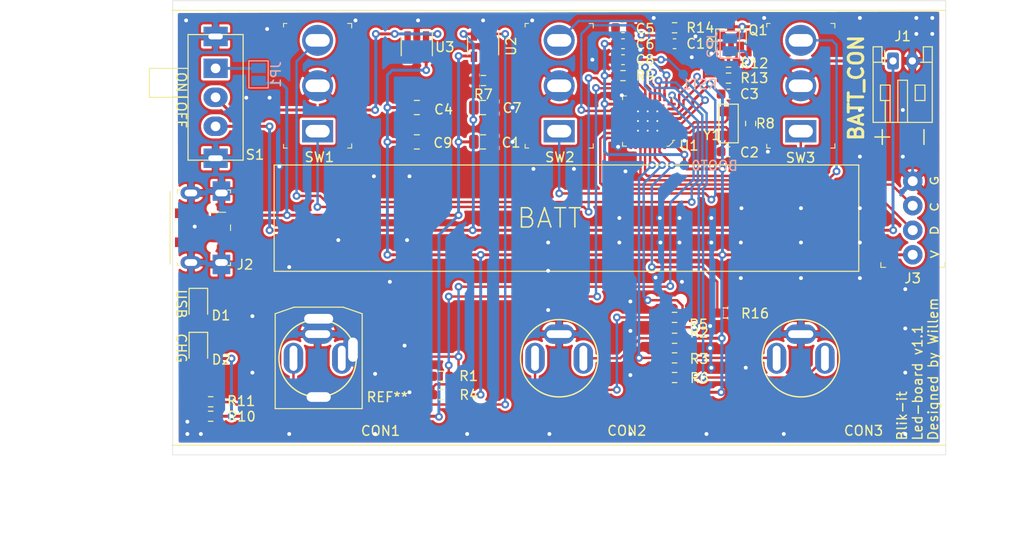
<source format=kicad_pcb>
(kicad_pcb (version 20171130) (host pcbnew "(5.1.9-0-10_14)")

  (general
    (thickness 1.6)
    (drawings 34)
    (tracks 637)
    (zones 0)
    (modules 47)
    (nets 47)
  )

  (page A4)
  (layers
    (0 F.Cu signal)
    (31 B.Cu signal)
    (32 B.Adhes user)
    (33 F.Adhes user)
    (34 B.Paste user)
    (35 F.Paste user)
    (36 B.SilkS user)
    (37 F.SilkS user)
    (38 B.Mask user)
    (39 F.Mask user)
    (40 Dwgs.User user)
    (41 Cmts.User user)
    (42 Eco1.User user)
    (43 Eco2.User user)
    (44 Edge.Cuts user)
    (45 Margin user)
    (46 B.CrtYd user)
    (47 F.CrtYd user)
    (48 B.Fab user hide)
    (49 F.Fab user hide)
  )

  (setup
    (last_trace_width 0.25)
    (user_trace_width 0.3048)
    (trace_clearance 0.2)
    (zone_clearance 0.508)
    (zone_45_only no)
    (trace_min 0.2)
    (via_size 0.8)
    (via_drill 0.4)
    (via_min_size 0.4)
    (via_min_drill 0.3)
    (uvia_size 0.3)
    (uvia_drill 0.1)
    (uvias_allowed no)
    (uvia_min_size 0.2)
    (uvia_min_drill 0.1)
    (edge_width 0.05)
    (segment_width 0.2)
    (pcb_text_width 0.3)
    (pcb_text_size 1.5 1.5)
    (mod_edge_width 0.12)
    (mod_text_size 1 1)
    (mod_text_width 0.15)
    (pad_size 2 2.5)
    (pad_drill 0.6)
    (pad_to_mask_clearance 0)
    (aux_axis_origin 0 0)
    (visible_elements FFFFFF7F)
    (pcbplotparams
      (layerselection 0x00100_7ffffffe)
      (usegerberextensions false)
      (usegerberattributes false)
      (usegerberadvancedattributes false)
      (creategerberjobfile false)
      (excludeedgelayer true)
      (linewidth 0.100000)
      (plotframeref false)
      (viasonmask false)
      (mode 1)
      (useauxorigin false)
      (hpglpennumber 1)
      (hpglpenspeed 20)
      (hpglpendiameter 15.000000)
      (psnegative false)
      (psa4output false)
      (plotreference true)
      (plotvalue false)
      (plotinvisibletext false)
      (padsonsilk true)
      (subtractmaskfromsilk false)
      (outputformat 3)
      (mirror false)
      (drillshape 0)
      (scaleselection 1)
      (outputdirectory "gerber/"))
  )

  (net 0 "")
  (net 1 GND)
  (net 2 VBUS)
  (net 3 "Net-(C2-Pad1)")
  (net 4 "Net-(C3-Pad1)")
  (net 5 +3V3)
  (net 6 +BATT)
  (net 7 RST)
  (net 8 "Net-(CON1-Pad2)")
  (net 9 "Net-(CON2-Pad2)")
  (net 10 "Net-(CON3-Pad2)")
  (net 11 "Net-(D1-Pad2)")
  (net 12 "Net-(J2-Pad2)")
  (net 13 "Net-(J2-Pad3)")
  (net 14 SWCLK)
  (net 15 SWDIO)
  (net 16 LED1)
  (net 17 LED2)
  (net 18 LED3)
  (net 19 DET1)
  (net 20 DET2)
  (net 21 DET3)
  (net 22 "Net-(R7-Pad1)")
  (net 23 "Net-(R11-Pad2)")
  (net 24 MEAS_VBATT)
  (net 25 SWITCH12)
  (net 26 SWITCH1)
  (net 27 SWITCH22)
  (net 28 SWITCH2)
  (net 29 SWITCH32)
  (net 30 SWITCH3)
  (net 31 "Net-(U1-Pad25)")
  (net 32 "Net-(U1-Pad15)")
  (net 33 "Net-(U1-Pad19)")
  (net 34 "Net-(U1-Pad20)")
  (net 35 "Net-(U1-Pad21)")
  (net 36 "Net-(U1-Pad22)")
  (net 37 "Net-(U1-Pad26)")
  (net 38 +BATT_SWITCHED)
  (net 39 "Net-(D2-Pad1)")
  (net 40 BOOT0)
  (net 41 "Net-(U1-Pad32)")
  (net 42 "Net-(U1-Pad16)")
  (net 43 "Net-(U3-Pad4)")
  (net 44 "Net-(JP2-Pad2)")
  (net 45 MEAS_EN)
  (net 46 "Net-(JP1-Pad2)")

  (net_class Default "This is the default net class."
    (clearance 0.2)
    (trace_width 0.25)
    (via_dia 0.8)
    (via_drill 0.4)
    (uvia_dia 0.3)
    (uvia_drill 0.1)
    (add_net +3V3)
    (add_net +BATT)
    (add_net +BATT_SWITCHED)
    (add_net BOOT0)
    (add_net DET1)
    (add_net DET2)
    (add_net DET3)
    (add_net GND)
    (add_net LED1)
    (add_net LED2)
    (add_net LED3)
    (add_net MEAS_EN)
    (add_net MEAS_VBATT)
    (add_net "Net-(C2-Pad1)")
    (add_net "Net-(C3-Pad1)")
    (add_net "Net-(CON1-Pad2)")
    (add_net "Net-(CON2-Pad2)")
    (add_net "Net-(CON3-Pad2)")
    (add_net "Net-(D1-Pad2)")
    (add_net "Net-(D2-Pad1)")
    (add_net "Net-(J2-Pad2)")
    (add_net "Net-(J2-Pad3)")
    (add_net "Net-(JP1-Pad2)")
    (add_net "Net-(JP2-Pad2)")
    (add_net "Net-(R11-Pad2)")
    (add_net "Net-(R7-Pad1)")
    (add_net "Net-(U1-Pad15)")
    (add_net "Net-(U1-Pad16)")
    (add_net "Net-(U1-Pad19)")
    (add_net "Net-(U1-Pad20)")
    (add_net "Net-(U1-Pad21)")
    (add_net "Net-(U1-Pad22)")
    (add_net "Net-(U1-Pad25)")
    (add_net "Net-(U1-Pad26)")
    (add_net "Net-(U1-Pad32)")
    (add_net "Net-(U3-Pad4)")
    (add_net RST)
    (add_net SWCLK)
    (add_net SWDIO)
    (add_net SWITCH1)
    (add_net SWITCH12)
    (add_net SWITCH2)
    (add_net SWITCH22)
    (add_net SWITCH3)
    (add_net SWITCH32)
    (add_net VBUS)
  )

  (net_class POWER ""
    (clearance 0.2)
    (trace_width 0.3048)
    (via_dia 0.8)
    (via_drill 0.4)
    (uvia_dia 0.3)
    (uvia_drill 0.1)
  )

  (module MySymbols:3,5mm_straight_square (layer F.Cu) (tedit 6062226B) (tstamp 60628410)
    (at 120.142 109.474)
    (fp_text reference REF** (at 7.112 4.064) (layer F.SilkS)
      (effects (font (size 1 1) (thickness 0.15)))
    )
    (fp_text value 3,5mm_straight_square (at 0.762 -6.35) (layer F.Fab)
      (effects (font (size 1 1) (thickness 0.15)))
    )
    (fp_circle (center 0 0) (end 4.2 0) (layer Dwgs.User) (width 0.12))
    (fp_line (start -2.54 -5.25) (end 2.54 -5.25) (layer F.SilkS) (width 0.12))
    (fp_line (start 4.5 -4.572) (end 4.5 5.25) (layer F.SilkS) (width 0.12))
    (fp_line (start 4.5 5.25) (end -4.5 5.25) (layer F.SilkS) (width 0.12))
    (fp_line (start -4.5 5.25) (end -4.5 -4.572) (layer F.SilkS) (width 0.12))
    (fp_line (start -4.5 -4.572) (end -2.54 -5.25) (layer F.SilkS) (width 0.12))
    (fp_line (start 4.5 -4.572) (end 2.54 -5.25) (layer F.SilkS) (width 0.12))
    (fp_line (start 0 -4.2) (end 0 4.2) (layer Dwgs.User) (width 0.12))
    (fp_line (start -4.2 0) (end 4.2 0) (layer Dwgs.User) (width 0.12))
    (pad 2 thru_hole oval (at 0 4.05) (size 3.5 2) (drill oval 2.5 1) (layers *.Cu *.Mask))
    (pad 1 thru_hole oval (at 3.55 -0.85 90) (size 3.5 2) (drill oval 2.5 1) (layers *.Cu *.Mask))
    (pad 3 thru_hole oval (at 0 -4.05) (size 4 2) (drill oval 3 1) (layers *.Cu *.Mask))
  )

  (module Jumper:SolderJumper-2_P1.3mm_Open_Pad1.0x1.5mm (layer B.Cu) (tedit 5A3EABFC) (tstamp 605E4BFF)
    (at 113.919 80.137 90)
    (descr "SMD Solder Jumper, 1x1.5mm Pads, 0.3mm gap, open")
    (tags "solder jumper open")
    (path /6064EF71)
    (attr virtual)
    (fp_text reference JP1 (at 0 1.8 270) (layer B.SilkS)
      (effects (font (size 1 1) (thickness 0.15)) (justify mirror))
    )
    (fp_text value SolderJumper_2_Open (at 0 -1.9 270) (layer B.Fab)
      (effects (font (size 1 1) (thickness 0.15)) (justify mirror))
    )
    (fp_line (start -1.4 -1) (end -1.4 1) (layer B.SilkS) (width 0.12))
    (fp_line (start 1.4 -1) (end -1.4 -1) (layer B.SilkS) (width 0.12))
    (fp_line (start 1.4 1) (end 1.4 -1) (layer B.SilkS) (width 0.12))
    (fp_line (start -1.4 1) (end 1.4 1) (layer B.SilkS) (width 0.12))
    (fp_line (start -1.65 1.25) (end 1.65 1.25) (layer B.CrtYd) (width 0.05))
    (fp_line (start -1.65 1.25) (end -1.65 -1.25) (layer B.CrtYd) (width 0.05))
    (fp_line (start 1.65 -1.25) (end 1.65 1.25) (layer B.CrtYd) (width 0.05))
    (fp_line (start 1.65 -1.25) (end -1.65 -1.25) (layer B.CrtYd) (width 0.05))
    (pad 1 smd rect (at -0.65 0 90) (size 1 1.5) (layers B.Cu B.Mask)
      (net 2 VBUS))
    (pad 2 smd rect (at 0.65 0 90) (size 1 1.5) (layers B.Cu B.Mask)
      (net 46 "Net-(JP1-Pad2)"))
  )

  (module Resistor_SMD:R_0603_1608Metric (layer F.Cu) (tedit 5F68FEEE) (tstamp 605E40FD)
    (at 156.972 75.311)
    (descr "Resistor SMD 0603 (1608 Metric), square (rectangular) end terminal, IPC_7351 nominal, (Body size source: IPC-SM-782 page 72, https://www.pcb-3d.com/wordpress/wp-content/uploads/ipc-sm-782a_amendment_1_and_2.pdf), generated with kicad-footprint-generator")
    (tags resistor)
    (path /6060550D)
    (attr smd)
    (fp_text reference R14 (at 2.667 0) (layer F.SilkS)
      (effects (font (size 1 1) (thickness 0.15)))
    )
    (fp_text value 100K (at 0 1.43) (layer F.Fab)
      (effects (font (size 1 1) (thickness 0.15)))
    )
    (fp_line (start -0.8 0.4125) (end -0.8 -0.4125) (layer F.Fab) (width 0.1))
    (fp_line (start -0.8 -0.4125) (end 0.8 -0.4125) (layer F.Fab) (width 0.1))
    (fp_line (start 0.8 -0.4125) (end 0.8 0.4125) (layer F.Fab) (width 0.1))
    (fp_line (start 0.8 0.4125) (end -0.8 0.4125) (layer F.Fab) (width 0.1))
    (fp_line (start -0.237258 -0.5225) (end 0.237258 -0.5225) (layer F.SilkS) (width 0.12))
    (fp_line (start -0.237258 0.5225) (end 0.237258 0.5225) (layer F.SilkS) (width 0.12))
    (fp_line (start -1.48 0.73) (end -1.48 -0.73) (layer F.CrtYd) (width 0.05))
    (fp_line (start -1.48 -0.73) (end 1.48 -0.73) (layer F.CrtYd) (width 0.05))
    (fp_line (start 1.48 -0.73) (end 1.48 0.73) (layer F.CrtYd) (width 0.05))
    (fp_line (start 1.48 0.73) (end -1.48 0.73) (layer F.CrtYd) (width 0.05))
    (fp_text user %R (at 0 0) (layer F.Fab)
      (effects (font (size 0.4 0.4) (thickness 0.06)))
    )
    (pad 2 smd roundrect (at 0.825 0) (size 0.8 0.95) (layers F.Cu F.Paste F.Mask) (roundrect_rratio 0.25)
      (net 45 MEAS_EN))
    (pad 1 smd roundrect (at -0.825 0) (size 0.8 0.95) (layers F.Cu F.Paste F.Mask) (roundrect_rratio 0.25)
      (net 6 +BATT))
    (model ${KISYS3DMOD}/Resistor_SMD.3dshapes/R_0603_1608Metric.wrl
      (at (xyz 0 0 0))
      (scale (xyz 1 1 1))
      (rotate (xyz 0 0 0))
    )
  )

  (module Package_TO_SOT_SMD:SOT-23 (layer F.Cu) (tedit 5A02FF57) (tstamp 605E5823)
    (at 162.814 76.2 90)
    (descr "SOT-23, Standard")
    (tags SOT-23)
    (path /605F95CF)
    (attr smd)
    (fp_text reference Q1 (at 0.635 2.794 180) (layer F.SilkS)
      (effects (font (size 1 1) (thickness 0.15)))
    )
    (fp_text value BSS84 (at 0 2.5 90) (layer F.Fab)
      (effects (font (size 1 1) (thickness 0.15)))
    )
    (fp_line (start -0.7 -0.95) (end -0.7 1.5) (layer F.Fab) (width 0.1))
    (fp_line (start -0.15 -1.52) (end 0.7 -1.52) (layer F.Fab) (width 0.1))
    (fp_line (start -0.7 -0.95) (end -0.15 -1.52) (layer F.Fab) (width 0.1))
    (fp_line (start 0.7 -1.52) (end 0.7 1.52) (layer F.Fab) (width 0.1))
    (fp_line (start -0.7 1.52) (end 0.7 1.52) (layer F.Fab) (width 0.1))
    (fp_line (start 0.76 1.58) (end 0.76 0.65) (layer F.SilkS) (width 0.12))
    (fp_line (start 0.76 -1.58) (end 0.76 -0.65) (layer F.SilkS) (width 0.12))
    (fp_line (start -1.7 -1.75) (end 1.7 -1.75) (layer F.CrtYd) (width 0.05))
    (fp_line (start 1.7 -1.75) (end 1.7 1.75) (layer F.CrtYd) (width 0.05))
    (fp_line (start 1.7 1.75) (end -1.7 1.75) (layer F.CrtYd) (width 0.05))
    (fp_line (start -1.7 1.75) (end -1.7 -1.75) (layer F.CrtYd) (width 0.05))
    (fp_line (start 0.76 -1.58) (end -1.4 -1.58) (layer F.SilkS) (width 0.12))
    (fp_line (start 0.76 1.58) (end -0.7 1.58) (layer F.SilkS) (width 0.12))
    (fp_text user %R (at 0 0) (layer F.Fab)
      (effects (font (size 0.5 0.5) (thickness 0.075)))
    )
    (pad 3 smd rect (at 1 0 90) (size 0.9 0.8) (layers F.Cu F.Paste F.Mask)
      (net 6 +BATT))
    (pad 2 smd rect (at -1 0.95 90) (size 0.9 0.8) (layers F.Cu F.Paste F.Mask)
      (net 44 "Net-(JP2-Pad2)"))
    (pad 1 smd rect (at -1 -0.95 90) (size 0.9 0.8) (layers F.Cu F.Paste F.Mask)
      (net 45 MEAS_EN))
    (model ${KISYS3DMOD}/Package_TO_SOT_SMD.3dshapes/SOT-23.wrl
      (at (xyz 0 0 0))
      (scale (xyz 1 1 1))
      (rotate (xyz 0 0 0))
    )
  )

  (module Jumper:SolderJumper-2_P1.3mm_Open_Pad1.0x1.5mm (layer B.Cu) (tedit 5A3EABFC) (tstamp 605E3F57)
    (at 162.687 77.074 270)
    (descr "SMD Solder Jumper, 1x1.5mm Pads, 0.3mm gap, open")
    (tags "solder jumper open")
    (path /6062BF4E)
    (attr virtual)
    (fp_text reference JP2 (at 0 1.8 90) (layer B.SilkS)
      (effects (font (size 1 1) (thickness 0.15)) (justify mirror))
    )
    (fp_text value SolderJumper_2_Open (at 0 -1.9 90) (layer B.Fab)
      (effects (font (size 1 1) (thickness 0.15)) (justify mirror))
    )
    (fp_line (start -1.4 -1) (end -1.4 1) (layer B.SilkS) (width 0.12))
    (fp_line (start 1.4 -1) (end -1.4 -1) (layer B.SilkS) (width 0.12))
    (fp_line (start 1.4 1) (end 1.4 -1) (layer B.SilkS) (width 0.12))
    (fp_line (start -1.4 1) (end 1.4 1) (layer B.SilkS) (width 0.12))
    (fp_line (start -1.65 1.25) (end 1.65 1.25) (layer B.CrtYd) (width 0.05))
    (fp_line (start -1.65 1.25) (end -1.65 -1.25) (layer B.CrtYd) (width 0.05))
    (fp_line (start 1.65 -1.25) (end 1.65 1.25) (layer B.CrtYd) (width 0.05))
    (fp_line (start 1.65 -1.25) (end -1.65 -1.25) (layer B.CrtYd) (width 0.05))
    (pad 1 smd rect (at -0.65 0 270) (size 1 1.5) (layers B.Cu B.Mask)
      (net 6 +BATT))
    (pad 2 smd rect (at 0.65 0 270) (size 1 1.5) (layers B.Cu B.Mask)
      (net 44 "Net-(JP2-Pad2)"))
  )

  (module Capacitor_SMD:C_0603_1608Metric (layer F.Cu) (tedit 5F68FEEE) (tstamp 605E3DFF)
    (at 156.972 76.962 180)
    (descr "Capacitor SMD 0603 (1608 Metric), square (rectangular) end terminal, IPC_7351 nominal, (Body size source: IPC-SM-782 page 76, https://www.pcb-3d.com/wordpress/wp-content/uploads/ipc-sm-782a_amendment_1_and_2.pdf), generated with kicad-footprint-generator")
    (tags capacitor)
    (path /6061C058)
    (attr smd)
    (fp_text reference C10 (at -2.667 0) (layer F.SilkS)
      (effects (font (size 1 1) (thickness 0.15)))
    )
    (fp_text value C (at 0 1.43) (layer F.Fab)
      (effects (font (size 1 1) (thickness 0.15)))
    )
    (fp_line (start -0.8 0.4) (end -0.8 -0.4) (layer F.Fab) (width 0.1))
    (fp_line (start -0.8 -0.4) (end 0.8 -0.4) (layer F.Fab) (width 0.1))
    (fp_line (start 0.8 -0.4) (end 0.8 0.4) (layer F.Fab) (width 0.1))
    (fp_line (start 0.8 0.4) (end -0.8 0.4) (layer F.Fab) (width 0.1))
    (fp_line (start -0.14058 -0.51) (end 0.14058 -0.51) (layer F.SilkS) (width 0.12))
    (fp_line (start -0.14058 0.51) (end 0.14058 0.51) (layer F.SilkS) (width 0.12))
    (fp_line (start -1.48 0.73) (end -1.48 -0.73) (layer F.CrtYd) (width 0.05))
    (fp_line (start -1.48 -0.73) (end 1.48 -0.73) (layer F.CrtYd) (width 0.05))
    (fp_line (start 1.48 -0.73) (end 1.48 0.73) (layer F.CrtYd) (width 0.05))
    (fp_line (start 1.48 0.73) (end -1.48 0.73) (layer F.CrtYd) (width 0.05))
    (fp_text user %R (at 0 0) (layer F.Fab)
      (effects (font (size 0.4 0.4) (thickness 0.06)))
    )
    (pad 2 smd roundrect (at 0.775 0 180) (size 0.9 0.95) (layers F.Cu F.Paste F.Mask) (roundrect_rratio 0.25)
      (net 1 GND))
    (pad 1 smd roundrect (at -0.775 0 180) (size 0.9 0.95) (layers F.Cu F.Paste F.Mask) (roundrect_rratio 0.25)
      (net 24 MEAS_VBATT))
    (model ${KISYS3DMOD}/Capacitor_SMD.3dshapes/C_0603_1608Metric.wrl
      (at (xyz 0 0 0))
      (scale (xyz 1 1 1))
      (rotate (xyz 0 0 0))
    )
  )

  (module Package_TO_SOT_SMD:SOT-23-5 (layer F.Cu) (tedit 5A02FF57) (tstamp 6052D355)
    (at 137.16 77.216 270)
    (descr "5-pin SOT23 package")
    (tags SOT-23-5)
    (path /60220E3E)
    (attr smd)
    (fp_text reference U2 (at 0 -2.9 90) (layer F.SilkS)
      (effects (font (size 1 1) (thickness 0.15)))
    )
    (fp_text value MCP73832T-2ACI_OT (at 0 2.9 90) (layer F.Fab)
      (effects (font (size 1 1) (thickness 0.15)))
    )
    (fp_line (start 0.9 -1.55) (end 0.9 1.55) (layer F.Fab) (width 0.1))
    (fp_line (start 0.9 1.55) (end -0.9 1.55) (layer F.Fab) (width 0.1))
    (fp_line (start -0.9 -0.9) (end -0.9 1.55) (layer F.Fab) (width 0.1))
    (fp_line (start 0.9 -1.55) (end -0.25 -1.55) (layer F.Fab) (width 0.1))
    (fp_line (start -0.9 -0.9) (end -0.25 -1.55) (layer F.Fab) (width 0.1))
    (fp_line (start -1.9 1.8) (end -1.9 -1.8) (layer F.CrtYd) (width 0.05))
    (fp_line (start 1.9 1.8) (end -1.9 1.8) (layer F.CrtYd) (width 0.05))
    (fp_line (start 1.9 -1.8) (end 1.9 1.8) (layer F.CrtYd) (width 0.05))
    (fp_line (start -1.9 -1.8) (end 1.9 -1.8) (layer F.CrtYd) (width 0.05))
    (fp_line (start 0.9 -1.61) (end -1.55 -1.61) (layer F.SilkS) (width 0.12))
    (fp_line (start -0.9 1.61) (end 0.9 1.61) (layer F.SilkS) (width 0.12))
    (fp_text user %R (at 0 0) (layer F.Fab)
      (effects (font (size 0.5 0.5) (thickness 0.075)))
    )
    (pad 5 smd rect (at 1.1 -0.95 270) (size 1.06 0.65) (layers F.Cu F.Paste F.Mask)
      (net 22 "Net-(R7-Pad1)"))
    (pad 4 smd rect (at 1.1 0.95 270) (size 1.06 0.65) (layers F.Cu F.Paste F.Mask)
      (net 2 VBUS))
    (pad 3 smd rect (at -1.1 0.95 270) (size 1.06 0.65) (layers F.Cu F.Paste F.Mask)
      (net 6 +BATT))
    (pad 2 smd rect (at -1.1 0 270) (size 1.06 0.65) (layers F.Cu F.Paste F.Mask)
      (net 1 GND))
    (pad 1 smd rect (at -1.1 -0.95 270) (size 1.06 0.65) (layers F.Cu F.Paste F.Mask)
      (net 23 "Net-(R11-Pad2)"))
    (model ${KISYS3DMOD}/Package_TO_SOT_SMD.3dshapes/SOT-23-5.wrl
      (at (xyz 0 0 0))
      (scale (xyz 1 1 1))
      (rotate (xyz 0 0 0))
    )
  )

  (module Package_TO_SOT_SMD:SOT-23-5 (layer F.Cu) (tedit 5A02FF57) (tstamp 605A732B)
    (at 130.29692 77.30744 270)
    (descr "5-pin SOT23 package")
    (tags SOT-23-5)
    (path /607F9B20)
    (attr smd)
    (fp_text reference U3 (at 0 -2.9) (layer F.SilkS)
      (effects (font (size 1 1) (thickness 0.15)))
    )
    (fp_text value TPS76333 (at 0 2.9 90) (layer F.Fab)
      (effects (font (size 1 1) (thickness 0.15)))
    )
    (fp_line (start 0.9 -1.55) (end 0.9 1.55) (layer F.Fab) (width 0.1))
    (fp_line (start 0.9 1.55) (end -0.9 1.55) (layer F.Fab) (width 0.1))
    (fp_line (start -0.9 -0.9) (end -0.9 1.55) (layer F.Fab) (width 0.1))
    (fp_line (start 0.9 -1.55) (end -0.25 -1.55) (layer F.Fab) (width 0.1))
    (fp_line (start -0.9 -0.9) (end -0.25 -1.55) (layer F.Fab) (width 0.1))
    (fp_line (start -1.9 1.8) (end -1.9 -1.8) (layer F.CrtYd) (width 0.05))
    (fp_line (start 1.9 1.8) (end -1.9 1.8) (layer F.CrtYd) (width 0.05))
    (fp_line (start 1.9 -1.8) (end 1.9 1.8) (layer F.CrtYd) (width 0.05))
    (fp_line (start -1.9 -1.8) (end 1.9 -1.8) (layer F.CrtYd) (width 0.05))
    (fp_line (start 0.9 -1.61) (end -1.55 -1.61) (layer F.SilkS) (width 0.12))
    (fp_line (start -0.9 1.61) (end 0.9 1.61) (layer F.SilkS) (width 0.12))
    (fp_text user %R (at 0 0) (layer F.Fab)
      (effects (font (size 0.5 0.5) (thickness 0.075)))
    )
    (pad 5 smd rect (at 1.1 -0.95 270) (size 1.06 0.65) (layers F.Cu F.Paste F.Mask)
      (net 5 +3V3))
    (pad 4 smd rect (at 1.1 0.95 270) (size 1.06 0.65) (layers F.Cu F.Paste F.Mask)
      (net 43 "Net-(U3-Pad4)"))
    (pad 3 smd rect (at -1.1 0.95 270) (size 1.06 0.65) (layers F.Cu F.Paste F.Mask)
      (net 38 +BATT_SWITCHED))
    (pad 2 smd rect (at -1.1 0 270) (size 1.06 0.65) (layers F.Cu F.Paste F.Mask)
      (net 1 GND))
    (pad 1 smd rect (at -1.1 -0.95 270) (size 1.06 0.65) (layers F.Cu F.Paste F.Mask)
      (net 38 +BATT_SWITCHED))
    (model ${KISYS3DMOD}/Package_TO_SOT_SMD.3dshapes/SOT-23-5.wrl
      (at (xyz 0 0 0))
      (scale (xyz 1 1 1))
      (rotate (xyz 0 0 0))
    )
  )

  (module Connector_JST:JST_PH_S2B-PH-K_1x02_P2.00mm_Horizontal (layer F.Cu) (tedit 5B7745C6) (tstamp 6021C1A6)
    (at 179.578 78.74)
    (descr "JST PH series connector, S2B-PH-K (http://www.jst-mfg.com/product/pdf/eng/ePH.pdf), generated with kicad-footprint-generator")
    (tags "connector JST PH top entry")
    (path /60232097)
    (fp_text reference J1 (at 1 -2.55) (layer F.SilkS)
      (effects (font (size 1 1) (thickness 0.15)))
    )
    (fp_text value Conn_01x02_Male (at 1 7.45) (layer F.Fab)
      (effects (font (size 1 1) (thickness 0.15)))
    )
    (fp_line (start 0.5 1.375) (end 0 0.875) (layer F.Fab) (width 0.1))
    (fp_line (start -0.5 1.375) (end 0.5 1.375) (layer F.Fab) (width 0.1))
    (fp_line (start 0 0.875) (end -0.5 1.375) (layer F.Fab) (width 0.1))
    (fp_line (start -0.86 0.14) (end -0.86 -1.075) (layer F.SilkS) (width 0.12))
    (fp_line (start 3.25 0.25) (end -1.25 0.25) (layer F.Fab) (width 0.1))
    (fp_line (start 3.25 -1.35) (end 3.25 0.25) (layer F.Fab) (width 0.1))
    (fp_line (start 3.95 -1.35) (end 3.25 -1.35) (layer F.Fab) (width 0.1))
    (fp_line (start 3.95 6.25) (end 3.95 -1.35) (layer F.Fab) (width 0.1))
    (fp_line (start -1.95 6.25) (end 3.95 6.25) (layer F.Fab) (width 0.1))
    (fp_line (start -1.95 -1.35) (end -1.95 6.25) (layer F.Fab) (width 0.1))
    (fp_line (start -1.25 -1.35) (end -1.95 -1.35) (layer F.Fab) (width 0.1))
    (fp_line (start -1.25 0.25) (end -1.25 -1.35) (layer F.Fab) (width 0.1))
    (fp_line (start 4.45 -1.85) (end -2.45 -1.85) (layer F.CrtYd) (width 0.05))
    (fp_line (start 4.45 6.75) (end 4.45 -1.85) (layer F.CrtYd) (width 0.05))
    (fp_line (start -2.45 6.75) (end 4.45 6.75) (layer F.CrtYd) (width 0.05))
    (fp_line (start -2.45 -1.85) (end -2.45 6.75) (layer F.CrtYd) (width 0.05))
    (fp_line (start -0.8 4.1) (end -0.8 6.36) (layer F.SilkS) (width 0.12))
    (fp_line (start -0.3 4.1) (end -0.3 6.36) (layer F.SilkS) (width 0.12))
    (fp_line (start 2.3 2.5) (end 3.3 2.5) (layer F.SilkS) (width 0.12))
    (fp_line (start 2.3 4.1) (end 2.3 2.5) (layer F.SilkS) (width 0.12))
    (fp_line (start 3.3 4.1) (end 2.3 4.1) (layer F.SilkS) (width 0.12))
    (fp_line (start 3.3 2.5) (end 3.3 4.1) (layer F.SilkS) (width 0.12))
    (fp_line (start -0.3 2.5) (end -1.3 2.5) (layer F.SilkS) (width 0.12))
    (fp_line (start -0.3 4.1) (end -0.3 2.5) (layer F.SilkS) (width 0.12))
    (fp_line (start -1.3 4.1) (end -0.3 4.1) (layer F.SilkS) (width 0.12))
    (fp_line (start -1.3 2.5) (end -1.3 4.1) (layer F.SilkS) (width 0.12))
    (fp_line (start 4.06 0.14) (end 3.14 0.14) (layer F.SilkS) (width 0.12))
    (fp_line (start -2.06 0.14) (end -1.14 0.14) (layer F.SilkS) (width 0.12))
    (fp_line (start 1.5 2) (end 1.5 6.36) (layer F.SilkS) (width 0.12))
    (fp_line (start 0.5 2) (end 1.5 2) (layer F.SilkS) (width 0.12))
    (fp_line (start 0.5 6.36) (end 0.5 2) (layer F.SilkS) (width 0.12))
    (fp_line (start 3.14 0.14) (end 2.86 0.14) (layer F.SilkS) (width 0.12))
    (fp_line (start 3.14 -1.46) (end 3.14 0.14) (layer F.SilkS) (width 0.12))
    (fp_line (start 4.06 -1.46) (end 3.14 -1.46) (layer F.SilkS) (width 0.12))
    (fp_line (start 4.06 6.36) (end 4.06 -1.46) (layer F.SilkS) (width 0.12))
    (fp_line (start -2.06 6.36) (end 4.06 6.36) (layer F.SilkS) (width 0.12))
    (fp_line (start -2.06 -1.46) (end -2.06 6.36) (layer F.SilkS) (width 0.12))
    (fp_line (start -1.14 -1.46) (end -2.06 -1.46) (layer F.SilkS) (width 0.12))
    (fp_line (start -1.14 0.14) (end -1.14 -1.46) (layer F.SilkS) (width 0.12))
    (fp_line (start -0.86 0.14) (end -1.14 0.14) (layer F.SilkS) (width 0.12))
    (fp_text user %R (at 1 2.5) (layer F.Fab)
      (effects (font (size 1 1) (thickness 0.15)))
    )
    (pad 2 thru_hole oval (at 2 0) (size 1.2 1.75) (drill 0.75) (layers *.Cu *.Mask)
      (net 1 GND))
    (pad 1 thru_hole roundrect (at 0 0) (size 1.2 1.75) (drill 0.75) (layers *.Cu *.Mask) (roundrect_rratio 0.208333)
      (net 6 +BATT))
    (model ${KISYS3DMOD}/Connector_JST.3dshapes/JST_PH_S2B-PH-K_1x02_P2.00mm_Horizontal.wrl
      (at (xyz 0 0 0))
      (scale (xyz 1 1 1))
      (rotate (xyz 0 0 0))
    )
  )

  (module Resistor_SMD:R_0603_1608Metric (layer F.Cu) (tedit 5F68FEEE) (tstamp 60539F51)
    (at 162.2298 104.8258)
    (descr "Resistor SMD 0603 (1608 Metric), square (rectangular) end terminal, IPC_7351 nominal, (Body size source: IPC-SM-782 page 72, https://www.pcb-3d.com/wordpress/wp-content/uploads/ipc-sm-782a_amendment_1_and_2.pdf), generated with kicad-footprint-generator")
    (tags resistor)
    (path /6053E837)
    (attr smd)
    (fp_text reference R16 (at 3.0734 0.0508) (layer F.SilkS)
      (effects (font (size 1 1) (thickness 0.15)))
    )
    (fp_text value 10K (at 0 1.43) (layer F.Fab)
      (effects (font (size 1 1) (thickness 0.15)))
    )
    (fp_line (start 1.48 0.73) (end -1.48 0.73) (layer F.CrtYd) (width 0.05))
    (fp_line (start 1.48 -0.73) (end 1.48 0.73) (layer F.CrtYd) (width 0.05))
    (fp_line (start -1.48 -0.73) (end 1.48 -0.73) (layer F.CrtYd) (width 0.05))
    (fp_line (start -1.48 0.73) (end -1.48 -0.73) (layer F.CrtYd) (width 0.05))
    (fp_line (start -0.237258 0.5225) (end 0.237258 0.5225) (layer F.SilkS) (width 0.12))
    (fp_line (start -0.237258 -0.5225) (end 0.237258 -0.5225) (layer F.SilkS) (width 0.12))
    (fp_line (start 0.8 0.4125) (end -0.8 0.4125) (layer F.Fab) (width 0.1))
    (fp_line (start 0.8 -0.4125) (end 0.8 0.4125) (layer F.Fab) (width 0.1))
    (fp_line (start -0.8 -0.4125) (end 0.8 -0.4125) (layer F.Fab) (width 0.1))
    (fp_line (start -0.8 0.4125) (end -0.8 -0.4125) (layer F.Fab) (width 0.1))
    (fp_text user %R (at 0 0) (layer F.Fab)
      (effects (font (size 0.4 0.4) (thickness 0.06)))
    )
    (pad 2 smd roundrect (at 0.825 0) (size 0.8 0.95) (layers F.Cu F.Paste F.Mask) (roundrect_rratio 0.25)
      (net 1 GND))
    (pad 1 smd roundrect (at -0.825 0) (size 0.8 0.95) (layers F.Cu F.Paste F.Mask) (roundrect_rratio 0.25)
      (net 40 BOOT0))
    (model ${KISYS3DMOD}/Resistor_SMD.3dshapes/R_0603_1608Metric.wrl
      (at (xyz 0 0 0))
      (scale (xyz 1 1 1))
      (rotate (xyz 0 0 0))
    )
  )

  (module Resistor_SMD:R_0603_1608Metric (layer F.Cu) (tedit 5F68FEEE) (tstamp 605E618D)
    (at 162.56 80.518)
    (descr "Resistor SMD 0603 (1608 Metric), square (rectangular) end terminal, IPC_7351 nominal, (Body size source: IPC-SM-782 page 72, https://www.pcb-3d.com/wordpress/wp-content/uploads/ipc-sm-782a_amendment_1_and_2.pdf), generated with kicad-footprint-generator")
    (tags resistor)
    (path /60403C7A)
    (attr smd)
    (fp_text reference R13 (at 2.667 0) (layer F.SilkS)
      (effects (font (size 1 1) (thickness 0.15)))
    )
    (fp_text value 10K (at 0 1.43) (layer F.Fab)
      (effects (font (size 1 1) (thickness 0.15)))
    )
    (fp_line (start 1.48 0.73) (end -1.48 0.73) (layer F.CrtYd) (width 0.05))
    (fp_line (start 1.48 -0.73) (end 1.48 0.73) (layer F.CrtYd) (width 0.05))
    (fp_line (start -1.48 -0.73) (end 1.48 -0.73) (layer F.CrtYd) (width 0.05))
    (fp_line (start -1.48 0.73) (end -1.48 -0.73) (layer F.CrtYd) (width 0.05))
    (fp_line (start -0.237258 0.5225) (end 0.237258 0.5225) (layer F.SilkS) (width 0.12))
    (fp_line (start -0.237258 -0.5225) (end 0.237258 -0.5225) (layer F.SilkS) (width 0.12))
    (fp_line (start 0.8 0.4125) (end -0.8 0.4125) (layer F.Fab) (width 0.1))
    (fp_line (start 0.8 -0.4125) (end 0.8 0.4125) (layer F.Fab) (width 0.1))
    (fp_line (start -0.8 -0.4125) (end 0.8 -0.4125) (layer F.Fab) (width 0.1))
    (fp_line (start -0.8 0.4125) (end -0.8 -0.4125) (layer F.Fab) (width 0.1))
    (fp_text user %R (at 0 0) (layer F.Fab)
      (effects (font (size 0.4 0.4) (thickness 0.06)))
    )
    (pad 2 smd roundrect (at 0.825 0) (size 0.8 0.95) (layers F.Cu F.Paste F.Mask) (roundrect_rratio 0.25)
      (net 1 GND))
    (pad 1 smd roundrect (at -0.825 0) (size 0.8 0.95) (layers F.Cu F.Paste F.Mask) (roundrect_rratio 0.25)
      (net 24 MEAS_VBATT))
    (model ${KISYS3DMOD}/Resistor_SMD.3dshapes/R_0603_1608Metric.wrl
      (at (xyz 0 0 0))
      (scale (xyz 1 1 1))
      (rotate (xyz 0 0 0))
    )
  )

  (module Resistor_SMD:R_0603_1608Metric (layer F.Cu) (tedit 5F68FEEE) (tstamp 6021C2DC)
    (at 162.56 78.867 180)
    (descr "Resistor SMD 0603 (1608 Metric), square (rectangular) end terminal, IPC_7351 nominal, (Body size source: IPC-SM-782 page 72, https://www.pcb-3d.com/wordpress/wp-content/uploads/ipc-sm-782a_amendment_1_and_2.pdf), generated with kicad-footprint-generator")
    (tags resistor)
    (path /6040529B)
    (attr smd)
    (fp_text reference R12 (at -2.667 -0.127) (layer F.SilkS)
      (effects (font (size 1 1) (thickness 0.15)))
    )
    (fp_text value 4k7 (at 0 1.43) (layer F.Fab)
      (effects (font (size 1 1) (thickness 0.15)))
    )
    (fp_line (start 1.48 0.73) (end -1.48 0.73) (layer F.CrtYd) (width 0.05))
    (fp_line (start 1.48 -0.73) (end 1.48 0.73) (layer F.CrtYd) (width 0.05))
    (fp_line (start -1.48 -0.73) (end 1.48 -0.73) (layer F.CrtYd) (width 0.05))
    (fp_line (start -1.48 0.73) (end -1.48 -0.73) (layer F.CrtYd) (width 0.05))
    (fp_line (start -0.237258 0.5225) (end 0.237258 0.5225) (layer F.SilkS) (width 0.12))
    (fp_line (start -0.237258 -0.5225) (end 0.237258 -0.5225) (layer F.SilkS) (width 0.12))
    (fp_line (start 0.8 0.4125) (end -0.8 0.4125) (layer F.Fab) (width 0.1))
    (fp_line (start 0.8 -0.4125) (end 0.8 0.4125) (layer F.Fab) (width 0.1))
    (fp_line (start -0.8 -0.4125) (end 0.8 -0.4125) (layer F.Fab) (width 0.1))
    (fp_line (start -0.8 0.4125) (end -0.8 -0.4125) (layer F.Fab) (width 0.1))
    (fp_text user %R (at 0 0) (layer F.Fab)
      (effects (font (size 0.4 0.4) (thickness 0.06)))
    )
    (pad 2 smd roundrect (at 0.825 0 180) (size 0.8 0.95) (layers F.Cu F.Paste F.Mask) (roundrect_rratio 0.25)
      (net 24 MEAS_VBATT))
    (pad 1 smd roundrect (at -0.825 0 180) (size 0.8 0.95) (layers F.Cu F.Paste F.Mask) (roundrect_rratio 0.25)
      (net 44 "Net-(JP2-Pad2)"))
    (model ${KISYS3DMOD}/Resistor_SMD.3dshapes/R_0603_1608Metric.wrl
      (at (xyz 0 0 0))
      (scale (xyz 1 1 1))
      (rotate (xyz 0 0 0))
    )
  )

  (module Resistor_SMD:R_0603_1608Metric (layer F.Cu) (tedit 5F68FEEE) (tstamp 6021C2C8)
    (at 108.966 114.012)
    (descr "Resistor SMD 0603 (1608 Metric), square (rectangular) end terminal, IPC_7351 nominal, (Body size source: IPC-SM-782 page 72, https://www.pcb-3d.com/wordpress/wp-content/uploads/ipc-sm-782a_amendment_1_and_2.pdf), generated with kicad-footprint-generator")
    (tags resistor)
    (path /602AF25A)
    (attr smd)
    (fp_text reference R11 (at 3.16072 -0.0676) (layer F.SilkS)
      (effects (font (size 1 1) (thickness 0.15)))
    )
    (fp_text value 470E (at 0 1.43) (layer F.Fab)
      (effects (font (size 1 1) (thickness 0.15)))
    )
    (fp_line (start 1.48 0.73) (end -1.48 0.73) (layer F.CrtYd) (width 0.05))
    (fp_line (start 1.48 -0.73) (end 1.48 0.73) (layer F.CrtYd) (width 0.05))
    (fp_line (start -1.48 -0.73) (end 1.48 -0.73) (layer F.CrtYd) (width 0.05))
    (fp_line (start -1.48 0.73) (end -1.48 -0.73) (layer F.CrtYd) (width 0.05))
    (fp_line (start -0.237258 0.5225) (end 0.237258 0.5225) (layer F.SilkS) (width 0.12))
    (fp_line (start -0.237258 -0.5225) (end 0.237258 -0.5225) (layer F.SilkS) (width 0.12))
    (fp_line (start 0.8 0.4125) (end -0.8 0.4125) (layer F.Fab) (width 0.1))
    (fp_line (start 0.8 -0.4125) (end 0.8 0.4125) (layer F.Fab) (width 0.1))
    (fp_line (start -0.8 -0.4125) (end 0.8 -0.4125) (layer F.Fab) (width 0.1))
    (fp_line (start -0.8 0.4125) (end -0.8 -0.4125) (layer F.Fab) (width 0.1))
    (fp_text user %R (at 0 0) (layer F.Fab)
      (effects (font (size 0.4 0.4) (thickness 0.06)))
    )
    (pad 2 smd roundrect (at 0.825 0) (size 0.8 0.95) (layers F.Cu F.Paste F.Mask) (roundrect_rratio 0.25)
      (net 23 "Net-(R11-Pad2)"))
    (pad 1 smd roundrect (at -0.825 0) (size 0.8 0.95) (layers F.Cu F.Paste F.Mask) (roundrect_rratio 0.25)
      (net 39 "Net-(D2-Pad1)"))
    (model ${KISYS3DMOD}/Resistor_SMD.3dshapes/R_0603_1608Metric.wrl
      (at (xyz 0 0 0))
      (scale (xyz 1 1 1))
      (rotate (xyz 0 0 0))
    )
  )

  (module Resistor_SMD:R_0603_1608Metric (layer F.Cu) (tedit 5F68FEEE) (tstamp 6021C2B4)
    (at 108.966 115.512)
    (descr "Resistor SMD 0603 (1608 Metric), square (rectangular) end terminal, IPC_7351 nominal, (Body size source: IPC-SM-782 page 72, https://www.pcb-3d.com/wordpress/wp-content/uploads/ipc-sm-782a_amendment_1_and_2.pdf), generated with kicad-footprint-generator")
    (tags resistor)
    (path /602AE2E0)
    (attr smd)
    (fp_text reference R10 (at 3.21152 0.0326) (layer F.SilkS)
      (effects (font (size 1 1) (thickness 0.15)))
    )
    (fp_text value 470E (at 0 1.43) (layer F.Fab)
      (effects (font (size 1 1) (thickness 0.15)))
    )
    (fp_line (start 1.48 0.73) (end -1.48 0.73) (layer F.CrtYd) (width 0.05))
    (fp_line (start 1.48 -0.73) (end 1.48 0.73) (layer F.CrtYd) (width 0.05))
    (fp_line (start -1.48 -0.73) (end 1.48 -0.73) (layer F.CrtYd) (width 0.05))
    (fp_line (start -1.48 0.73) (end -1.48 -0.73) (layer F.CrtYd) (width 0.05))
    (fp_line (start -0.237258 0.5225) (end 0.237258 0.5225) (layer F.SilkS) (width 0.12))
    (fp_line (start -0.237258 -0.5225) (end 0.237258 -0.5225) (layer F.SilkS) (width 0.12))
    (fp_line (start 0.8 0.4125) (end -0.8 0.4125) (layer F.Fab) (width 0.1))
    (fp_line (start 0.8 -0.4125) (end 0.8 0.4125) (layer F.Fab) (width 0.1))
    (fp_line (start -0.8 -0.4125) (end 0.8 -0.4125) (layer F.Fab) (width 0.1))
    (fp_line (start -0.8 0.4125) (end -0.8 -0.4125) (layer F.Fab) (width 0.1))
    (fp_text user %R (at 0 0) (layer F.Fab)
      (effects (font (size 0.4 0.4) (thickness 0.06)))
    )
    (pad 2 smd roundrect (at 0.825 0) (size 0.8 0.95) (layers F.Cu F.Paste F.Mask) (roundrect_rratio 0.25)
      (net 2 VBUS))
    (pad 1 smd roundrect (at -0.825 0) (size 0.8 0.95) (layers F.Cu F.Paste F.Mask) (roundrect_rratio 0.25)
      (net 11 "Net-(D1-Pad2)"))
    (model ${KISYS3DMOD}/Resistor_SMD.3dshapes/R_0603_1608Metric.wrl
      (at (xyz 0 0 0))
      (scale (xyz 1 1 1))
      (rotate (xyz 0 0 0))
    )
  )

  (module Resistor_SMD:R_0603_1608Metric (layer F.Cu) (tedit 5F68FEEE) (tstamp 6021C2A0)
    (at 151.638 80.264)
    (descr "Resistor SMD 0603 (1608 Metric), square (rectangular) end terminal, IPC_7351 nominal, (Body size source: IPC-SM-782 page 72, https://www.pcb-3d.com/wordpress/wp-content/uploads/ipc-sm-782a_amendment_1_and_2.pdf), generated with kicad-footprint-generator")
    (tags resistor)
    (path /602E1D33)
    (attr smd)
    (fp_text reference R9 (at 2.286 0) (layer F.SilkS)
      (effects (font (size 1 1) (thickness 0.15)))
    )
    (fp_text value 1K (at 0 1.43) (layer F.Fab)
      (effects (font (size 1 1) (thickness 0.15)))
    )
    (fp_line (start 1.48 0.73) (end -1.48 0.73) (layer F.CrtYd) (width 0.05))
    (fp_line (start 1.48 -0.73) (end 1.48 0.73) (layer F.CrtYd) (width 0.05))
    (fp_line (start -1.48 -0.73) (end 1.48 -0.73) (layer F.CrtYd) (width 0.05))
    (fp_line (start -1.48 0.73) (end -1.48 -0.73) (layer F.CrtYd) (width 0.05))
    (fp_line (start -0.237258 0.5225) (end 0.237258 0.5225) (layer F.SilkS) (width 0.12))
    (fp_line (start -0.237258 -0.5225) (end 0.237258 -0.5225) (layer F.SilkS) (width 0.12))
    (fp_line (start 0.8 0.4125) (end -0.8 0.4125) (layer F.Fab) (width 0.1))
    (fp_line (start 0.8 -0.4125) (end 0.8 0.4125) (layer F.Fab) (width 0.1))
    (fp_line (start -0.8 -0.4125) (end 0.8 -0.4125) (layer F.Fab) (width 0.1))
    (fp_line (start -0.8 0.4125) (end -0.8 -0.4125) (layer F.Fab) (width 0.1))
    (fp_text user %R (at 0 0) (layer F.Fab)
      (effects (font (size 0.4 0.4) (thickness 0.06)))
    )
    (pad 2 smd roundrect (at 0.825 0) (size 0.8 0.95) (layers F.Cu F.Paste F.Mask) (roundrect_rratio 0.25)
      (net 7 RST))
    (pad 1 smd roundrect (at -0.825 0) (size 0.8 0.95) (layers F.Cu F.Paste F.Mask) (roundrect_rratio 0.25)
      (net 5 +3V3))
    (model ${KISYS3DMOD}/Resistor_SMD.3dshapes/R_0603_1608Metric.wrl
      (at (xyz 0 0 0))
      (scale (xyz 1 1 1))
      (rotate (xyz 0 0 0))
    )
  )

  (module Resistor_SMD:R_0603_1608Metric (layer F.Cu) (tedit 5F68FEEE) (tstamp 6053165E)
    (at 164.846 85.217 90)
    (descr "Resistor SMD 0603 (1608 Metric), square (rectangular) end terminal, IPC_7351 nominal, (Body size source: IPC-SM-782 page 72, https://www.pcb-3d.com/wordpress/wp-content/uploads/ipc-sm-782a_amendment_1_and_2.pdf), generated with kicad-footprint-generator")
    (tags resistor)
    (path /603F8E75)
    (attr smd)
    (fp_text reference R8 (at 0 1.524 180) (layer F.SilkS)
      (effects (font (size 1 1) (thickness 0.15)))
    )
    (fp_text value 1M (at 0 1.43 90) (layer F.Fab)
      (effects (font (size 1 1) (thickness 0.15)))
    )
    (fp_line (start 1.48 0.73) (end -1.48 0.73) (layer F.CrtYd) (width 0.05))
    (fp_line (start 1.48 -0.73) (end 1.48 0.73) (layer F.CrtYd) (width 0.05))
    (fp_line (start -1.48 -0.73) (end 1.48 -0.73) (layer F.CrtYd) (width 0.05))
    (fp_line (start -1.48 0.73) (end -1.48 -0.73) (layer F.CrtYd) (width 0.05))
    (fp_line (start -0.237258 0.5225) (end 0.237258 0.5225) (layer F.SilkS) (width 0.12))
    (fp_line (start -0.237258 -0.5225) (end 0.237258 -0.5225) (layer F.SilkS) (width 0.12))
    (fp_line (start 0.8 0.4125) (end -0.8 0.4125) (layer F.Fab) (width 0.1))
    (fp_line (start 0.8 -0.4125) (end 0.8 0.4125) (layer F.Fab) (width 0.1))
    (fp_line (start -0.8 -0.4125) (end 0.8 -0.4125) (layer F.Fab) (width 0.1))
    (fp_line (start -0.8 0.4125) (end -0.8 -0.4125) (layer F.Fab) (width 0.1))
    (fp_text user %R (at 0 0 90) (layer F.Fab)
      (effects (font (size 0.4 0.4) (thickness 0.06)))
    )
    (pad 2 smd roundrect (at 0.825 0 90) (size 0.8 0.95) (layers F.Cu F.Paste F.Mask) (roundrect_rratio 0.25)
      (net 4 "Net-(C3-Pad1)"))
    (pad 1 smd roundrect (at -0.825 0 90) (size 0.8 0.95) (layers F.Cu F.Paste F.Mask) (roundrect_rratio 0.25)
      (net 3 "Net-(C2-Pad1)"))
    (model ${KISYS3DMOD}/Resistor_SMD.3dshapes/R_0603_1608Metric.wrl
      (at (xyz 0 0 0))
      (scale (xyz 1 1 1))
      (rotate (xyz 0 0 0))
    )
  )

  (module Resistor_SMD:R_0603_1608Metric (layer F.Cu) (tedit 5F68FEEE) (tstamp 6052D2E1)
    (at 137.1854 80.772 180)
    (descr "Resistor SMD 0603 (1608 Metric), square (rectangular) end terminal, IPC_7351 nominal, (Body size source: IPC-SM-782 page 72, https://www.pcb-3d.com/wordpress/wp-content/uploads/ipc-sm-782a_amendment_1_and_2.pdf), generated with kicad-footprint-generator")
    (tags resistor)
    (path /60299759)
    (attr smd)
    (fp_text reference R7 (at 0 -1.43) (layer F.SilkS)
      (effects (font (size 1 1) (thickness 0.15)))
    )
    (fp_text value 3K3 (at 0 1.43) (layer F.Fab)
      (effects (font (size 1 1) (thickness 0.15)))
    )
    (fp_line (start 1.48 0.73) (end -1.48 0.73) (layer F.CrtYd) (width 0.05))
    (fp_line (start 1.48 -0.73) (end 1.48 0.73) (layer F.CrtYd) (width 0.05))
    (fp_line (start -1.48 -0.73) (end 1.48 -0.73) (layer F.CrtYd) (width 0.05))
    (fp_line (start -1.48 0.73) (end -1.48 -0.73) (layer F.CrtYd) (width 0.05))
    (fp_line (start -0.237258 0.5225) (end 0.237258 0.5225) (layer F.SilkS) (width 0.12))
    (fp_line (start -0.237258 -0.5225) (end 0.237258 -0.5225) (layer F.SilkS) (width 0.12))
    (fp_line (start 0.8 0.4125) (end -0.8 0.4125) (layer F.Fab) (width 0.1))
    (fp_line (start 0.8 -0.4125) (end 0.8 0.4125) (layer F.Fab) (width 0.1))
    (fp_line (start -0.8 -0.4125) (end 0.8 -0.4125) (layer F.Fab) (width 0.1))
    (fp_line (start -0.8 0.4125) (end -0.8 -0.4125) (layer F.Fab) (width 0.1))
    (fp_text user %R (at 0 0) (layer F.Fab)
      (effects (font (size 0.4 0.4) (thickness 0.06)))
    )
    (pad 2 smd roundrect (at 0.825 0 180) (size 0.8 0.95) (layers F.Cu F.Paste F.Mask) (roundrect_rratio 0.25)
      (net 1 GND))
    (pad 1 smd roundrect (at -0.825 0 180) (size 0.8 0.95) (layers F.Cu F.Paste F.Mask) (roundrect_rratio 0.25)
      (net 22 "Net-(R7-Pad1)"))
    (model ${KISYS3DMOD}/Resistor_SMD.3dshapes/R_0603_1608Metric.wrl
      (at (xyz 0 0 0))
      (scale (xyz 1 1 1))
      (rotate (xyz 0 0 0))
    )
  )

  (module Resistor_SMD:R_0603_1608Metric (layer F.Cu) (tedit 5F68FEEE) (tstamp 6021C264)
    (at 156.972 111.506 180)
    (descr "Resistor SMD 0603 (1608 Metric), square (rectangular) end terminal, IPC_7351 nominal, (Body size source: IPC-SM-782 page 72, https://www.pcb-3d.com/wordpress/wp-content/uploads/ipc-sm-782a_amendment_1_and_2.pdf), generated with kicad-footprint-generator")
    (tags resistor)
    (path /6025CE8E)
    (attr smd)
    (fp_text reference R6 (at -2.5654 -0.0508) (layer F.SilkS)
      (effects (font (size 1 1) (thickness 0.15)))
    )
    (fp_text value 10K (at 0 1.43) (layer F.Fab)
      (effects (font (size 1 1) (thickness 0.15)))
    )
    (fp_line (start 1.48 0.73) (end -1.48 0.73) (layer F.CrtYd) (width 0.05))
    (fp_line (start 1.48 -0.73) (end 1.48 0.73) (layer F.CrtYd) (width 0.05))
    (fp_line (start -1.48 -0.73) (end 1.48 -0.73) (layer F.CrtYd) (width 0.05))
    (fp_line (start -1.48 0.73) (end -1.48 -0.73) (layer F.CrtYd) (width 0.05))
    (fp_line (start -0.237258 0.5225) (end 0.237258 0.5225) (layer F.SilkS) (width 0.12))
    (fp_line (start -0.237258 -0.5225) (end 0.237258 -0.5225) (layer F.SilkS) (width 0.12))
    (fp_line (start 0.8 0.4125) (end -0.8 0.4125) (layer F.Fab) (width 0.1))
    (fp_line (start 0.8 -0.4125) (end 0.8 0.4125) (layer F.Fab) (width 0.1))
    (fp_line (start -0.8 -0.4125) (end 0.8 -0.4125) (layer F.Fab) (width 0.1))
    (fp_line (start -0.8 0.4125) (end -0.8 -0.4125) (layer F.Fab) (width 0.1))
    (fp_text user %R (at 0 0) (layer F.Fab)
      (effects (font (size 0.4 0.4) (thickness 0.06)))
    )
    (pad 2 smd roundrect (at 0.825 0 180) (size 0.8 0.95) (layers F.Cu F.Paste F.Mask) (roundrect_rratio 0.25)
      (net 5 +3V3))
    (pad 1 smd roundrect (at -0.825 0 180) (size 0.8 0.95) (layers F.Cu F.Paste F.Mask) (roundrect_rratio 0.25)
      (net 21 DET3))
    (model ${KISYS3DMOD}/Resistor_SMD.3dshapes/R_0603_1608Metric.wrl
      (at (xyz 0 0 0))
      (scale (xyz 1 1 1))
      (rotate (xyz 0 0 0))
    )
  )

  (module Resistor_SMD:R_0603_1608Metric (layer F.Cu) (tedit 5F68FEEE) (tstamp 6021C250)
    (at 156.972 107.442)
    (descr "Resistor SMD 0603 (1608 Metric), square (rectangular) end terminal, IPC_7351 nominal, (Body size source: IPC-SM-782 page 72, https://www.pcb-3d.com/wordpress/wp-content/uploads/ipc-sm-782a_amendment_1_and_2.pdf), generated with kicad-footprint-generator")
    (tags resistor)
    (path /6025DA85)
    (attr smd)
    (fp_text reference R5 (at 2.4892 -1.43) (layer F.SilkS)
      (effects (font (size 1 1) (thickness 0.15)))
    )
    (fp_text value 10K (at 0 1.43) (layer F.Fab)
      (effects (font (size 1 1) (thickness 0.15)))
    )
    (fp_line (start 1.48 0.73) (end -1.48 0.73) (layer F.CrtYd) (width 0.05))
    (fp_line (start 1.48 -0.73) (end 1.48 0.73) (layer F.CrtYd) (width 0.05))
    (fp_line (start -1.48 -0.73) (end 1.48 -0.73) (layer F.CrtYd) (width 0.05))
    (fp_line (start -1.48 0.73) (end -1.48 -0.73) (layer F.CrtYd) (width 0.05))
    (fp_line (start -0.237258 0.5225) (end 0.237258 0.5225) (layer F.SilkS) (width 0.12))
    (fp_line (start -0.237258 -0.5225) (end 0.237258 -0.5225) (layer F.SilkS) (width 0.12))
    (fp_line (start 0.8 0.4125) (end -0.8 0.4125) (layer F.Fab) (width 0.1))
    (fp_line (start 0.8 -0.4125) (end 0.8 0.4125) (layer F.Fab) (width 0.1))
    (fp_line (start -0.8 -0.4125) (end 0.8 -0.4125) (layer F.Fab) (width 0.1))
    (fp_line (start -0.8 0.4125) (end -0.8 -0.4125) (layer F.Fab) (width 0.1))
    (fp_text user %R (at 0 0) (layer F.Fab)
      (effects (font (size 0.4 0.4) (thickness 0.06)))
    )
    (pad 2 smd roundrect (at 0.825 0) (size 0.8 0.95) (layers F.Cu F.Paste F.Mask) (roundrect_rratio 0.25)
      (net 5 +3V3))
    (pad 1 smd roundrect (at -0.825 0) (size 0.8 0.95) (layers F.Cu F.Paste F.Mask) (roundrect_rratio 0.25)
      (net 20 DET2))
    (model ${KISYS3DMOD}/Resistor_SMD.3dshapes/R_0603_1608Metric.wrl
      (at (xyz 0 0 0))
      (scale (xyz 1 1 1))
      (rotate (xyz 0 0 0))
    )
  )

  (module Resistor_SMD:R_0603_1608Metric (layer F.Cu) (tedit 5F68FEEE) (tstamp 6021C23C)
    (at 132.842 113.284)
    (descr "Resistor SMD 0603 (1608 Metric), square (rectangular) end terminal, IPC_7351 nominal, (Body size source: IPC-SM-782 page 72, https://www.pcb-3d.com/wordpress/wp-content/uploads/ipc-sm-782a_amendment_1_and_2.pdf), generated with kicad-footprint-generator")
    (tags resistor)
    (path /6025E6DF)
    (attr smd)
    (fp_text reference R4 (at 2.8448 0.0254) (layer F.SilkS)
      (effects (font (size 1 1) (thickness 0.15)))
    )
    (fp_text value 10K (at 0 1.43) (layer F.Fab)
      (effects (font (size 1 1) (thickness 0.15)))
    )
    (fp_line (start 1.48 0.73) (end -1.48 0.73) (layer F.CrtYd) (width 0.05))
    (fp_line (start 1.48 -0.73) (end 1.48 0.73) (layer F.CrtYd) (width 0.05))
    (fp_line (start -1.48 -0.73) (end 1.48 -0.73) (layer F.CrtYd) (width 0.05))
    (fp_line (start -1.48 0.73) (end -1.48 -0.73) (layer F.CrtYd) (width 0.05))
    (fp_line (start -0.237258 0.5225) (end 0.237258 0.5225) (layer F.SilkS) (width 0.12))
    (fp_line (start -0.237258 -0.5225) (end 0.237258 -0.5225) (layer F.SilkS) (width 0.12))
    (fp_line (start 0.8 0.4125) (end -0.8 0.4125) (layer F.Fab) (width 0.1))
    (fp_line (start 0.8 -0.4125) (end 0.8 0.4125) (layer F.Fab) (width 0.1))
    (fp_line (start -0.8 -0.4125) (end 0.8 -0.4125) (layer F.Fab) (width 0.1))
    (fp_line (start -0.8 0.4125) (end -0.8 -0.4125) (layer F.Fab) (width 0.1))
    (fp_text user %R (at 0 0) (layer F.Fab)
      (effects (font (size 0.4 0.4) (thickness 0.06)))
    )
    (pad 2 smd roundrect (at 0.825 0) (size 0.8 0.95) (layers F.Cu F.Paste F.Mask) (roundrect_rratio 0.25)
      (net 5 +3V3))
    (pad 1 smd roundrect (at -0.825 0) (size 0.8 0.95) (layers F.Cu F.Paste F.Mask) (roundrect_rratio 0.25)
      (net 19 DET1))
    (model ${KISYS3DMOD}/Resistor_SMD.3dshapes/R_0603_1608Metric.wrl
      (at (xyz 0 0 0))
      (scale (xyz 1 1 1))
      (rotate (xyz 0 0 0))
    )
  )

  (module Resistor_SMD:R_0603_1608Metric (layer F.Cu) (tedit 5F68FEEE) (tstamp 6021C228)
    (at 156.972 109.474 180)
    (descr "Resistor SMD 0603 (1608 Metric), square (rectangular) end terminal, IPC_7351 nominal, (Body size source: IPC-SM-782 page 72, https://www.pcb-3d.com/wordpress/wp-content/uploads/ipc-sm-782a_amendment_1_and_2.pdf), generated with kicad-footprint-generator")
    (tags resistor)
    (path /6024FF14)
    (attr smd)
    (fp_text reference R3 (at -2.54 -0.1016) (layer F.SilkS)
      (effects (font (size 1 1) (thickness 0.15)))
    )
    (fp_text value 130E (at 0 1.43) (layer F.Fab)
      (effects (font (size 1 1) (thickness 0.15)))
    )
    (fp_line (start 1.48 0.73) (end -1.48 0.73) (layer F.CrtYd) (width 0.05))
    (fp_line (start 1.48 -0.73) (end 1.48 0.73) (layer F.CrtYd) (width 0.05))
    (fp_line (start -1.48 -0.73) (end 1.48 -0.73) (layer F.CrtYd) (width 0.05))
    (fp_line (start -1.48 0.73) (end -1.48 -0.73) (layer F.CrtYd) (width 0.05))
    (fp_line (start -0.237258 0.5225) (end 0.237258 0.5225) (layer F.SilkS) (width 0.12))
    (fp_line (start -0.237258 -0.5225) (end 0.237258 -0.5225) (layer F.SilkS) (width 0.12))
    (fp_line (start 0.8 0.4125) (end -0.8 0.4125) (layer F.Fab) (width 0.1))
    (fp_line (start 0.8 -0.4125) (end 0.8 0.4125) (layer F.Fab) (width 0.1))
    (fp_line (start -0.8 -0.4125) (end 0.8 -0.4125) (layer F.Fab) (width 0.1))
    (fp_line (start -0.8 0.4125) (end -0.8 -0.4125) (layer F.Fab) (width 0.1))
    (fp_text user %R (at 0 0) (layer F.Fab)
      (effects (font (size 0.4 0.4) (thickness 0.06)))
    )
    (pad 2 smd roundrect (at 0.825 0 180) (size 0.8 0.95) (layers F.Cu F.Paste F.Mask) (roundrect_rratio 0.25)
      (net 18 LED3))
    (pad 1 smd roundrect (at -0.825 0 180) (size 0.8 0.95) (layers F.Cu F.Paste F.Mask) (roundrect_rratio 0.25)
      (net 10 "Net-(CON3-Pad2)"))
    (model ${KISYS3DMOD}/Resistor_SMD.3dshapes/R_0603_1608Metric.wrl
      (at (xyz 0 0 0))
      (scale (xyz 1 1 1))
      (rotate (xyz 0 0 0))
    )
  )

  (module Resistor_SMD:R_0603_1608Metric (layer F.Cu) (tedit 5F68FEEE) (tstamp 6021C214)
    (at 156.972 105.283 180)
    (descr "Resistor SMD 0603 (1608 Metric), square (rectangular) end terminal, IPC_7351 nominal, (Body size source: IPC-SM-782 page 72, https://www.pcb-3d.com/wordpress/wp-content/uploads/ipc-sm-782a_amendment_1_and_2.pdf), generated with kicad-footprint-generator")
    (tags resistor)
    (path /6024E7D0)
    (attr smd)
    (fp_text reference R2 (at -2.54 -1.5748) (layer F.SilkS)
      (effects (font (size 1 1) (thickness 0.15)))
    )
    (fp_text value 130E (at 0 1.43) (layer F.Fab)
      (effects (font (size 1 1) (thickness 0.15)))
    )
    (fp_line (start 1.48 0.73) (end -1.48 0.73) (layer F.CrtYd) (width 0.05))
    (fp_line (start 1.48 -0.73) (end 1.48 0.73) (layer F.CrtYd) (width 0.05))
    (fp_line (start -1.48 -0.73) (end 1.48 -0.73) (layer F.CrtYd) (width 0.05))
    (fp_line (start -1.48 0.73) (end -1.48 -0.73) (layer F.CrtYd) (width 0.05))
    (fp_line (start -0.237258 0.5225) (end 0.237258 0.5225) (layer F.SilkS) (width 0.12))
    (fp_line (start -0.237258 -0.5225) (end 0.237258 -0.5225) (layer F.SilkS) (width 0.12))
    (fp_line (start 0.8 0.4125) (end -0.8 0.4125) (layer F.Fab) (width 0.1))
    (fp_line (start 0.8 -0.4125) (end 0.8 0.4125) (layer F.Fab) (width 0.1))
    (fp_line (start -0.8 -0.4125) (end 0.8 -0.4125) (layer F.Fab) (width 0.1))
    (fp_line (start -0.8 0.4125) (end -0.8 -0.4125) (layer F.Fab) (width 0.1))
    (fp_text user %R (at 0 0) (layer F.Fab)
      (effects (font (size 0.4 0.4) (thickness 0.06)))
    )
    (pad 2 smd roundrect (at 0.825 0 180) (size 0.8 0.95) (layers F.Cu F.Paste F.Mask) (roundrect_rratio 0.25)
      (net 9 "Net-(CON2-Pad2)"))
    (pad 1 smd roundrect (at -0.825 0 180) (size 0.8 0.95) (layers F.Cu F.Paste F.Mask) (roundrect_rratio 0.25)
      (net 17 LED2))
    (model ${KISYS3DMOD}/Resistor_SMD.3dshapes/R_0603_1608Metric.wrl
      (at (xyz 0 0 0))
      (scale (xyz 1 1 1))
      (rotate (xyz 0 0 0))
    )
  )

  (module Resistor_SMD:R_0603_1608Metric (layer F.Cu) (tedit 5F68FEEE) (tstamp 6021C200)
    (at 132.828 111.379)
    (descr "Resistor SMD 0603 (1608 Metric), square (rectangular) end terminal, IPC_7351 nominal, (Body size source: IPC-SM-782 page 72, https://www.pcb-3d.com/wordpress/wp-content/uploads/ipc-sm-782a_amendment_1_and_2.pdf), generated with kicad-footprint-generator")
    (tags resistor)
    (path /6024F4D7)
    (attr smd)
    (fp_text reference R1 (at 2.8334 -0.0254) (layer F.SilkS)
      (effects (font (size 1 1) (thickness 0.15)))
    )
    (fp_text value 130E (at 0 1.43) (layer F.Fab)
      (effects (font (size 1 1) (thickness 0.15)))
    )
    (fp_line (start 1.48 0.73) (end -1.48 0.73) (layer F.CrtYd) (width 0.05))
    (fp_line (start 1.48 -0.73) (end 1.48 0.73) (layer F.CrtYd) (width 0.05))
    (fp_line (start -1.48 -0.73) (end 1.48 -0.73) (layer F.CrtYd) (width 0.05))
    (fp_line (start -1.48 0.73) (end -1.48 -0.73) (layer F.CrtYd) (width 0.05))
    (fp_line (start -0.237258 0.5225) (end 0.237258 0.5225) (layer F.SilkS) (width 0.12))
    (fp_line (start -0.237258 -0.5225) (end 0.237258 -0.5225) (layer F.SilkS) (width 0.12))
    (fp_line (start 0.8 0.4125) (end -0.8 0.4125) (layer F.Fab) (width 0.1))
    (fp_line (start 0.8 -0.4125) (end 0.8 0.4125) (layer F.Fab) (width 0.1))
    (fp_line (start -0.8 -0.4125) (end 0.8 -0.4125) (layer F.Fab) (width 0.1))
    (fp_line (start -0.8 0.4125) (end -0.8 -0.4125) (layer F.Fab) (width 0.1))
    (fp_text user %R (at 0 0) (layer F.Fab)
      (effects (font (size 0.4 0.4) (thickness 0.06)))
    )
    (pad 2 smd roundrect (at 0.825 0) (size 0.8 0.95) (layers F.Cu F.Paste F.Mask) (roundrect_rratio 0.25)
      (net 16 LED1))
    (pad 1 smd roundrect (at -0.825 0) (size 0.8 0.95) (layers F.Cu F.Paste F.Mask) (roundrect_rratio 0.25)
      (net 8 "Net-(CON1-Pad2)"))
    (model ${KISYS3DMOD}/Resistor_SMD.3dshapes/R_0603_1608Metric.wrl
      (at (xyz 0 0 0))
      (scale (xyz 1 1 1))
      (rotate (xyz 0 0 0))
    )
  )

  (module Capacitor_SMD:C_0805_2012Metric (layer F.Cu) (tedit 5F68FEEE) (tstamp 6021C0FA)
    (at 130.302 87.122)
    (descr "Capacitor SMD 0805 (2012 Metric), square (rectangular) end terminal, IPC_7351 nominal, (Body size source: IPC-SM-782 page 76, https://www.pcb-3d.com/wordpress/wp-content/uploads/ipc-sm-782a_amendment_1_and_2.pdf, https://docs.google.com/spreadsheets/d/1BsfQQcO9C6DZCsRaXUlFlo91Tg2WpOkGARC1WS5S8t0/edit?usp=sharing), generated with kicad-footprint-generator")
    (tags capacitor)
    (path /60506A3D)
    (attr smd)
    (fp_text reference C9 (at 2.6924 0.1016) (layer F.SilkS)
      (effects (font (size 1 1) (thickness 0.15)))
    )
    (fp_text value 4,7uF (at 0 1.68) (layer F.Fab)
      (effects (font (size 1 1) (thickness 0.15)))
    )
    (fp_line (start 1.7 0.98) (end -1.7 0.98) (layer F.CrtYd) (width 0.05))
    (fp_line (start 1.7 -0.98) (end 1.7 0.98) (layer F.CrtYd) (width 0.05))
    (fp_line (start -1.7 -0.98) (end 1.7 -0.98) (layer F.CrtYd) (width 0.05))
    (fp_line (start -1.7 0.98) (end -1.7 -0.98) (layer F.CrtYd) (width 0.05))
    (fp_line (start -0.261252 0.735) (end 0.261252 0.735) (layer F.SilkS) (width 0.12))
    (fp_line (start -0.261252 -0.735) (end 0.261252 -0.735) (layer F.SilkS) (width 0.12))
    (fp_line (start 1 0.625) (end -1 0.625) (layer F.Fab) (width 0.1))
    (fp_line (start 1 -0.625) (end 1 0.625) (layer F.Fab) (width 0.1))
    (fp_line (start -1 -0.625) (end 1 -0.625) (layer F.Fab) (width 0.1))
    (fp_line (start -1 0.625) (end -1 -0.625) (layer F.Fab) (width 0.1))
    (fp_text user %R (at 0 0) (layer F.Fab)
      (effects (font (size 0.5 0.5) (thickness 0.08)))
    )
    (pad 2 smd roundrect (at 0.95 0) (size 1 1.45) (layers F.Cu F.Paste F.Mask) (roundrect_rratio 0.25)
      (net 1 GND))
    (pad 1 smd roundrect (at -0.95 0) (size 1 1.45) (layers F.Cu F.Paste F.Mask) (roundrect_rratio 0.25)
      (net 5 +3V3))
    (model ${KISYS3DMOD}/Capacitor_SMD.3dshapes/C_0805_2012Metric.wrl
      (at (xyz 0 0 0))
      (scale (xyz 1 1 1))
      (rotate (xyz 0 0 0))
    )
  )

  (module Capacitor_SMD:C_0603_1608Metric (layer F.Cu) (tedit 5F68FEEE) (tstamp 6021C0E7)
    (at 151.638 78.613 180)
    (descr "Capacitor SMD 0603 (1608 Metric), square (rectangular) end terminal, IPC_7351 nominal, (Body size source: IPC-SM-782 page 76, https://www.pcb-3d.com/wordpress/wp-content/uploads/ipc-sm-782a_amendment_1_and_2.pdf), generated with kicad-footprint-generator")
    (tags capacitor)
    (path /602F7127)
    (attr smd)
    (fp_text reference C8 (at -2.286 -0.0254) (layer F.SilkS)
      (effects (font (size 1 1) (thickness 0.15)))
    )
    (fp_text value 100nF (at 0 1.43) (layer F.Fab)
      (effects (font (size 1 1) (thickness 0.15)))
    )
    (fp_line (start 1.48 0.73) (end -1.48 0.73) (layer F.CrtYd) (width 0.05))
    (fp_line (start 1.48 -0.73) (end 1.48 0.73) (layer F.CrtYd) (width 0.05))
    (fp_line (start -1.48 -0.73) (end 1.48 -0.73) (layer F.CrtYd) (width 0.05))
    (fp_line (start -1.48 0.73) (end -1.48 -0.73) (layer F.CrtYd) (width 0.05))
    (fp_line (start -0.14058 0.51) (end 0.14058 0.51) (layer F.SilkS) (width 0.12))
    (fp_line (start -0.14058 -0.51) (end 0.14058 -0.51) (layer F.SilkS) (width 0.12))
    (fp_line (start 0.8 0.4) (end -0.8 0.4) (layer F.Fab) (width 0.1))
    (fp_line (start 0.8 -0.4) (end 0.8 0.4) (layer F.Fab) (width 0.1))
    (fp_line (start -0.8 -0.4) (end 0.8 -0.4) (layer F.Fab) (width 0.1))
    (fp_line (start -0.8 0.4) (end -0.8 -0.4) (layer F.Fab) (width 0.1))
    (fp_text user %R (at 0 0) (layer F.Fab)
      (effects (font (size 0.4 0.4) (thickness 0.06)))
    )
    (pad 2 smd roundrect (at 0.775 0 180) (size 0.9 0.95) (layers F.Cu F.Paste F.Mask) (roundrect_rratio 0.25)
      (net 1 GND))
    (pad 1 smd roundrect (at -0.775 0 180) (size 0.9 0.95) (layers F.Cu F.Paste F.Mask) (roundrect_rratio 0.25)
      (net 7 RST))
    (model ${KISYS3DMOD}/Capacitor_SMD.3dshapes/C_0603_1608Metric.wrl
      (at (xyz 0 0 0))
      (scale (xyz 1 1 1))
      (rotate (xyz 0 0 0))
    )
  )

  (module Capacitor_SMD:C_0805_2012Metric (layer F.Cu) (tedit 5F68FEEE) (tstamp 6021C0D3)
    (at 137.16 83.566)
    (descr "Capacitor SMD 0805 (2012 Metric), square (rectangular) end terminal, IPC_7351 nominal, (Body size source: IPC-SM-782 page 76, https://www.pcb-3d.com/wordpress/wp-content/uploads/ipc-sm-782a_amendment_1_and_2.pdf, https://docs.google.com/spreadsheets/d/1BsfQQcO9C6DZCsRaXUlFlo91Tg2WpOkGARC1WS5S8t0/edit?usp=sharing), generated with kicad-footprint-generator")
    (tags capacitor)
    (path /6043A641)
    (attr smd)
    (fp_text reference C7 (at 2.9972 0.0508) (layer F.SilkS)
      (effects (font (size 1 1) (thickness 0.15)))
    )
    (fp_text value 4,7uF (at 0 1.68) (layer F.Fab)
      (effects (font (size 1 1) (thickness 0.15)))
    )
    (fp_line (start 1.7 0.98) (end -1.7 0.98) (layer F.CrtYd) (width 0.05))
    (fp_line (start 1.7 -0.98) (end 1.7 0.98) (layer F.CrtYd) (width 0.05))
    (fp_line (start -1.7 -0.98) (end 1.7 -0.98) (layer F.CrtYd) (width 0.05))
    (fp_line (start -1.7 0.98) (end -1.7 -0.98) (layer F.CrtYd) (width 0.05))
    (fp_line (start -0.261252 0.735) (end 0.261252 0.735) (layer F.SilkS) (width 0.12))
    (fp_line (start -0.261252 -0.735) (end 0.261252 -0.735) (layer F.SilkS) (width 0.12))
    (fp_line (start 1 0.625) (end -1 0.625) (layer F.Fab) (width 0.1))
    (fp_line (start 1 -0.625) (end 1 0.625) (layer F.Fab) (width 0.1))
    (fp_line (start -1 -0.625) (end 1 -0.625) (layer F.Fab) (width 0.1))
    (fp_line (start -1 0.625) (end -1 -0.625) (layer F.Fab) (width 0.1))
    (fp_text user %R (at 0 0) (layer F.Fab)
      (effects (font (size 0.5 0.5) (thickness 0.08)))
    )
    (pad 2 smd roundrect (at 0.95 0) (size 1 1.45) (layers F.Cu F.Paste F.Mask) (roundrect_rratio 0.25)
      (net 1 GND))
    (pad 1 smd roundrect (at -0.95 0) (size 1 1.45) (layers F.Cu F.Paste F.Mask) (roundrect_rratio 0.25)
      (net 6 +BATT))
    (model ${KISYS3DMOD}/Capacitor_SMD.3dshapes/C_0805_2012Metric.wrl
      (at (xyz 0 0 0))
      (scale (xyz 1 1 1))
      (rotate (xyz 0 0 0))
    )
  )

  (module Capacitor_SMD:C_0603_1608Metric (layer F.Cu) (tedit 5F68FEEE) (tstamp 6021C0C0)
    (at 151.638 76.962)
    (descr "Capacitor SMD 0603 (1608 Metric), square (rectangular) end terminal, IPC_7351 nominal, (Body size source: IPC-SM-782 page 76, https://www.pcb-3d.com/wordpress/wp-content/uploads/ipc-sm-782a_amendment_1_and_2.pdf), generated with kicad-footprint-generator")
    (tags capacitor)
    (path /603026D2)
    (attr smd)
    (fp_text reference C6 (at 2.286 0.0635) (layer F.SilkS)
      (effects (font (size 1 1) (thickness 0.15)))
    )
    (fp_text value 100nF (at 0 1.43) (layer F.Fab)
      (effects (font (size 1 1) (thickness 0.15)))
    )
    (fp_line (start 1.48 0.73) (end -1.48 0.73) (layer F.CrtYd) (width 0.05))
    (fp_line (start 1.48 -0.73) (end 1.48 0.73) (layer F.CrtYd) (width 0.05))
    (fp_line (start -1.48 -0.73) (end 1.48 -0.73) (layer F.CrtYd) (width 0.05))
    (fp_line (start -1.48 0.73) (end -1.48 -0.73) (layer F.CrtYd) (width 0.05))
    (fp_line (start -0.14058 0.51) (end 0.14058 0.51) (layer F.SilkS) (width 0.12))
    (fp_line (start -0.14058 -0.51) (end 0.14058 -0.51) (layer F.SilkS) (width 0.12))
    (fp_line (start 0.8 0.4) (end -0.8 0.4) (layer F.Fab) (width 0.1))
    (fp_line (start 0.8 -0.4) (end 0.8 0.4) (layer F.Fab) (width 0.1))
    (fp_line (start -0.8 -0.4) (end 0.8 -0.4) (layer F.Fab) (width 0.1))
    (fp_line (start -0.8 0.4) (end -0.8 -0.4) (layer F.Fab) (width 0.1))
    (fp_text user %R (at 0 0) (layer F.Fab)
      (effects (font (size 0.4 0.4) (thickness 0.06)))
    )
    (pad 2 smd roundrect (at 0.775 0) (size 0.9 0.95) (layers F.Cu F.Paste F.Mask) (roundrect_rratio 0.25)
      (net 1 GND))
    (pad 1 smd roundrect (at -0.775 0) (size 0.9 0.95) (layers F.Cu F.Paste F.Mask) (roundrect_rratio 0.25)
      (net 5 +3V3))
    (model ${KISYS3DMOD}/Capacitor_SMD.3dshapes/C_0603_1608Metric.wrl
      (at (xyz 0 0 0))
      (scale (xyz 1 1 1))
      (rotate (xyz 0 0 0))
    )
  )

  (module Capacitor_SMD:C_0603_1608Metric (layer F.Cu) (tedit 5F68FEEE) (tstamp 6021C0AC)
    (at 151.638 75.311)
    (descr "Capacitor SMD 0603 (1608 Metric), square (rectangular) end terminal, IPC_7351 nominal, (Body size source: IPC-SM-782 page 76, https://www.pcb-3d.com/wordpress/wp-content/uploads/ipc-sm-782a_amendment_1_and_2.pdf), generated with kicad-footprint-generator")
    (tags capacitor)
    (path /603022A1)
    (attr smd)
    (fp_text reference C5 (at 2.286 0.101) (layer F.SilkS)
      (effects (font (size 1 1) (thickness 0.15)))
    )
    (fp_text value 100nF (at 0 1.43) (layer F.Fab)
      (effects (font (size 1 1) (thickness 0.15)))
    )
    (fp_line (start 1.48 0.73) (end -1.48 0.73) (layer F.CrtYd) (width 0.05))
    (fp_line (start 1.48 -0.73) (end 1.48 0.73) (layer F.CrtYd) (width 0.05))
    (fp_line (start -1.48 -0.73) (end 1.48 -0.73) (layer F.CrtYd) (width 0.05))
    (fp_line (start -1.48 0.73) (end -1.48 -0.73) (layer F.CrtYd) (width 0.05))
    (fp_line (start -0.14058 0.51) (end 0.14058 0.51) (layer F.SilkS) (width 0.12))
    (fp_line (start -0.14058 -0.51) (end 0.14058 -0.51) (layer F.SilkS) (width 0.12))
    (fp_line (start 0.8 0.4) (end -0.8 0.4) (layer F.Fab) (width 0.1))
    (fp_line (start 0.8 -0.4) (end 0.8 0.4) (layer F.Fab) (width 0.1))
    (fp_line (start -0.8 -0.4) (end 0.8 -0.4) (layer F.Fab) (width 0.1))
    (fp_line (start -0.8 0.4) (end -0.8 -0.4) (layer F.Fab) (width 0.1))
    (fp_text user %R (at 0 0) (layer F.Fab)
      (effects (font (size 0.4 0.4) (thickness 0.06)))
    )
    (pad 2 smd roundrect (at 0.775 0) (size 0.9 0.95) (layers F.Cu F.Paste F.Mask) (roundrect_rratio 0.25)
      (net 1 GND))
    (pad 1 smd roundrect (at -0.775 0) (size 0.9 0.95) (layers F.Cu F.Paste F.Mask) (roundrect_rratio 0.25)
      (net 5 +3V3))
    (model ${KISYS3DMOD}/Capacitor_SMD.3dshapes/C_0603_1608Metric.wrl
      (at (xyz 0 0 0))
      (scale (xyz 1 1 1))
      (rotate (xyz 0 0 0))
    )
  )

  (module Capacitor_SMD:C_0805_2012Metric (layer F.Cu) (tedit 5F68FEEE) (tstamp 6021C098)
    (at 130.302 83.566)
    (descr "Capacitor SMD 0805 (2012 Metric), square (rectangular) end terminal, IPC_7351 nominal, (Body size source: IPC-SM-782 page 76, https://www.pcb-3d.com/wordpress/wp-content/uploads/ipc-sm-782a_amendment_1_and_2.pdf, https://docs.google.com/spreadsheets/d/1BsfQQcO9C6DZCsRaXUlFlo91Tg2WpOkGARC1WS5S8t0/edit?usp=sharing), generated with kicad-footprint-generator")
    (tags capacitor)
    (path /603063AF)
    (attr smd)
    (fp_text reference C4 (at 2.7686 0.2032) (layer F.SilkS)
      (effects (font (size 1 1) (thickness 0.15)))
    )
    (fp_text value 1uF (at 0 1.68) (layer F.Fab)
      (effects (font (size 1 1) (thickness 0.15)))
    )
    (fp_line (start 1.7 0.98) (end -1.7 0.98) (layer F.CrtYd) (width 0.05))
    (fp_line (start 1.7 -0.98) (end 1.7 0.98) (layer F.CrtYd) (width 0.05))
    (fp_line (start -1.7 -0.98) (end 1.7 -0.98) (layer F.CrtYd) (width 0.05))
    (fp_line (start -1.7 0.98) (end -1.7 -0.98) (layer F.CrtYd) (width 0.05))
    (fp_line (start -0.261252 0.735) (end 0.261252 0.735) (layer F.SilkS) (width 0.12))
    (fp_line (start -0.261252 -0.735) (end 0.261252 -0.735) (layer F.SilkS) (width 0.12))
    (fp_line (start 1 0.625) (end -1 0.625) (layer F.Fab) (width 0.1))
    (fp_line (start 1 -0.625) (end 1 0.625) (layer F.Fab) (width 0.1))
    (fp_line (start -1 -0.625) (end 1 -0.625) (layer F.Fab) (width 0.1))
    (fp_line (start -1 0.625) (end -1 -0.625) (layer F.Fab) (width 0.1))
    (fp_text user %R (at 0 0) (layer F.Fab)
      (effects (font (size 0.5 0.5) (thickness 0.08)))
    )
    (pad 2 smd roundrect (at 0.95 0) (size 1 1.45) (layers F.Cu F.Paste F.Mask) (roundrect_rratio 0.25)
      (net 1 GND))
    (pad 1 smd roundrect (at -0.95 0) (size 1 1.45) (layers F.Cu F.Paste F.Mask) (roundrect_rratio 0.25)
      (net 5 +3V3))
    (model ${KISYS3DMOD}/Capacitor_SMD.3dshapes/C_0805_2012Metric.wrl
      (at (xyz 0 0 0))
      (scale (xyz 1 1 1))
      (rotate (xyz 0 0 0))
    )
  )

  (module Capacitor_SMD:C_0603_1608Metric (layer F.Cu) (tedit 5F68FEEE) (tstamp 6021C085)
    (at 162.56 82.169)
    (descr "Capacitor SMD 0603 (1608 Metric), square (rectangular) end terminal, IPC_7351 nominal, (Body size source: IPC-SM-782 page 76, https://www.pcb-3d.com/wordpress/wp-content/uploads/ipc-sm-782a_amendment_1_and_2.pdf), generated with kicad-footprint-generator")
    (tags capacitor)
    (path /603CB8C0)
    (attr smd)
    (fp_text reference C3 (at 2.159 0) (layer F.SilkS)
      (effects (font (size 1 1) (thickness 0.15)))
    )
    (fp_text value 4,3pF (at 0 1.43) (layer F.Fab)
      (effects (font (size 1 1) (thickness 0.15)))
    )
    (fp_line (start 1.48 0.73) (end -1.48 0.73) (layer F.CrtYd) (width 0.05))
    (fp_line (start 1.48 -0.73) (end 1.48 0.73) (layer F.CrtYd) (width 0.05))
    (fp_line (start -1.48 -0.73) (end 1.48 -0.73) (layer F.CrtYd) (width 0.05))
    (fp_line (start -1.48 0.73) (end -1.48 -0.73) (layer F.CrtYd) (width 0.05))
    (fp_line (start -0.14058 0.51) (end 0.14058 0.51) (layer F.SilkS) (width 0.12))
    (fp_line (start -0.14058 -0.51) (end 0.14058 -0.51) (layer F.SilkS) (width 0.12))
    (fp_line (start 0.8 0.4) (end -0.8 0.4) (layer F.Fab) (width 0.1))
    (fp_line (start 0.8 -0.4) (end 0.8 0.4) (layer F.Fab) (width 0.1))
    (fp_line (start -0.8 -0.4) (end 0.8 -0.4) (layer F.Fab) (width 0.1))
    (fp_line (start -0.8 0.4) (end -0.8 -0.4) (layer F.Fab) (width 0.1))
    (fp_text user %R (at 0 0) (layer F.Fab)
      (effects (font (size 0.4 0.4) (thickness 0.06)))
    )
    (pad 2 smd roundrect (at 0.775 0) (size 0.9 0.95) (layers F.Cu F.Paste F.Mask) (roundrect_rratio 0.25)
      (net 1 GND))
    (pad 1 smd roundrect (at -0.775 0) (size 0.9 0.95) (layers F.Cu F.Paste F.Mask) (roundrect_rratio 0.25)
      (net 4 "Net-(C3-Pad1)"))
    (model ${KISYS3DMOD}/Capacitor_SMD.3dshapes/C_0603_1608Metric.wrl
      (at (xyz 0 0 0))
      (scale (xyz 1 1 1))
      (rotate (xyz 0 0 0))
    )
  )

  (module Capacitor_SMD:C_0603_1608Metric (layer F.Cu) (tedit 5F68FEEE) (tstamp 605316B0)
    (at 162.56 88.138)
    (descr "Capacitor SMD 0603 (1608 Metric), square (rectangular) end terminal, IPC_7351 nominal, (Body size source: IPC-SM-782 page 76, https://www.pcb-3d.com/wordpress/wp-content/uploads/ipc-sm-782a_amendment_1_and_2.pdf), generated with kicad-footprint-generator")
    (tags capacitor)
    (path /603CA5B8)
    (attr smd)
    (fp_text reference C2 (at 2.159 0.0762) (layer F.SilkS)
      (effects (font (size 1 1) (thickness 0.15)))
    )
    (fp_text value 4,3pF (at 0 1.43) (layer F.Fab)
      (effects (font (size 1 1) (thickness 0.15)))
    )
    (fp_line (start 1.48 0.73) (end -1.48 0.73) (layer F.CrtYd) (width 0.05))
    (fp_line (start 1.48 -0.73) (end 1.48 0.73) (layer F.CrtYd) (width 0.05))
    (fp_line (start -1.48 -0.73) (end 1.48 -0.73) (layer F.CrtYd) (width 0.05))
    (fp_line (start -1.48 0.73) (end -1.48 -0.73) (layer F.CrtYd) (width 0.05))
    (fp_line (start -0.14058 0.51) (end 0.14058 0.51) (layer F.SilkS) (width 0.12))
    (fp_line (start -0.14058 -0.51) (end 0.14058 -0.51) (layer F.SilkS) (width 0.12))
    (fp_line (start 0.8 0.4) (end -0.8 0.4) (layer F.Fab) (width 0.1))
    (fp_line (start 0.8 -0.4) (end 0.8 0.4) (layer F.Fab) (width 0.1))
    (fp_line (start -0.8 -0.4) (end 0.8 -0.4) (layer F.Fab) (width 0.1))
    (fp_line (start -0.8 0.4) (end -0.8 -0.4) (layer F.Fab) (width 0.1))
    (fp_text user %R (at 0 0) (layer F.Fab)
      (effects (font (size 0.4 0.4) (thickness 0.06)))
    )
    (pad 2 smd roundrect (at 0.775 0) (size 0.9 0.95) (layers F.Cu F.Paste F.Mask) (roundrect_rratio 0.25)
      (net 1 GND))
    (pad 1 smd roundrect (at -0.775 0) (size 0.9 0.95) (layers F.Cu F.Paste F.Mask) (roundrect_rratio 0.25)
      (net 3 "Net-(C2-Pad1)"))
    (model ${KISYS3DMOD}/Capacitor_SMD.3dshapes/C_0603_1608Metric.wrl
      (at (xyz 0 0 0))
      (scale (xyz 1 1 1))
      (rotate (xyz 0 0 0))
    )
  )

  (module Capacitor_SMD:C_0805_2012Metric (layer F.Cu) (tedit 5F68FEEE) (tstamp 6021C05D)
    (at 137.16 87.122)
    (descr "Capacitor SMD 0805 (2012 Metric), square (rectangular) end terminal, IPC_7351 nominal, (Body size source: IPC-SM-782 page 76, https://www.pcb-3d.com/wordpress/wp-content/uploads/ipc-sm-782a_amendment_1_and_2.pdf, https://docs.google.com/spreadsheets/d/1BsfQQcO9C6DZCsRaXUlFlo91Tg2WpOkGARC1WS5S8t0/edit?usp=sharing), generated with kicad-footprint-generator")
    (tags capacitor)
    (path /60446C89)
    (attr smd)
    (fp_text reference C1 (at 2.8956 0.0762) (layer F.SilkS)
      (effects (font (size 1 1) (thickness 0.15)))
    )
    (fp_text value 4,7uF (at 0 1.68) (layer F.Fab)
      (effects (font (size 1 1) (thickness 0.15)))
    )
    (fp_line (start 1.7 0.98) (end -1.7 0.98) (layer F.CrtYd) (width 0.05))
    (fp_line (start 1.7 -0.98) (end 1.7 0.98) (layer F.CrtYd) (width 0.05))
    (fp_line (start -1.7 -0.98) (end 1.7 -0.98) (layer F.CrtYd) (width 0.05))
    (fp_line (start -1.7 0.98) (end -1.7 -0.98) (layer F.CrtYd) (width 0.05))
    (fp_line (start -0.261252 0.735) (end 0.261252 0.735) (layer F.SilkS) (width 0.12))
    (fp_line (start -0.261252 -0.735) (end 0.261252 -0.735) (layer F.SilkS) (width 0.12))
    (fp_line (start 1 0.625) (end -1 0.625) (layer F.Fab) (width 0.1))
    (fp_line (start 1 -0.625) (end 1 0.625) (layer F.Fab) (width 0.1))
    (fp_line (start -1 -0.625) (end 1 -0.625) (layer F.Fab) (width 0.1))
    (fp_line (start -1 0.625) (end -1 -0.625) (layer F.Fab) (width 0.1))
    (fp_text user %R (at 0 0) (layer F.Fab)
      (effects (font (size 0.5 0.5) (thickness 0.08)))
    )
    (pad 2 smd roundrect (at 0.95 0) (size 1 1.45) (layers F.Cu F.Paste F.Mask) (roundrect_rratio 0.25)
      (net 1 GND))
    (pad 1 smd roundrect (at -0.95 0) (size 1 1.45) (layers F.Cu F.Paste F.Mask) (roundrect_rratio 0.25)
      (net 2 VBUS))
    (model ${KISYS3DMOD}/Capacitor_SMD.3dshapes/C_0805_2012Metric.wrl
      (at (xyz 0 0 0))
      (scale (xyz 1 1 1))
      (rotate (xyz 0 0 0))
    )
  )

  (module LED_SMD:LED_0805_2012Metric (layer F.Cu) (tedit 5F68FEF1) (tstamp 6021C17A)
    (at 107.69288 108.512 270)
    (descr "LED SMD 0805 (2012 Metric), square (rectangular) end terminal, IPC_7351 nominal, (Body size source: https://docs.google.com/spreadsheets/d/1BsfQQcO9C6DZCsRaXUlFlo91Tg2WpOkGARC1WS5S8t0/edit?usp=sharing), generated with kicad-footprint-generator")
    (tags LED)
    (path /602A475E)
    (attr smd)
    (fp_text reference D2 (at 1.1398 -2.36532) (layer F.SilkS)
      (effects (font (size 1 1) (thickness 0.15)))
    )
    (fp_text value LED (at 0 1.65 90) (layer F.Fab)
      (effects (font (size 1 1) (thickness 0.15)))
    )
    (fp_line (start 1.68 0.95) (end -1.68 0.95) (layer F.CrtYd) (width 0.05))
    (fp_line (start 1.68 -0.95) (end 1.68 0.95) (layer F.CrtYd) (width 0.05))
    (fp_line (start -1.68 -0.95) (end 1.68 -0.95) (layer F.CrtYd) (width 0.05))
    (fp_line (start -1.68 0.95) (end -1.68 -0.95) (layer F.CrtYd) (width 0.05))
    (fp_line (start -1.685 0.96) (end 1 0.96) (layer F.SilkS) (width 0.12))
    (fp_line (start -1.685 -0.96) (end -1.685 0.96) (layer F.SilkS) (width 0.12))
    (fp_line (start 1 -0.96) (end -1.685 -0.96) (layer F.SilkS) (width 0.12))
    (fp_line (start 1 0.6) (end 1 -0.6) (layer F.Fab) (width 0.1))
    (fp_line (start -1 0.6) (end 1 0.6) (layer F.Fab) (width 0.1))
    (fp_line (start -1 -0.3) (end -1 0.6) (layer F.Fab) (width 0.1))
    (fp_line (start -0.7 -0.6) (end -1 -0.3) (layer F.Fab) (width 0.1))
    (fp_line (start 1 -0.6) (end -0.7 -0.6) (layer F.Fab) (width 0.1))
    (fp_text user %R (at 0 0 90) (layer F.Fab)
      (effects (font (size 0.5 0.5) (thickness 0.08)))
    )
    (pad 2 smd roundrect (at 0.9375 0 270) (size 0.975 1.4) (layers F.Cu F.Paste F.Mask) (roundrect_rratio 0.25)
      (net 2 VBUS))
    (pad 1 smd roundrect (at -0.9375 0 270) (size 0.975 1.4) (layers F.Cu F.Paste F.Mask) (roundrect_rratio 0.25)
      (net 39 "Net-(D2-Pad1)"))
    (model ${KISYS3DMOD}/LED_SMD.3dshapes/LED_0805_2012Metric.wrl
      (at (xyz 0 0 0))
      (scale (xyz 1 1 1))
      (rotate (xyz 0 0 0))
    )
  )

  (module LED_SMD:LED_0805_2012Metric (layer F.Cu) (tedit 5F68FEF1) (tstamp 6021C16A)
    (at 107.69288 103.962 270)
    (descr "LED SMD 0805 (2012 Metric), square (rectangular) end terminal, IPC_7351 nominal, (Body size source: https://docs.google.com/spreadsheets/d/1BsfQQcO9C6DZCsRaXUlFlo91Tg2WpOkGARC1WS5S8t0/edit?usp=sharing), generated with kicad-footprint-generator")
    (tags LED)
    (path /602A57C9)
    (attr smd)
    (fp_text reference D1 (at 1.1178 -2.33992) (layer F.SilkS)
      (effects (font (size 1 1) (thickness 0.15)))
    )
    (fp_text value LED (at 0 1.65 90) (layer F.Fab)
      (effects (font (size 1 1) (thickness 0.15)))
    )
    (fp_line (start 1.68 0.95) (end -1.68 0.95) (layer F.CrtYd) (width 0.05))
    (fp_line (start 1.68 -0.95) (end 1.68 0.95) (layer F.CrtYd) (width 0.05))
    (fp_line (start -1.68 -0.95) (end 1.68 -0.95) (layer F.CrtYd) (width 0.05))
    (fp_line (start -1.68 0.95) (end -1.68 -0.95) (layer F.CrtYd) (width 0.05))
    (fp_line (start -1.685 0.96) (end 1 0.96) (layer F.SilkS) (width 0.12))
    (fp_line (start -1.685 -0.96) (end -1.685 0.96) (layer F.SilkS) (width 0.12))
    (fp_line (start 1 -0.96) (end -1.685 -0.96) (layer F.SilkS) (width 0.12))
    (fp_line (start 1 0.6) (end 1 -0.6) (layer F.Fab) (width 0.1))
    (fp_line (start -1 0.6) (end 1 0.6) (layer F.Fab) (width 0.1))
    (fp_line (start -1 -0.3) (end -1 0.6) (layer F.Fab) (width 0.1))
    (fp_line (start -0.7 -0.6) (end -1 -0.3) (layer F.Fab) (width 0.1))
    (fp_line (start 1 -0.6) (end -0.7 -0.6) (layer F.Fab) (width 0.1))
    (fp_text user %R (at 0 0 90) (layer F.Fab)
      (effects (font (size 0.5 0.5) (thickness 0.08)))
    )
    (pad 2 smd roundrect (at 0.9375 0 270) (size 0.975 1.4) (layers F.Cu F.Paste F.Mask) (roundrect_rratio 0.25)
      (net 11 "Net-(D1-Pad2)"))
    (pad 1 smd roundrect (at -0.9375 0 270) (size 0.975 1.4) (layers F.Cu F.Paste F.Mask) (roundrect_rratio 0.25)
      (net 1 GND))
    (model ${KISYS3DMOD}/LED_SMD.3dshapes/LED_0805_2012Metric.wrl
      (at (xyz 0 0 0))
      (scale (xyz 1 1 1))
      (rotate (xyz 0 0 0))
    )
  )

  (module MySymbols:slids_switch_spdt (layer F.Cu) (tedit 605A52A7) (tstamp 60280B19)
    (at 109.474 82.512 270)
    (path /602A1158)
    (fp_text reference S1 (at 5.93842 -4.0767) (layer F.SilkS)
      (effects (font (size 1 1) (thickness 0.15)))
    )
    (fp_text value EG1218 (at 0.5 3.5 90) (layer F.Fab)
      (effects (font (size 1 1) (thickness 0.15)))
    )
    (fp_line (start -3 2.85) (end -3 6.85) (layer Dwgs.User) (width 0.12))
    (fp_line (start -3 6.85) (end 0 6.85) (layer Dwgs.User) (width 0.12))
    (fp_line (start 3 2.85) (end 3 6.85) (layer Dwgs.User) (width 0.12))
    (fp_line (start -6.5 -2.85) (end -6.5 2.85) (layer F.SilkS) (width 0.12))
    (fp_line (start -6.5 2.85) (end 6.5 2.85) (layer F.SilkS) (width 0.12))
    (fp_line (start 6.5 -2.85) (end 6.5 2.85) (layer F.SilkS) (width 0.12))
    (fp_line (start 6.5 -2.85) (end -6.5 -2.85) (layer F.SilkS) (width 0.12))
    (fp_line (start -3 2.85) (end -3 6.85) (layer F.SilkS) (width 0.12))
    (fp_line (start -3 6.85) (end 0 6.85) (layer F.SilkS) (width 0.12))
    (fp_line (start 0 2.85) (end 0 6.85) (layer F.SilkS) (width 0.12))
    (pad 1 thru_hole rect (at -3 0 270) (size 2 2.5) (drill 1) (layers *.Cu *.Mask)
      (net 46 "Net-(JP1-Pad2)"))
    (pad 2 thru_hole oval (at 0 0 270) (size 2 2.5) (drill 1) (layers *.Cu *.Mask)
      (net 38 +BATT_SWITCHED))
    (pad 3 thru_hole oval (at 3 0 270) (size 2 2.5) (drill 1) (layers *.Cu *.Mask)
      (net 6 +BATT))
    (pad SH thru_hole rect (at -6.3 0 270) (size 2 2.5) (drill oval 0.6 1.5) (layers *.Cu *.Mask)
      (net 1 GND))
    (pad SH thru_hole rect (at 6.3 0 270) (size 2 2.5) (drill oval 0.6 1.5) (layers *.Cu *.Mask)
      (net 1 GND))
    (model ${KISYS3DMOD}/Button_Switch_THT.3dshapes/SW_CuK_JS202011AQN_DPDT_Angled.wrl
      (offset (xyz -3.5 2 0))
      (scale (xyz 1.4 1.4 1))
      (rotate (xyz 0 0 0))
    )
  )

  (module digikey-footprints:QFN-32-1EP_5x5mm (layer F.Cu) (tedit 5D2895FE) (tstamp 6028031E)
    (at 153.67 84.512 180)
    (path /6032319F)
    (attr smd)
    (fp_text reference U1 (at -4.79044 -2.99862) (layer F.SilkS)
      (effects (font (size 1 1) (thickness 0.15)))
    )
    (fp_text value STM32L031K6Ux (at 0 4.51) (layer F.Fab)
      (effects (font (size 1 1) (thickness 0.15)))
    )
    (fp_line (start 1.98 2.05) (end -3.02 2.05) (layer F.Fab) (width 0.1))
    (fp_line (start 1.98 -2.95) (end 1.98 2.05) (layer F.Fab) (width 0.1))
    (fp_line (start 2.08 2.15) (end 1.68 2.15) (layer F.SilkS) (width 0.1))
    (fp_line (start 2.08 1.75) (end 2.08 2.15) (layer F.SilkS) (width 0.1))
    (fp_line (start 2.08 -3.05) (end 2.08 -2.65) (layer F.SilkS) (width 0.1))
    (fp_line (start 2.08 -3.05) (end 1.68 -3.05) (layer F.SilkS) (width 0.1))
    (fp_line (start -3.12 2.15) (end -3.12 1.75) (layer F.SilkS) (width 0.1))
    (fp_line (start -2.72 2.15) (end -3.12 2.15) (layer F.SilkS) (width 0.1))
    (fp_line (start -2.62 -2.95) (end -3.02 -2.55) (layer F.Fab) (width 0.1))
    (fp_line (start -3.02 -2.55) (end -3.02 2.05) (layer F.Fab) (width 0.1))
    (fp_line (start -2.62 -2.95) (end 1.98 -2.95) (layer F.Fab) (width 0.1))
    (fp_line (start -3.12 -2.45) (end -3.32 -2.45) (layer F.SilkS) (width 0.1))
    (fp_line (start -3.12 -2.65) (end -3.12 -2.45) (layer F.SilkS) (width 0.1))
    (fp_line (start -2.72 -3.05) (end -3.12 -2.65) (layer F.SilkS) (width 0.1))
    (fp_line (start -2.52 -3.05) (end -2.72 -3.05) (layer F.SilkS) (width 0.1))
    (fp_line (start 2.61 2.68) (end -3.65 2.68) (layer F.CrtYd) (width 0.05))
    (fp_line (start 2.61 -3.58) (end -3.65 -3.58) (layer F.CrtYd) (width 0.05))
    (fp_line (start 2.61 -3.58) (end 2.61 2.68) (layer F.CrtYd) (width 0.05))
    (fp_line (start -3.65 2.68) (end -3.65 -3.58) (layer F.CrtYd) (width 0.05))
    (fp_text user %R (at -0.52 -0.45) (layer F.Fab)
      (effects (font (size 1 1) (thickness 0.15)))
    )
    (pad 32 smd rect (at -2.27 -2.925 90) (size 0.85 0.28) (layers F.Cu F.Paste F.Mask)
      (net 41 "Net-(U1-Pad32)") (solder_mask_margin 0.07))
    (pad 31 smd rect (at -1.77 -2.925 90) (size 0.85 0.28) (layers F.Cu F.Paste F.Mask)
      (net 40 BOOT0) (solder_mask_margin 0.07))
    (pad 30 smd rect (at -1.27 -2.925 90) (size 0.85 0.28) (layers F.Cu F.Paste F.Mask)
      (net 17 LED2) (solder_mask_margin 0.07))
    (pad 29 smd rect (at -0.77 -2.925 90) (size 0.85 0.28) (layers F.Cu F.Paste F.Mask)
      (net 18 LED3) (solder_mask_margin 0.07))
    (pad 28 smd rect (at -0.27 -2.925 90) (size 0.85 0.28) (layers F.Cu F.Paste F.Mask)
      (net 30 SWITCH3) (solder_mask_margin 0.07))
    (pad 27 smd rect (at 0.23 -2.925 90) (size 0.85 0.28) (layers F.Cu F.Paste F.Mask)
      (net 29 SWITCH32) (solder_mask_margin 0.07))
    (pad 26 smd rect (at 0.73 -2.925 90) (size 0.85 0.28) (layers F.Cu F.Paste F.Mask)
      (net 37 "Net-(U1-Pad26)") (solder_mask_margin 0.07))
    (pad 24 smd rect (at 1.955 -2.2 90) (size 0.28 0.85) (layers F.Cu F.Paste F.Mask)
      (net 14 SWCLK) (solder_mask_margin 0.07))
    (pad 23 smd rect (at 1.955 -1.7 90) (size 0.28 0.85) (layers F.Cu F.Paste F.Mask)
      (net 15 SWDIO) (solder_mask_margin 0.07))
    (pad 22 smd rect (at 1.955 -1.2 90) (size 0.28 0.85) (layers F.Cu F.Paste F.Mask)
      (net 36 "Net-(U1-Pad22)") (solder_mask_margin 0.07))
    (pad 21 smd rect (at 1.955 -0.7 90) (size 0.28 0.85) (layers F.Cu F.Paste F.Mask)
      (net 35 "Net-(U1-Pad21)") (solder_mask_margin 0.07))
    (pad 20 smd rect (at 1.955 -0.2 90) (size 0.28 0.85) (layers F.Cu F.Paste F.Mask)
      (net 34 "Net-(U1-Pad20)") (solder_mask_margin 0.07))
    (pad 19 smd rect (at 1.955 0.3 90) (size 0.28 0.85) (layers F.Cu F.Paste F.Mask)
      (net 33 "Net-(U1-Pad19)") (solder_mask_margin 0.07))
    (pad 18 smd rect (at 1.955 0.8 90) (size 0.28 0.85) (layers F.Cu F.Paste F.Mask)
      (net 45 MEAS_EN) (solder_mask_margin 0.07))
    (pad 16 smd rect (at 1.23 2.025 90) (size 0.85 0.28) (layers F.Cu F.Paste F.Mask)
      (net 42 "Net-(U1-Pad16)") (solder_mask_margin 0.07))
    (pad 15 smd rect (at 0.73 2.025 90) (size 0.85 0.28) (layers F.Cu F.Paste F.Mask)
      (net 32 "Net-(U1-Pad15)") (solder_mask_margin 0.07))
    (pad 14 smd rect (at 0.23 2.025 90) (size 0.85 0.28) (layers F.Cu F.Paste F.Mask)
      (net 16 LED1) (solder_mask_margin 0.07))
    (pad 13 smd rect (at -0.27 2.025 90) (size 0.85 0.28) (layers F.Cu F.Paste F.Mask)
      (net 26 SWITCH1) (solder_mask_margin 0.07))
    (pad 12 smd rect (at -0.77 2.025 90) (size 0.85 0.28) (layers F.Cu F.Paste F.Mask)
      (net 19 DET1) (solder_mask_margin 0.07))
    (pad 11 smd rect (at -1.27 2.025 90) (size 0.85 0.28) (layers F.Cu F.Paste F.Mask)
      (net 20 DET2) (solder_mask_margin 0.07))
    (pad 10 smd rect (at -1.77 2.025 90) (size 0.85 0.28) (layers F.Cu F.Paste F.Mask)
      (net 21 DET3) (solder_mask_margin 0.07))
    (pad 8 smd rect (at -2.995 1.3 90) (size 0.28 0.85) (layers F.Cu F.Paste F.Mask)
      (net 25 SWITCH12) (solder_mask_margin 0.07))
    (pad 7 smd rect (at -2.995 0.8 90) (size 0.28 0.85) (layers F.Cu F.Paste F.Mask)
      (net 28 SWITCH2) (solder_mask_margin 0.07))
    (pad 6 smd rect (at -2.995 0.3 90) (size 0.28 0.85) (layers F.Cu F.Paste F.Mask)
      (net 24 MEAS_VBATT) (solder_mask_margin 0.07))
    (pad 5 smd rect (at -2.995 -0.2 90) (size 0.28 0.85) (layers F.Cu F.Paste F.Mask)
      (net 5 +3V3) (solder_mask_margin 0.07))
    (pad 4 smd rect (at -2.995 -0.7 90) (size 0.28 0.85) (layers F.Cu F.Paste F.Mask)
      (net 7 RST) (solder_mask_margin 0.07))
    (pad 3 smd rect (at -2.995 -1.2 90) (size 0.28 0.85) (layers F.Cu F.Paste F.Mask)
      (net 4 "Net-(C3-Pad1)") (solder_mask_margin 0.07))
    (pad 2 smd rect (at -2.995 -1.7 90) (size 0.28 0.85) (layers F.Cu F.Paste F.Mask)
      (net 3 "Net-(C2-Pad1)") (solder_mask_margin 0.07))
    (pad 1 smd rect (at -2.995 -2.2 90) (size 0.28 0.85) (layers F.Cu F.Paste F.Mask)
      (net 5 +3V3) (solder_mask_margin 0.07))
    (pad 33 thru_hole circle (at -1.52 0.55 90) (size 0.2 0.2) (drill 0.2) (layers *.Cu *.Mask)
      (net 1 GND) (solder_mask_margin 0.1))
    (pad 33 thru_hole circle (at -1.52 -0.45 90) (size 0.2 0.2) (drill 0.2) (layers *.Cu *.Mask)
      (net 1 GND) (solder_mask_margin 0.1))
    (pad 33 thru_hole circle (at -1.52 -1.45 90) (size 0.2 0.2) (drill 0.2) (layers *.Cu *.Mask)
      (net 1 GND) (solder_mask_margin 0.1))
    (pad 33 thru_hole circle (at -0.52 0.55 90) (size 0.2 0.2) (drill 0.2) (layers *.Cu *.Mask)
      (net 1 GND) (solder_mask_margin 0.1))
    (pad 33 thru_hole circle (at -0.52 -0.45 90) (size 0.2 0.2) (drill 0.2) (layers *.Cu *.Mask)
      (net 1 GND) (solder_mask_margin 0.1))
    (pad 33 thru_hole circle (at -0.52 -1.45 90) (size 0.2 0.2) (drill 0.2) (layers *.Cu *.Mask)
      (net 1 GND) (solder_mask_margin 0.1))
    (pad 33 thru_hole circle (at 0.48 0.55 90) (size 0.2 0.2) (drill 0.2) (layers *.Cu *.Mask)
      (net 1 GND) (solder_mask_margin 0.1))
    (pad 33 thru_hole circle (at 0.48 -0.45 90) (size 0.2 0.2) (drill 0.2) (layers *.Cu *.Mask)
      (net 1 GND) (solder_mask_margin 0.1))
    (pad 33 thru_hole circle (at 0.48 -1.45 90) (size 0.2 0.2) (drill 0.2) (layers *.Cu *.Mask)
      (net 1 GND) (solder_mask_margin 0.1))
    (pad 33 smd rect (at -0.52 -0.45 90) (size 3.45 3.45) (layers F.Cu F.Paste F.Mask)
      (net 1 GND))
    (pad 9 smd rect (at -2.27 2.025 90) (size 0.85 0.28) (layers F.Cu F.Paste F.Mask)
      (net 27 SWITCH22) (solder_mask_margin 0.07))
    (pad 17 smd rect (at 1.955 1.3 90) (size 0.28 0.85) (layers F.Cu F.Paste F.Mask)
      (net 5 +3V3) (solder_mask_margin 0.07))
    (pad 25 smd rect (at 1.23 -2.925 90) (size 0.85 0.28) (layers F.Cu F.Paste F.Mask)
      (net 31 "Net-(U1-Pad25)") (solder_mask_margin 0.07))
  )

  (module MySymbols:3,5mm_straight_circular (layer F.Cu) (tedit 6054B176) (tstamp 6027EEB4)
    (at 170.034 109.512)
    (path /6021F7DC)
    (fp_text reference CON3 (at 6.5 7.5) (layer F.SilkS)
      (effects (font (size 1 1) (thickness 0.15)))
    )
    (fp_text value SJ1-3523N (at 0 3) (layer F.Fab)
      (effects (font (size 1 1) (thickness 0.15)))
    )
    (fp_circle (center 0 0) (end 3.1 0) (layer Dwgs.User) (width 0.12))
    (fp_circle (center 0 0) (end 4 0) (layer F.SilkS) (width 0.15))
    (pad 1 thru_hole oval (at 0 -2.5) (size 3.2 2) (drill oval 2.6 0.8) (layers *.Cu *.Mask)
      (net 1 GND) (die_length 1))
    (pad 2 thru_hole oval (at -2.5 0 90) (size 3.2 2) (drill oval 2.6 0.8) (layers *.Cu *.Mask)
      (net 10 "Net-(CON3-Pad2)") (die_length 1))
    (pad 3 thru_hole oval (at 2.5 0 90) (size 3.2 2) (drill oval 2.6 0.8) (layers *.Cu *.Mask)
      (net 21 DET3) (die_length 1))
  )

  (module MySymbols:3,5mm_straight_circular locked (layer F.Cu) (tedit 6054B176) (tstamp 6027EEAD)
    (at 145.034 109.512)
    (path /6021DB86)
    (fp_text reference CON2 (at 7 7.5) (layer F.SilkS)
      (effects (font (size 1 1) (thickness 0.15)))
    )
    (fp_text value SJ1-3523N (at 0 3) (layer F.Fab)
      (effects (font (size 1 1) (thickness 0.15)))
    )
    (fp_circle (center 0 0) (end 3.1 0) (layer Dwgs.User) (width 0.12))
    (fp_circle (center 0 0) (end 4 0) (layer F.SilkS) (width 0.15))
    (pad 1 thru_hole oval (at 0 -2.5) (size 3.2 2) (drill oval 2.6 0.8) (layers *.Cu *.Mask)
      (net 1 GND) (die_length 1))
    (pad 2 thru_hole oval (at -2.5 0 90) (size 3.2 2) (drill oval 2.6 0.8) (layers *.Cu *.Mask)
      (net 9 "Net-(CON2-Pad2)") (die_length 1))
    (pad 3 thru_hole oval (at 2.5 0 90) (size 3.2 2) (drill oval 2.6 0.8) (layers *.Cu *.Mask)
      (net 20 DET2) (die_length 1))
  )

  (module MySymbols:3,5mm_straight_circular (layer F.Cu) (tedit 6054B176) (tstamp 6027EEA6)
    (at 120.034 109.512)
    (path /6021CA8A)
    (fp_text reference CON1 (at 6.51134 7.51596) (layer F.SilkS)
      (effects (font (size 1 1) (thickness 0.15)))
    )
    (fp_text value SJ1-3523N (at 0 3) (layer F.Fab)
      (effects (font (size 1 1) (thickness 0.15)))
    )
    (fp_circle (center 0 0) (end 3.1 0) (layer Dwgs.User) (width 0.12))
    (fp_circle (center 0 0) (end 4 0) (layer F.SilkS) (width 0.15))
    (pad 1 thru_hole oval (at 0 -2.5) (size 3.2 2) (drill oval 2.6 0.8) (layers *.Cu *.Mask)
      (net 1 GND) (die_length 1))
    (pad 2 thru_hole oval (at -2.5 0 90) (size 3.2 2) (drill oval 2.6 0.8) (layers *.Cu *.Mask)
      (net 8 "Net-(CON1-Pad2)") (die_length 1))
    (pad 3 thru_hole oval (at 2.5 0 90) (size 3.2 2) (drill oval 2.6 0.8) (layers *.Cu *.Mask)
      (net 19 DET1) (die_length 1))
  )

  (module digikey-footprints:PinHeader_1x4_P2.54mm_Drill1.02mm (layer F.Cu) (tedit 5A43C936) (tstamp 6021C1DC)
    (at 181.62016 98.80346 90)
    (descr http://www.molex.com/pdm_docs/sd/022232031_sd.pdf)
    (path /6023E390)
    (fp_text reference J3 (at -2.43332 -0.00762) (layer F.SilkS)
      (effects (font (size 1 1) (thickness 0.15)))
    )
    (fp_text value Conn_01x04 (at 4.08 4.52 90) (layer F.Fab)
      (effects (font (size 1 1) (thickness 0.15)))
    )
    (fp_line (start -1.2 -3.17) (end 8.81 -3.17) (layer F.Fab) (width 0.1))
    (fp_line (start -1.2 -3.17) (end -1.2 3.17) (layer F.Fab) (width 0.1))
    (fp_line (start -1.3 3.3) (end -0.8 3.3) (layer F.SilkS) (width 0.1))
    (fp_line (start -1.3 3.3) (end -1.3 2.8) (layer F.SilkS) (width 0.1))
    (fp_line (start -1.3 -3.3) (end -0.8 -3.3) (layer F.SilkS) (width 0.1))
    (fp_line (start -1.3 -3.3) (end -1.3 -2.8) (layer F.SilkS) (width 0.1))
    (fp_line (start 9.06 -3.42) (end -1.45 -3.42) (layer F.CrtYd) (width 0.05))
    (fp_line (start -1.45 -3.42) (end -1.45 3.42) (layer F.CrtYd) (width 0.05))
    (fp_line (start 9.06 3.42) (end -1.45 3.42) (layer F.CrtYd) (width 0.05))
    (fp_line (start -1.2 3.17) (end 8.81 3.17) (layer F.Fab) (width 0.1))
    (fp_line (start 8.81 -3.17) (end 8.81 3.17) (layer F.Fab) (width 0.1))
    (fp_line (start 9.06 -3.42) (end 9.06 3.42) (layer F.CrtYd) (width 0.05))
    (fp_text user %R (at 4.17 0 90) (layer F.Fab)
      (effects (font (size 1 1) (thickness 0.15)))
    )
    (pad 4 thru_hole circle (at 7.62 0 90) (size 2.02 2.02) (drill 1.02) (layers *.Cu *.Mask)
      (net 1 GND))
    (pad 3 thru_hole circle (at 5.08 0 90) (size 2.02 2.02) (drill 1.02) (layers *.Cu *.Mask)
      (net 14 SWCLK))
    (pad 2 thru_hole circle (at 2.54 0 90) (size 2.02 2.02) (drill 1.02) (layers *.Cu *.Mask)
      (net 15 SWDIO))
    (pad 1 thru_hole circle (at 0 0 90) (size 2.02 2.02) (drill 1.02) (layers *.Cu *.Mask)
      (net 5 +3V3))
  )

  (module MySymbols:TestPoint_SMD_R (layer B.Cu) (tedit 602EC615) (tstamp 6021C351)
    (at 157.861 77.637)
    (path /602E0E6F)
    (fp_text reference RST1 (at 1.7018 3.5414) (layer B.SilkS)
      (effects (font (size 1 1) (thickness 0.15)) (justify mirror))
    )
    (fp_text value TestPoint (at 0 0.5) (layer B.Fab)
      (effects (font (size 1 1) (thickness 0.15)) (justify mirror))
    )
    (pad 1 smd circle (at 0 2.5) (size 1 1) (layers B.Cu B.Paste B.Mask)
      (net 7 RST))
  )

  (module MySymbols:TestPoint_SMD_R (layer B.Cu) (tedit 602EC615) (tstamp 605EC19A)
    (at 157.988 87.035)
    (path /603CA33B)
    (fp_text reference BOOT0 (at 3.1242 2.5508) (layer B.SilkS)
      (effects (font (size 1 1) (thickness 0.15)) (justify mirror))
    )
    (fp_text value TestPoint (at 0 0.5) (layer B.Fab)
      (effects (font (size 1 1) (thickness 0.15)) (justify mirror))
    )
    (pad 1 smd circle (at 0 2.5) (size 1 1) (layers B.Cu B.Paste B.Mask)
      (net 40 BOOT0))
  )

  (module MySymbols:USB_Micro_B_Female (layer F.Cu) (tedit 6054B134) (tstamp 602F458E)
    (at 106.9213 96.00438 270)
    (descr https://cdn.amphenol-icc.com/media/wysiwyg/files/drawing/10103594.pdf)
    (path /60428AF4)
    (attr smd)
    (fp_text reference J2 (at 3.81762 -5.6007 180) (layer F.SilkS)
      (effects (font (size 1 1) (thickness 0.15)))
    )
    (fp_text value USB_B_Micro (at 0 2.79 270) (layer F.Fab)
      (effects (font (size 1 1) (thickness 0.15)))
    )
    (fp_line (start 4.5 2.5) (end 4.5 1.3) (layer Dwgs.User) (width 0.12))
    (fp_line (start -4.5 2.5) (end 4.5 2.5) (layer Dwgs.User) (width 0.12))
    (fp_line (start -4.5 1.3) (end -4.5 2.5) (layer Dwgs.User) (width 0.12))
    (fp_line (start 4.68 1.75) (end 4.68 -4.22) (layer F.CrtYd) (width 0.05))
    (fp_line (start -4.68 -4.22) (end 4.68 -4.22) (layer F.CrtYd) (width 0.05))
    (fp_line (start -4.68 1.75) (end 4.68 1.75) (layer F.CrtYd) (width 0.05))
    (fp_line (start -4.68 1.75) (end -4.68 -4.22) (layer F.CrtYd) (width 0.05))
    (fp_line (start -1.6 -3.6) (end -1.6 -2) (layer F.SilkS) (width 0.1))
    (fp_line (start 0 -4.1) (end 0.3 -4.1) (layer F.SilkS) (width 0.1))
    (fp_line (start 0 -4.1) (end -0.3 -4.1) (layer F.SilkS) (width 0.1))
    (fp_line (start 3.9 1.4) (end 3.9 1.1) (layer F.SilkS) (width 0.1))
    (fp_line (start 3.9 1.4) (end 3.6 1.4) (layer F.SilkS) (width 0.1))
    (fp_line (start -3.9 1.4) (end -3.9 1.1) (layer F.SilkS) (width 0.1))
    (fp_line (start -3.9 1.4) (end -3.6 1.4) (layer F.SilkS) (width 0.1))
    (fp_line (start -3.9 -4.1) (end -3.6 -4.1) (layer F.SilkS) (width 0.1))
    (fp_line (start -3.9 -4.1) (end -3.9 -3.8) (layer F.SilkS) (width 0.1))
    (fp_line (start 3.9 -4.1) (end 3.6 -4.1) (layer F.SilkS) (width 0.1))
    (fp_line (start 3.9 -4.1) (end 3.9 -3.8) (layer F.SilkS) (width 0.1))
    (fp_line (start -3.75 1.29) (end 3.75 1.29) (layer F.Fab) (width 0.1))
    (fp_line (start 3.75 -3.97) (end 3.75 1.29) (layer F.Fab) (width 0.1))
    (fp_line (start -3.75 -3.97) (end 3.75 -3.97) (layer F.Fab) (width 0.1))
    (fp_line (start -3.75 -3.97) (end -3.75 1.29) (layer F.Fab) (width 0.1))
    (fp_line (start 3.75 2.15) (end -3.75 2.15) (layer F.SilkS) (width 0.12))
    (pad SH smd rect (at -1.5 1.15 270) (size 1 1) (layers F.Cu F.Paste F.Mask)
      (net 1 GND))
    (pad 1 smd rect (at -1.3 -3.16 270) (size 0.4 2.15) (layers F.Cu F.Paste F.Mask)
      (net 2 VBUS))
    (pad SH thru_hole rect (at -3.6 -3.16 270) (size 2 1.8) (drill oval 0.7 1.3 (offset -0.2 0)) (layers *.Cu *.Mask)
      (net 1 GND))
    (pad SH thru_hole oval (at -3.6 0 270) (size 1.3 2.15) (drill oval 0.7 1.3) (layers *.Cu *.Mask)
      (net 1 GND))
    (pad SH thru_hole rect (at 3.6 -3.16 90) (size 2 1.8) (drill oval 0.7 1.3 (offset -0.2 0)) (layers *.Cu *.Mask)
      (net 1 GND))
    (pad SH thru_hole oval (at 3.6 0 270) (size 1.3 2.15) (drill oval 0.7 1.3) (layers *.Cu *.Mask)
      (net 1 GND))
    (pad "" np_thru_hole circle (at -2 -2.15 270) (size 0.55 0.55) (drill 0.55) (layers *.Cu *.Mask))
    (pad "" np_thru_hole circle (at 2 -2.15 270) (size 0.55 0.55) (drill 0.55) (layers *.Cu *.Mask))
    (pad SH smd rect (at 1.5 1.15 270) (size 1 1) (layers F.Cu F.Paste F.Mask)
      (net 1 GND))
    (pad 2 smd rect (at -0.65 -3.16 270) (size 0.4 2.15) (layers F.Cu F.Paste F.Mask)
      (net 12 "Net-(J2-Pad2)"))
    (pad 3 smd rect (at 0 -3.16 270) (size 0.4 2.15) (layers F.Cu F.Paste F.Mask)
      (net 13 "Net-(J2-Pad3)"))
    (pad 4 smd rect (at 0.65 -3.16 270) (size 0.4 2.15) (layers F.Cu F.Paste F.Mask)
      (net 1 GND))
    (pad 5 smd rect (at 1.3 -3.16 270) (size 0.4 2.15) (layers F.Cu F.Paste F.Mask)
      (net 1 GND))
    (model ${KISYS3DMOD}/Connector_USB.3dshapes/USB_Micro-B_Molex_47346-0001.step
      (offset (xyz 0 1.5 0))
      (scale (xyz 1 1 1))
      (rotate (xyz 0 0 0))
    )
  )

  (module MySymbols:428-202569-MG01 (layer F.Cu) (tedit 60356096) (tstamp 6021C389)
    (at 162.56 85.217 90)
    (path /602F463F)
    (fp_text reference Y1 (at -1.1992 -1.7272 180) (layer F.SilkS)
      (effects (font (size 1 1) (thickness 0.15)))
    )
    (fp_text value 32Khz (at 0 4.5 90) (layer F.Fab)
      (effects (font (size 1 1) (thickness 0.15)))
    )
    (fp_line (start 2 -1) (end 2 1) (layer F.SilkS) (width 0.12))
    (fp_line (start 2 1) (end -2 1) (layer F.SilkS) (width 0.12))
    (fp_line (start -2 1) (end -2 -1) (layer F.SilkS) (width 0.12))
    (fp_line (start -2 -1) (end 2 -1) (layer F.SilkS) (width 0.12))
    (pad 2 smd rect (at 1.25 0 90) (size 1 1.8) (layers F.Cu F.Paste F.Mask)
      (net 4 "Net-(C3-Pad1)"))
    (pad 1 smd rect (at -1.25 0 90) (size 1 1.8) (layers F.Cu F.Paste F.Mask)
      (net 3 "Net-(C2-Pad1)"))
    (model ${KISYS3DMOD}/Crystal.3dshapes/Crystal_SMD_0603-4Pin_6.0x3.5mm.step
      (at (xyz 0 0 0))
      (scale (xyz 0.7 0.5 1))
      (rotate (xyz 0 0 0))
    )
  )

  (module MySymbols:Toggle_Switch_100SP1T1B4M2QE (layer F.Cu) (tedit 6054B191) (tstamp 6021C309)
    (at 120.034 86.012 90)
    (descr http://spec_sheets.e-switch.com/specs/T111597.pdf)
    (path /6024D1C8)
    (fp_text reference SW1 (at -2.68734 0.17912) (layer F.SilkS)
      (effects (font (size 1 1) (thickness 0.15)))
    )
    (fp_text value SW_SPDT_MSM (at 4.65 4.82 90) (layer F.Fab)
      (effects (font (size 1 1) (thickness 0.15)))
    )
    (fp_line (start -1.65 -3.43) (end 11.05 -3.43) (layer F.Fab) (width 0.1))
    (fp_line (start -1.65 3.43) (end 11.05 3.43) (layer F.Fab) (width 0.1))
    (fp_line (start -1.65 -3.43) (end -1.65 3.43) (layer F.Fab) (width 0.1))
    (fp_line (start 11.05 3.43) (end 11.05 -3.43) (layer F.Fab) (width 0.1))
    (fp_line (start 11.15 -3.525) (end 11.15 -3.175) (layer F.SilkS) (width 0.1))
    (fp_line (start 10.775 -3.525) (end 11.15 -3.525) (layer F.SilkS) (width 0.1))
    (fp_line (start -1.75 -3.525) (end -1.35 -3.525) (layer F.SilkS) (width 0.1))
    (fp_line (start -1.75 -3.525) (end -1.75 -3.15) (layer F.SilkS) (width 0.1))
    (fp_line (start -1.75 3.525) (end -1.75 3.1) (layer F.SilkS) (width 0.1))
    (fp_line (start -1.75 3.525) (end -1.3 3.525) (layer F.SilkS) (width 0.1))
    (fp_line (start 11.125 3.525) (end 10.675 3.525) (layer F.SilkS) (width 0.1))
    (fp_line (start 11.15 3.525) (end 11.15 3.1) (layer F.SilkS) (width 0.1))
    (fp_line (start -1.9 -3.68) (end 11.3 -3.68) (layer F.CrtYd) (width 0.05))
    (fp_line (start -1.9 3.68) (end -1.9 -3.68) (layer F.CrtYd) (width 0.05))
    (fp_line (start 11.3 3.68) (end -1.9 3.68) (layer F.CrtYd) (width 0.05))
    (fp_line (start 11.3 -3.68) (end 11.3 3.68) (layer F.CrtYd) (width 0.05))
    (fp_circle (center 4.7 0) (end 8.1 0) (layer Dwgs.User) (width 0.1))
    (fp_text user %R (at 4.7 0 90) (layer F.Fab)
      (effects (font (size 1 1) (thickness 0.15)))
    )
    (pad 1 thru_hole rect (at 0 0 90) (size 2.3 3.2) (drill oval 1.3 2.5) (layers *.Cu *.Mask)
      (net 26 SWITCH1))
    (pad 2 thru_hole circle (at 4.7 0 90) (size 3.2 3.2) (drill oval 1.3 2.5) (layers *.Cu *.Mask)
      (net 1 GND))
    (pad 3 thru_hole circle (at 9.4 0 90) (size 3.2 3.2) (drill oval 1.3 2.5) (layers *.Cu *.Mask)
      (net 25 SWITCH12))
    (model "${KISYS3DMOD}/7101 ToggleSwitch.stp"
      (offset (xyz 4 -1.5 8.5))
      (scale (xyz 25 25 25))
      (rotate (xyz 0 0 90))
    )
  )

  (module MySymbols:Toggle_Switch_100SP1T1B4M2QE (layer F.Cu) (tedit 6054B191) (tstamp 6021C322)
    (at 145.034 86.012 90)
    (descr http://spec_sheets.e-switch.com/specs/T111597.pdf)
    (path /6024DE6D)
    (fp_text reference SW2 (at -2.69496 0.0635 180) (layer F.SilkS)
      (effects (font (size 1 1) (thickness 0.15)))
    )
    (fp_text value SW_SPDT_MSM (at 4.65 4.82 90) (layer F.Fab)
      (effects (font (size 1 1) (thickness 0.15)))
    )
    (fp_line (start -1.65 -3.43) (end 11.05 -3.43) (layer F.Fab) (width 0.1))
    (fp_line (start -1.65 3.43) (end 11.05 3.43) (layer F.Fab) (width 0.1))
    (fp_line (start -1.65 -3.43) (end -1.65 3.43) (layer F.Fab) (width 0.1))
    (fp_line (start 11.05 3.43) (end 11.05 -3.43) (layer F.Fab) (width 0.1))
    (fp_line (start 11.15 -3.525) (end 11.15 -3.175) (layer F.SilkS) (width 0.1))
    (fp_line (start 10.775 -3.525) (end 11.15 -3.525) (layer F.SilkS) (width 0.1))
    (fp_line (start -1.75 -3.525) (end -1.35 -3.525) (layer F.SilkS) (width 0.1))
    (fp_line (start -1.75 -3.525) (end -1.75 -3.15) (layer F.SilkS) (width 0.1))
    (fp_line (start -1.75 3.525) (end -1.75 3.1) (layer F.SilkS) (width 0.1))
    (fp_line (start -1.75 3.525) (end -1.3 3.525) (layer F.SilkS) (width 0.1))
    (fp_line (start 11.125 3.525) (end 10.675 3.525) (layer F.SilkS) (width 0.1))
    (fp_line (start 11.15 3.525) (end 11.15 3.1) (layer F.SilkS) (width 0.1))
    (fp_line (start -1.9 -3.68) (end 11.3 -3.68) (layer F.CrtYd) (width 0.05))
    (fp_line (start -1.9 3.68) (end -1.9 -3.68) (layer F.CrtYd) (width 0.05))
    (fp_line (start 11.3 3.68) (end -1.9 3.68) (layer F.CrtYd) (width 0.05))
    (fp_line (start 11.3 -3.68) (end 11.3 3.68) (layer F.CrtYd) (width 0.05))
    (fp_circle (center 4.7 0) (end 8.1 0) (layer Dwgs.User) (width 0.1))
    (fp_text user %R (at 4.7 0 90) (layer F.Fab)
      (effects (font (size 1 1) (thickness 0.15)))
    )
    (pad 1 thru_hole rect (at 0 0 90) (size 2.3 3.2) (drill oval 1.3 2.5) (layers *.Cu *.Mask)
      (net 28 SWITCH2))
    (pad 2 thru_hole circle (at 4.7 0 90) (size 3.2 3.2) (drill oval 1.3 2.5) (layers *.Cu *.Mask)
      (net 1 GND))
    (pad 3 thru_hole circle (at 9.4 0 90) (size 3.2 3.2) (drill oval 1.3 2.5) (layers *.Cu *.Mask)
      (net 27 SWITCH22))
    (model "${KISYS3DMOD}/7101 ToggleSwitch.stp"
      (offset (xyz 4 -1.5 8.5))
      (scale (xyz 25 25 25))
      (rotate (xyz 0 0 90))
    )
  )

  (module MySymbols:Toggle_Switch_100SP1T1B4M2QE (layer F.Cu) (tedit 6054B191) (tstamp 6021C33B)
    (at 170.034 86.012 90)
    (descr http://spec_sheets.e-switch.com/specs/T111597.pdf)
    (path /6024E1D7)
    (fp_text reference SW3 (at -2.75084 -0.02418) (layer F.SilkS)
      (effects (font (size 1 1) (thickness 0.15)))
    )
    (fp_text value SW_SPDT_MSM (at 4.65 4.82 90) (layer F.Fab)
      (effects (font (size 1 1) (thickness 0.15)))
    )
    (fp_line (start -1.65 -3.43) (end 11.05 -3.43) (layer F.Fab) (width 0.1))
    (fp_line (start -1.65 3.43) (end 11.05 3.43) (layer F.Fab) (width 0.1))
    (fp_line (start -1.65 -3.43) (end -1.65 3.43) (layer F.Fab) (width 0.1))
    (fp_line (start 11.05 3.43) (end 11.05 -3.43) (layer F.Fab) (width 0.1))
    (fp_line (start 11.15 -3.525) (end 11.15 -3.175) (layer F.SilkS) (width 0.1))
    (fp_line (start 10.775 -3.525) (end 11.15 -3.525) (layer F.SilkS) (width 0.1))
    (fp_line (start -1.75 -3.525) (end -1.35 -3.525) (layer F.SilkS) (width 0.1))
    (fp_line (start -1.75 -3.525) (end -1.75 -3.15) (layer F.SilkS) (width 0.1))
    (fp_line (start -1.75 3.525) (end -1.75 3.1) (layer F.SilkS) (width 0.1))
    (fp_line (start -1.75 3.525) (end -1.3 3.525) (layer F.SilkS) (width 0.1))
    (fp_line (start 11.125 3.525) (end 10.675 3.525) (layer F.SilkS) (width 0.1))
    (fp_line (start 11.15 3.525) (end 11.15 3.1) (layer F.SilkS) (width 0.1))
    (fp_line (start -1.9 -3.68) (end 11.3 -3.68) (layer F.CrtYd) (width 0.05))
    (fp_line (start -1.9 3.68) (end -1.9 -3.68) (layer F.CrtYd) (width 0.05))
    (fp_line (start 11.3 3.68) (end -1.9 3.68) (layer F.CrtYd) (width 0.05))
    (fp_line (start 11.3 -3.68) (end 11.3 3.68) (layer F.CrtYd) (width 0.05))
    (fp_circle (center 4.7 0) (end 8.1 0) (layer Dwgs.User) (width 0.1))
    (fp_text user %R (at 4.7 0 90) (layer F.Fab)
      (effects (font (size 1 1) (thickness 0.15)))
    )
    (pad 1 thru_hole rect (at 0 0 90) (size 2.3 3.2) (drill oval 1.3 2.5) (layers *.Cu *.Mask)
      (net 30 SWITCH3))
    (pad 2 thru_hole circle (at 4.7 0 90) (size 3.2 3.2) (drill oval 1.3 2.5) (layers *.Cu *.Mask)
      (net 1 GND))
    (pad 3 thru_hole circle (at 9.4 0 90) (size 3.2 3.2) (drill oval 1.3 2.5) (layers *.Cu *.Mask)
      (net 29 SWITCH32))
    (model "${KISYS3DMOD}/7101 ToggleSwitch.stp"
      (offset (xyz 4 -1.5 8.5))
      (scale (xyz 25 25 25))
      (rotate (xyz 0 0 90))
    )
  )

  (gr_text ON|OFF (at 105.918 82.804 -90) (layer F.SilkS)
    (effects (font (size 1 1) (thickness 0.15)))
  )
  (gr_text CHG (at 105.918 108.458 270) (layer F.SilkS)
    (effects (font (size 1 1) (thickness 0.15)))
  )
  (gr_text USB (at 105.918 103.886 -90) (layer F.SilkS)
    (effects (font (size 1 1) (thickness 0.15)))
  )
  (gr_text BATT_CON (at 175.768 81.534 90) (layer F.SilkS)
    (effects (font (size 1.5 1.5) (thickness 0.3)))
  )
  (gr_line (start 105.03408 72.51192) (end 185.03392 72.51192) (layer Dwgs.User) (width 0.15))
  (gr_line (start 105.03408 119.50954) (end 105.03408 72.51192) (layer Dwgs.User) (width 0.15))
  (gr_line (start 185.03392 119.50954) (end 105.03408 119.50954) (layer Dwgs.User) (width 0.15))
  (gr_line (start 185.03392 72.51446) (end 185.03392 119.50954) (layer Dwgs.User) (width 0.15))
  (gr_text "Charge status LED" (at 95.377 108.585) (layer Dwgs.User)
    (effects (font (size 1 1) (thickness 0.15)))
  )
  (gr_text "USB power LED" (at 96.52 104.14) (layer Dwgs.User)
    (effects (font (size 1 1) (thickness 0.15)))
  )
  (gr_text "Micro USB (charge)" (at 94.742 95.504) (layer Dwgs.User)
    (effects (font (size 1 1) (thickness 0.15)))
  )
  (gr_text "switch ON\n        OFF\n" (at 94.869 82.423) (layer Dwgs.User)
    (effects (font (size 1 1) (thickness 0.15)))
  )
  (gr_line (start 104.521 108.585) (end 109.347 108.585) (layer Dwgs.User) (width 0.15))
  (gr_line (start 104.521 104.013) (end 109.347 104.013) (layer Dwgs.User) (width 0.15))
  (gr_text "Blik-it\nLed-board v1.1\nDesigned by Willem" (at 182.118 118.11 90) (layer F.SilkS)
    (effects (font (size 1 1) (thickness 0.15)) (justify left))
  )
  (gr_line (start 104.986 73.512) (end 184.986 73.512) (layer F.SilkS) (width 0.12) (tstamp 60381B1F))
  (gr_line (start 104.986 118.512) (end 184.986 118.512) (layer F.SilkS) (width 0.12))
  (dimension 79.9973 (width 0.15) (layer Eco2.User)
    (gr_text 80mm (at 145.034328 129.402734 -0.1) (layer Eco2.User)
      (effects (font (size 1 1) (thickness 0.15)))
    )
    (feature1 (pts (xy 185.03392 119.51462) (xy 185.033046 128.692965)))
    (feature2 (pts (xy 105.03662 119.507) (xy 105.035746 128.685345)))
    (crossbar (pts (xy 105.035802 128.098924) (xy 185.033102 128.106544)))
    (arrow1a (pts (xy 185.033102 128.106544) (xy 183.906542 128.692857)))
    (arrow1b (pts (xy 185.033102 128.106544) (xy 183.906654 127.520016)))
    (arrow2a (pts (xy 105.035802 128.098924) (xy 106.16225 128.685452)))
    (arrow2b (pts (xy 105.035802 128.098924) (xy 106.162362 127.512611)))
  )
  (gr_text - (at 182.626 86.614 90) (layer F.SilkS)
    (effects (font (size 2 2) (thickness 0.15)))
  )
  (gr_text + (at 178.308 86.614 90) (layer F.SilkS)
    (effects (font (size 2 2) (thickness 0.15)))
  )
  (gr_text G (at 183.87314 91.1352 90) (layer F.SilkS)
    (effects (font (size 0.8 1) (thickness 0.15)))
  )
  (gr_text C (at 183.87314 93.85046 90) (layer F.SilkS)
    (effects (font (size 0.8 1) (thickness 0.15)))
  )
  (gr_text D (at 183.87314 96.2787 90) (layer F.SilkS)
    (effects (font (size 0.8 1) (thickness 0.15)))
  )
  (gr_text V (at 183.9087 98.7425 90) (layer F.SilkS)
    (effects (font (size 0.8 1) (thickness 0.15)))
  )
  (dimension 47.00008 (width 0.15) (layer Eco2.User)
    (gr_text 47mm (at 191.76919 96.012404 89.9) (layer Eco2.User)
      (effects (font (size 1 1) (thickness 0.15)))
    )
    (feature1 (pts (xy 185.03392 119.51208) (xy 191.054341 119.512405)))
    (feature2 (pts (xy 185.03646 72.512) (xy 191.056881 72.512325)))
    (crossbar (pts (xy 190.47046 72.512294) (xy 190.46792 119.512374)))
    (arrow1a (pts (xy 190.46792 119.512374) (xy 189.88156 118.385839)))
    (arrow1b (pts (xy 190.46792 119.512374) (xy 191.054402 118.385902)))
    (arrow2a (pts (xy 190.47046 72.512294) (xy 189.883978 73.638766)))
    (arrow2b (pts (xy 190.47046 72.512294) (xy 191.05682 73.638829)))
  )
  (gr_text BATT (at 144.034 95.012) (layer F.SilkS)
    (effects (font (size 2 2) (thickness 0.15)))
  )
  (gr_line (start 176.034 89.512) (end 115.534 89.512) (layer F.SilkS) (width 0.12) (tstamp 60282413))
  (gr_line (start 176.034 100.512) (end 176.034 89.512) (layer F.SilkS) (width 0.12))
  (gr_line (start 115.534 100.512) (end 176.034 100.512) (layer F.SilkS) (width 0.12))
  (gr_line (start 115.534 89.512) (end 115.534 100.512) (layer F.SilkS) (width 0.12))
  (gr_line (start 105.034 119.512) (end 105.034 72.512) (layer Edge.Cuts) (width 0.05) (tstamp 6027FB9A))
  (gr_line (start 105.034 119.512) (end 185.034 119.512) (layer Edge.Cuts) (width 0.05))
  (gr_line (start 185.034 72.512) (end 185.034 119.512) (layer Edge.Cuts) (width 0.05))
  (gr_line (start 105.034 72.512) (end 185.034 72.512) (layer Edge.Cuts) (width 0.05))

  (via (at 151.13 87.63) (size 0.8) (drill 0.4) (layers F.Cu B.Cu) (net 1))
  (via (at 140.208 87.122) (size 0.8) (drill 0.4) (layers F.Cu B.Cu) (net 1))
  (segment (start 140.208 87.122) (end 138.6975 87.122) (width 0.25) (layer F.Cu) (net 1))
  (segment (start 138.6975 83.566) (end 140.208 83.566) (width 0.25) (layer F.Cu) (net 1))
  (via (at 140.208 83.566) (size 0.8) (drill 0.4) (layers F.Cu B.Cu) (net 1))
  (via (at 166.624 88.138) (size 0.8) (drill 0.4) (layers F.Cu B.Cu) (net 1))
  (segment (start 154.382001 84.536999) (end 153.123997 84.536999) (width 0.3048) (layer F.Cu) (net 1) (status 30))
  (segment (start 154.752999 85.757999) (end 154.973999 85.536999) (width 0.3048) (layer F.Cu) (net 1) (status 30))
  (segment (start 154.7495 86.1695) (end 154.752999 86.166001) (width 0.3048) (layer F.Cu) (net 1) (status 30))
  (segment (start 154.752999 86.166001) (end 154.752999 85.757999) (width 0.3048) (layer F.Cu) (net 1) (status 30))
  (segment (start 154.603001 84.757999) (end 154.382001 84.536999) (width 0.3048) (layer F.Cu) (net 1) (status 30))
  (segment (start 154.973999 85.536999) (end 154.603001 85.166001) (width 0.3048) (layer F.Cu) (net 1) (status 30))
  (segment (start 154.603001 85.166001) (end 154.603001 84.757999) (width 0.3048) (layer F.Cu) (net 1) (status 30))
  (segment (start 153.19 83.962) (end 153.19 85.962) (width 0.3048) (layer B.Cu) (net 1) (status 30))
  (segment (start 155.19 85.962) (end 153.19 85.962) (width 0.3048) (layer B.Cu) (net 1) (status 30))
  (segment (start 154.19 84.962) (end 154.19 85.962) (width 0.3048) (layer B.Cu) (net 1) (status 30))
  (segment (start 155.19 85.962) (end 155.19 84.962) (width 0.3048) (layer B.Cu) (net 1) (status 30))
  (segment (start 155.19 84.962) (end 153.19 84.962) (width 0.3048) (layer B.Cu) (net 1) (status 30))
  (segment (start 153.19 83.962) (end 155.19 83.962) (width 0.3048) (layer B.Cu) (net 1) (status 30))
  (segment (start 155.19 83.962) (end 155.19 84.962) (width 0.3048) (layer B.Cu) (net 1) (status 30))
  (segment (start 154.19 84.962) (end 154.19 83.962) (width 0.3048) (layer B.Cu) (net 1) (status 30))
  (via (at 125.984 111.125) (size 0.8) (drill 0.4) (layers F.Cu B.Cu) (net 1))
  (via (at 129.032 108.204) (size 0.8) (drill 0.4) (layers F.Cu B.Cu) (net 1))
  (via (at 152.4 117.348) (size 0.8) (drill 0.4) (layers F.Cu B.Cu) (net 1))
  (via (at 180.848 117.348) (size 0.8) (drill 0.4) (layers F.Cu B.Cu) (net 1))
  (via (at 180.848 106.426) (size 0.8) (drill 0.4) (layers F.Cu B.Cu) (net 1))
  (via (at 180.594 83.82) (size 0.8) (drill 0.4) (layers F.Cu B.Cu) (net 1))
  (via (at 114.808 75.438) (size 0.8) (drill 0.4) (layers F.Cu B.Cu) (net 1))
  (via (at 135.509 117.348) (size 0.8) (drill 0.4) (layers F.Cu B.Cu) (net 1))
  (via (at 113.284 110.998) (size 0.8) (drill 0.4) (layers F.Cu B.Cu) (net 1))
  (via (at 117.094 100.076) (size 0.8) (drill 0.4) (layers F.Cu B.Cu) (net 1))
  (via (at 129.54 90.678) (size 0.8) (drill 0.4) (layers F.Cu B.Cu) (net 1))
  (via (at 127.508 101.6) (size 0.8) (drill 0.4) (layers F.Cu B.Cu) (net 1))
  (via (at 142.367 89.916) (size 0.8) (drill 0.4) (layers F.Cu B.Cu) (net 1))
  (via (at 143.891 97.536) (size 0.8) (drill 0.4) (layers F.Cu B.Cu) (net 1))
  (via (at 170.053 97.536) (size 0.8) (drill 0.4) (layers F.Cu B.Cu) (net 1))
  (via (at 170.053 93.98) (size 0.8) (drill 0.4) (layers F.Cu B.Cu) (net 1))
  (via (at 113.284 105.156) (size 0.8) (drill 0.4) (layers F.Cu B.Cu) (net 1))
  (via (at 143.891 104.521) (size 0.8) (drill 0.4) (layers F.Cu B.Cu) (net 1))
  (via (at 144.018 117.348) (size 0.8) (drill 0.4) (layers F.Cu B.Cu) (net 1))
  (via (at 168.275 117.348) (size 0.8) (drill 0.4) (layers F.Cu B.Cu) (net 1))
  (via (at 180.848 110.998) (size 0.8) (drill 0.4) (layers F.Cu B.Cu) (net 1))
  (via (at 180.848 102.362) (size 0.8) (drill 0.4) (layers F.Cu B.Cu) (net 1))
  (via (at 180.594 88.646) (size 0.8) (drill 0.4) (layers F.Cu B.Cu) (net 1))
  (via (at 129.286 97.282) (size 0.8) (drill 0.4) (layers F.Cu B.Cu) (net 1))
  (segment (start 122.174 83.452) (end 122.174 97.282) (width 0.3048) (layer B.Cu) (net 1))
  (segment (start 120.034 81.312) (end 122.174 83.452) (width 0.3048) (layer B.Cu) (net 1) (status 10))
  (via (at 122.174 97.282) (size 0.8) (drill 0.4) (layers F.Cu B.Cu) (net 1))
  (segment (start 170.002 81.28) (end 170.034 81.312) (width 0.3048) (layer B.Cu) (net 1) (status 30))
  (segment (start 110.869002 99.625002) (end 110.856 99.612) (width 0.3048) (layer F.Cu) (net 1) (status 30))
  (segment (start 110.2868 96.85988) (end 110.0813 96.65438) (width 0.3048) (layer F.Cu) (net 1) (status 20))
  (segment (start 110.2868 99.0428) (end 110.2868 96.85988) (width 0.3048) (layer F.Cu) (net 1) (status 10))
  (segment (start 110.856 99.612) (end 110.2868 99.0428) (width 0.3048) (layer F.Cu) (net 1) (status 30))
  (segment (start 110.06582 100.40218) (end 110.856 99.612) (width 0.3048) (layer F.Cu) (net 1) (status 30))
  (segment (start 110.06582 102.2985) (end 110.06582 100.40218) (width 0.3048) (layer F.Cu) (net 1) (status 20))
  (segment (start 109.45232 102.912) (end 110.06582 102.2985) (width 0.3048) (layer F.Cu) (net 1))
  (segment (start 107.69288 102.912) (end 109.45232 102.912) (width 0.3048) (layer F.Cu) (net 1) (status 10))
  (segment (start 136.366002 81.312002) (end 136.366 81.312) (width 0.3048) (layer F.Cu) (net 1))
  (segment (start 140.208 87.122) (end 140.208 83.566) (width 0.25) (layer B.Cu) (net 1))
  (segment (start 125.209 81.293) (end 125.19 81.312) (width 0.3048) (layer F.Cu) (net 1))
  (segment (start 163.335 88.138) (end 166.624 88.138) (width 0.3048) (layer F.Cu) (net 1) (status 10))
  (segment (start 145.034 107.012) (end 145.37764 107.012) (width 0.25) (layer F.Cu) (net 1) (status 30))
  (segment (start 163.0548 104.8258) (end 169.545 104.8258) (width 0.3048) (layer F.Cu) (net 1) (status 10))
  (segment (start 170.034 105.3148) (end 170.034 107.012) (width 0.3048) (layer F.Cu) (net 1) (status 20))
  (segment (start 169.545 104.8258) (end 170.034 105.3148) (width 0.3048) (layer F.Cu) (net 1))
  (segment (start 141.81 107.012) (end 140.716 105.918) (width 0.3048) (layer F.Cu) (net 1))
  (segment (start 145.034 107.012) (end 141.81 107.012) (width 0.3048) (layer F.Cu) (net 1) (status 10))
  (segment (start 181.61 78.613) (end 181.61 81.40334) (width 0.3048) (layer B.Cu) (net 1) (status 10))
  (segment (start 181.64302 81.33384) (end 181.59476 81.28558) (width 0.3048) (layer F.Cu) (net 1))
  (segment (start 181.64302 91.1606) (end 181.62016 91.18346) (width 0.3048) (layer F.Cu) (net 1) (status 30))
  (segment (start 181.61 91.186) (end 181.61 81.35924) (width 0.3048) (layer B.Cu) (net 1) (status 10))
  (segment (start 131.352 87.122) (end 131.352 82.0334) (width 0.3048) (layer F.Cu) (net 1) (status 10))
  (segment (start 137.16 79.248) (end 137.16 76.116) (width 0.3048) (layer F.Cu) (net 1) (status 20))
  (segment (start 136.3604 80.0476) (end 137.16 79.248) (width 0.3048) (layer F.Cu) (net 1))
  (segment (start 136.3604 80.772) (end 136.3604 80.0476) (width 0.3048) (layer F.Cu) (net 1) (status 10))
  (segment (start 136.4046 82.042) (end 130.27 82.042) (width 0.3048) (layer F.Cu) (net 1))
  (segment (start 136.3604 81.9978) (end 136.4046 82.042) (width 0.3048) (layer F.Cu) (net 1))
  (segment (start 136.3604 80.772) (end 136.3604 81.9978) (width 0.3048) (layer F.Cu) (net 1) (status 10))
  (segment (start 125.92 82.042) (end 125.19 81.312) (width 0.3048) (layer F.Cu) (net 1))
  (segment (start 130.21666 82.042) (end 125.92 82.042) (width 0.3048) (layer F.Cu) (net 1))
  (segment (start 130.302 81.95666) (end 130.21666 82.042) (width 0.3048) (layer F.Cu) (net 1))
  (segment (start 130.302 76.0398) (end 130.302 81.95666) (width 0.3048) (layer F.Cu) (net 1) (status 10))
  (segment (start 130.2766 76.0144) (end 130.302 76.0398) (width 0.3048) (layer F.Cu) (net 1) (status 30))
  (via (at 112.649 82.55) (size 0.8) (drill 0.4) (layers F.Cu B.Cu) (net 1))
  (via (at 115.062 82.55) (size 0.8) (drill 0.4) (layers F.Cu B.Cu) (net 1))
  (via (at 164.338 110.49) (size 0.8) (drill 0.4) (layers F.Cu B.Cu) (net 1))
  (via (at 129.54 113.03) (size 0.8) (drill 0.4) (layers F.Cu B.Cu) (net 1))
  (segment (start 110.0813 96.65438) (end 108.32362 96.65438) (width 0.3048) (layer F.Cu) (net 1) (status 10))
  (segment (start 108.32362 96.65438) (end 108.204 96.774) (width 0.3048) (layer F.Cu) (net 1))
  (segment (start 108.204 96.774) (end 108.204 97.282) (width 0.3048) (layer F.Cu) (net 1))
  (segment (start 110.05892 97.282) (end 110.0813 97.30438) (width 0.3048) (layer F.Cu) (net 1) (status 30))
  (segment (start 108.204 97.282) (end 110.05892 97.282) (width 0.3048) (layer F.Cu) (net 1) (status 20))
  (segment (start 110.0813 96.65438) (end 111.87962 96.65438) (width 0.3048) (layer F.Cu) (net 1) (status 10))
  (segment (start 111.984 96.75876) (end 111.984 97.312) (width 0.3048) (layer F.Cu) (net 1))
  (segment (start 111.87962 96.65438) (end 111.984 96.75876) (width 0.3048) (layer F.Cu) (net 1))
  (segment (start 110.856 97.312) (end 111.984 97.312) (width 0.3048) (layer F.Cu) (net 1) (status 10))
  (segment (start 175.196 80.01) (end 176.498 81.312) (width 0.3048) (layer F.Cu) (net 1))
  (segment (start 171.336 80.01) (end 175.196 80.01) (width 0.3048) (layer F.Cu) (net 1))
  (segment (start 170.034 81.312) (end 171.336 80.01) (width 0.3048) (layer F.Cu) (net 1) (status 10))
  (segment (start 140.462 82.042) (end 136.46048 82.042) (width 0.3048) (layer F.Cu) (net 1))
  (segment (start 141.224 82.804) (end 140.462 82.042) (width 0.3048) (layer F.Cu) (net 1))
  (segment (start 143.542 82.804) (end 141.224 82.804) (width 0.3048) (layer F.Cu) (net 1))
  (segment (start 145.034 81.312) (end 143.542 82.804) (width 0.3048) (layer F.Cu) (net 1) (status 10))
  (segment (start 121.844 79.502) (end 120.034 81.312) (width 0.3048) (layer F.Cu) (net 1) (status 20))
  (segment (start 123.38 79.502) (end 121.844 79.502) (width 0.3048) (layer F.Cu) (net 1))
  (segment (start 125.19 81.312) (end 123.38 79.502) (width 0.3048) (layer F.Cu) (net 1))
  (segment (start 109.486 76.2) (end 109.474 76.212) (width 0.3048) (layer F.Cu) (net 1) (status 30))
  (segment (start 114.046 76.2) (end 109.486 76.2) (width 0.3048) (layer F.Cu) (net 1) (status 20))
  (segment (start 114.808 75.438) (end 114.046 76.2) (width 0.3048) (layer F.Cu) (net 1))
  (segment (start 107.684 76.212) (end 109.474 76.212) (width 0.3048) (layer F.Cu) (net 1) (status 20))
  (segment (start 106.81208 87.76208) (end 106.81208 77.08392) (width 0.3048) (layer F.Cu) (net 1))
  (segment (start 107.862 88.812) (end 106.81208 87.76208) (width 0.3048) (layer F.Cu) (net 1))
  (segment (start 106.81208 77.08392) (end 107.684 76.212) (width 0.3048) (layer F.Cu) (net 1))
  (segment (start 109.474 88.812) (end 107.862 88.812) (width 0.3048) (layer F.Cu) (net 1) (status 10))
  (segment (start 105.7713 97.6433) (end 107.74 99.612) (width 0.3048) (layer F.Cu) (net 1) (status 30))
  (segment (start 109.474 88.812) (end 111.506 88.812) (width 0.3048) (layer F.Cu) (net 1) (status 10))
  (segment (start 105.7713 94.3807) (end 105.7713 97.6433) (width 0.3048) (layer F.Cu) (net 1) (status 30))
  (segment (start 107.74 92.412) (end 105.7713 94.3807) (width 0.3048) (layer F.Cu) (net 1) (status 30))
  (segment (start 111.506 92.412) (end 107.74 92.412) (width 0.3048) (layer F.Cu) (net 1) (status 20))
  (segment (start 107.74 99.612) (end 110.856 99.612) (width 0.3048) (layer F.Cu) (net 1) (status 30))
  (segment (start 111.506 88.812) (end 111.506 92.412) (width 0.3048) (layer F.Cu) (net 1))
  (via (at 151.892 90.17) (size 0.8) (drill 0.4) (layers F.Cu B.Cu) (net 1))
  (via (at 151.257 94.996) (size 0.8) (drill 0.4) (layers F.Cu B.Cu) (net 1))
  (via (at 151.257 97.536) (size 0.8) (drill 0.4) (layers F.Cu B.Cu) (net 1))
  (via (at 152.4 103.632) (size 0.8) (drill 0.4) (layers F.Cu B.Cu) (net 1))
  (via (at 152.4 106.68) (size 0.8) (drill 0.4) (layers F.Cu B.Cu) (net 1))
  (via (at 152.4 111.252) (size 0.8) (drill 0.4) (layers F.Cu B.Cu) (net 1))
  (via (at 157.48 94.996) (size 0.8) (drill 0.4) (layers F.Cu B.Cu) (net 1))
  (via (at 157.48 97.536) (size 0.8) (drill 0.4) (layers F.Cu B.Cu) (net 1))
  (via (at 157.734 101.6) (size 0.8) (drill 0.4) (layers F.Cu B.Cu) (net 1))
  (via (at 160.782 94.996) (size 0.8) (drill 0.4) (layers F.Cu B.Cu) (net 1))
  (via (at 160.782 97.536) (size 0.8) (drill 0.4) (layers F.Cu B.Cu) (net 1))
  (via (at 160.655 106.172) (size 0.8) (drill 0.4) (layers F.Cu B.Cu) (net 1))
  (via (at 160.655 108.458) (size 0.8) (drill 0.4) (layers F.Cu B.Cu) (net 1))
  (via (at 160.782 110.49) (size 0.8) (drill 0.4) (layers F.Cu B.Cu) (net 1))
  (via (at 116.078 89.662) (size 0.8) (drill 0.4) (layers F.Cu B.Cu) (net 1))
  (via (at 155.448 94.996) (size 0.8) (drill 0.4) (layers F.Cu B.Cu) (net 1))
  (via (at 155.5115 97.536) (size 0.8) (drill 0.4) (layers F.Cu B.Cu) (net 1))
  (via (at 155.0035 101.1555) (size 0.8) (drill 0.4) (layers F.Cu B.Cu) (net 1))
  (via (at 176.149 93.98) (size 0.8) (drill 0.4) (layers F.Cu B.Cu) (net 1))
  (via (at 163.8935 93.98) (size 0.8) (drill 0.4) (layers F.Cu B.Cu) (net 1))
  (via (at 163.83 97.536) (size 0.8) (drill 0.4) (layers F.Cu B.Cu) (net 1))
  (via (at 176.149 97.536) (size 0.8) (drill 0.4) (layers F.Cu B.Cu) (net 1))
  (via (at 163.83 101.219) (size 0.8) (drill 0.4) (layers F.Cu B.Cu) (net 1))
  (via (at 170.053 101.219) (size 0.8) (drill 0.4) (layers F.Cu B.Cu) (net 1))
  (via (at 176.149 101.219) (size 0.8) (drill 0.4) (layers F.Cu B.Cu) (net 1))
  (segment (start 153.090001 83.862001) (end 153.19 83.962) (width 0.3048) (layer B.Cu) (net 1) (status 20))
  (segment (start 153.19 78.486) (end 153.090001 78.585999) (width 0.3048) (layer B.Cu) (net 1))
  (segment (start 153.090001 78.585999) (end 153.090001 83.862001) (width 0.3048) (layer B.Cu) (net 1))
  (segment (start 151.1235 78.2385) (end 152.4 76.962) (width 0.3048) (layer F.Cu) (net 1) (status 30))
  (segment (start 147.733 78.613) (end 148.463 78.613) (width 0.3048) (layer F.Cu) (net 1))
  (segment (start 145.034 81.312) (end 147.733 78.613) (width 0.3048) (layer F.Cu) (net 1) (status 10))
  (segment (start 152.413 76.962) (end 152.413 75.311) (width 0.25) (layer F.Cu) (net 1) (status 30))
  (segment (start 163.385 82.119) (end 163.335 82.169) (width 0.25) (layer F.Cu) (net 1) (status 30))
  (segment (start 163.385 80.518) (end 163.385 82.119) (width 0.3048) (layer F.Cu) (net 1) (status 30))
  (segment (start 156.197 76.962) (end 152.413 76.962) (width 0.3048) (layer F.Cu) (net 1) (status 30))
  (segment (start 181.578 80.042) (end 181.578 78.74) (width 0.3048) (layer F.Cu) (net 1) (status 20))
  (segment (start 180.308 81.312) (end 181.578 80.042) (width 0.3048) (layer F.Cu) (net 1))
  (segment (start 176.498 81.312) (end 180.308 81.312) (width 0.3048) (layer F.Cu) (net 1))
  (segment (start 166.624 84.722) (end 170.034 81.312) (width 0.3048) (layer B.Cu) (net 1) (status 20))
  (segment (start 166.624 88.138) (end 166.624 84.709) (width 0.3048) (layer B.Cu) (net 1))
  (via (at 159.131 76.2) (size 0.8) (drill 0.4) (layers F.Cu B.Cu) (net 1))
  (via (at 160.782 77.978) (size 0.8) (drill 0.4) (layers F.Cu B.Cu) (net 1))
  (segment (start 160.782 77.978) (end 161.347685 77.978) (width 0.25) (layer F.Cu) (net 1))
  (segment (start 161.347685 78.035685) (end 161.37899 78.06699) (width 0.25) (layer F.Cu) (net 1))
  (segment (start 161.347685 77.978) (end 161.347685 78.035685) (width 0.25) (layer F.Cu) (net 1))
  (via (at 157.988 86.995) (size 0.8) (drill 0.4) (layers F.Cu B.Cu) (net 1))
  (via (at 151.511 82.296) (size 0.8) (drill 0.4) (layers F.Cu B.Cu) (net 1))
  (segment (start 148.463 78.613) (end 150.863 78.613) (width 0.3048) (layer F.Cu) (net 1) (tstamp 605ED7A8) (status 20))
  (via (at 148.463 78.613) (size 0.8) (drill 0.4) (layers F.Cu B.Cu) (net 1))
  (via (at 146.558 89.916) (size 0.8) (drill 0.4) (layers F.Cu B.Cu) (net 1))
  (via (at 153.416 77.597) (size 0.8) (drill 0.4) (layers F.Cu B.Cu) (net 1))
  (via (at 158.75 78.359) (size 0.8) (drill 0.4) (layers F.Cu B.Cu) (net 1))
  (via (at 154.813 74.295) (size 0.8) (drill 0.4) (layers F.Cu B.Cu) (net 1))
  (via (at 166.243 74.295) (size 0.8) (drill 0.4) (layers F.Cu B.Cu) (net 1))
  (via (at 181.991 74.295) (size 0.8) (drill 0.4) (layers F.Cu B.Cu) (net 1))
  (via (at 183.642 74.295) (size 0.8) (drill 0.4) (layers F.Cu B.Cu) (net 1))
  (via (at 183.642 75.946) (size 0.8) (drill 0.4) (layers F.Cu B.Cu) (net 1))
  (via (at 181.991 75.946) (size 0.8) (drill 0.4) (layers F.Cu B.Cu) (net 1))
  (via (at 176.149 74.295) (size 0.8) (drill 0.4) (layers F.Cu B.Cu) (net 1))
  (via (at 107.315 95.885) (size 0.8) (drill 0.4) (layers F.Cu B.Cu) (net 1))
  (via (at 106.553 117.348) (size 0.8) (drill 0.4) (layers F.Cu B.Cu) (net 1))
  (via (at 106.553 116.078) (size 0.8) (drill 0.4) (layers F.Cu B.Cu) (net 1))
  (via (at 107.95 117.348) (size 0.8) (drill 0.4) (layers F.Cu B.Cu) (net 1))
  (via (at 106.426 74.549) (size 0.8) (drill 0.4) (layers F.Cu B.Cu) (net 1))
  (via (at 123.952 74.549) (size 0.8) (drill 0.4) (layers F.Cu B.Cu) (net 1))
  (via (at 130.429 74.549) (size 0.8) (drill 0.4) (layers F.Cu B.Cu) (net 1))
  (via (at 137.16 74.549) (size 0.8) (drill 0.4) (layers F.Cu B.Cu) (net 1))
  (via (at 142.24 74.549) (size 0.8) (drill 0.4) (layers F.Cu B.Cu) (net 1))
  (segment (start 112.353999 97.681999) (end 121.774001 97.681999) (width 0.3048) (layer F.Cu) (net 1))
  (segment (start 111.984 97.312) (end 112.353999 97.681999) (width 0.3048) (layer F.Cu) (net 1))
  (segment (start 121.774001 97.681999) (end 122.174 97.282) (width 0.3048) (layer F.Cu) (net 1))
  (via (at 143.891 100.457) (size 0.8) (drill 0.4) (layers F.Cu B.Cu) (net 1))
  (via (at 176.149 83.82) (size 0.8) (drill 0.4) (layers F.Cu B.Cu) (net 1))
  (via (at 176.149 88.646) (size 0.8) (drill 0.4) (layers F.Cu B.Cu) (net 1))
  (via (at 160.274 117.348) (size 0.8) (drill 0.4) (layers F.Cu B.Cu) (net 1))
  (via (at 125.984 117.348) (size 0.8) (drill 0.4) (layers F.Cu B.Cu) (net 1))
  (via (at 117.094 117.348) (size 0.8) (drill 0.4) (layers F.Cu B.Cu) (net 1))
  (via (at 125.857 90.678) (size 0.8) (drill 0.4) (layers F.Cu B.Cu) (net 1))
  (via (at 116.87 94.712) (size 0.8) (drill 0.4) (layers F.Cu B.Cu) (net 2))
  (via (at 132.588002 115.57) (size 0.8) (drill 0.4) (layers F.Cu B.Cu) (net 2))
  (segment (start 132.530002 115.512) (end 132.588002 115.57) (width 0.3048) (layer F.Cu) (net 2))
  (segment (start 107.49288 109.762) (end 107.69288 109.562) (width 0.3048) (layer F.Cu) (net 2) (status 30))
  (segment (start 109.791 115.512) (end 111.1195 115.512) (width 0.3048) (layer F.Cu) (net 2) (status 10))
  (via (at 134.62 87.122) (size 0.8) (drill 0.4) (layers F.Cu B.Cu) (net 2))
  (segment (start 132.588002 96.743998) (end 134.62 94.712) (width 0.3048) (layer B.Cu) (net 2))
  (segment (start 132.588002 115.57) (end 132.588002 96.743998) (width 0.3048) (layer B.Cu) (net 2))
  (via (at 134.62 94.712) (size 0.8) (drill 0.4) (layers F.Cu B.Cu) (net 2))
  (via (at 134.62 78.232) (size 0.8) (drill 0.4) (layers F.Cu B.Cu) (net 2))
  (segment (start 134.62 87.122) (end 134.62 78.232) (width 0.3048) (layer B.Cu) (net 2))
  (segment (start 136.036 78.232) (end 136.21 78.058) (width 0.3048) (layer F.Cu) (net 2) (status 30))
  (segment (start 134.62 78.232) (end 136.036 78.232) (width 0.3048) (layer F.Cu) (net 2) (status 20))
  (segment (start 136.11 87.122) (end 134.62 87.122) (width 0.3048) (layer F.Cu) (net 2) (status 10))
  (segment (start 134.62 87.122) (end 134.62 94.712) (width 0.3048) (layer B.Cu) (net 2))
  (segment (start 111.1195 115.512) (end 132.530002 115.512) (width 0.3048) (layer F.Cu) (net 2) (tstamp 605AC19F))
  (via (at 111.1195 115.512) (size 0.8) (drill 0.4) (layers F.Cu B.Cu) (net 2))
  (segment (start 111.1195 109.543) (end 111.125 109.5375) (width 0.3048) (layer B.Cu) (net 2))
  (via (at 111.125 109.5375) (size 0.8) (drill 0.4) (layers F.Cu B.Cu) (net 2))
  (segment (start 111.1195 115.512) (end 111.1195 109.543) (width 0.3048) (layer B.Cu) (net 2))
  (segment (start 107.78088 109.5375) (end 107.69288 109.4495) (width 0.3048) (layer F.Cu) (net 2) (status 30))
  (segment (start 111.125 109.5375) (end 107.78088 109.5375) (width 0.3048) (layer F.Cu) (net 2) (status 20))
  (segment (start 114.158 81.026) (end 113.919 80.787) (width 0.25) (layer B.Cu) (net 2) (status 30))
  (segment (start 116.2685 81.026) (end 114.158 81.026) (width 0.3048) (layer B.Cu) (net 2) (status 20))
  (segment (start 116.840008 81.597508) (end 116.2685 81.026) (width 0.3048) (layer B.Cu) (net 2))
  (segment (start 116.840008 94.682008) (end 116.840008 81.597508) (width 0.3048) (layer B.Cu) (net 2))
  (segment (start 116.87 94.712) (end 116.840008 94.682008) (width 0.3048) (layer B.Cu) (net 2))
  (segment (start 110.856 94.712) (end 134.62 94.712) (width 0.3048) (layer F.Cu) (net 2) (status 10))
  (segment (start 162.56 86.106) (end 162.56 86.9188) (width 0.25) (layer F.Cu) (net 3) (status 30))
  (segment (start 161.76659 87.71221) (end 161.76659 88.138) (width 0.25) (layer F.Cu) (net 3) (status 30))
  (segment (start 162.56 86.9188) (end 161.76659 87.71221) (width 0.25) (layer F.Cu) (net 3) (status 30))
  (segment (start 162.56 85.852) (end 162.56 86.106) (width 0.25) (layer F.Cu) (net 3) (status 20))
  (segment (start 162.306 85.598) (end 162.56 85.852) (width 0.25) (layer F.Cu) (net 3))
  (segment (start 159.13241 85.598) (end 162.306 85.598) (width 0.25) (layer F.Cu) (net 3))
  (segment (start 158.568401 86.162009) (end 159.13241 85.598) (width 0.25) (layer F.Cu) (net 3))
  (segment (start 157.364992 86.16201) (end 158.568401 86.162009) (width 0.25) (layer F.Cu) (net 3))
  (segment (start 157.350001 86.177001) (end 157.364992 86.16201) (width 0.25) (layer F.Cu) (net 3))
  (segment (start 156.687999 86.177001) (end 157.350001 86.177001) (width 0.25) (layer F.Cu) (net 3) (status 10))
  (segment (start 156.653 86.212) (end 156.687999 86.177001) (width 0.25) (layer F.Cu) (net 3) (status 30))
  (segment (start 164.421 86.467) (end 164.846 86.042) (width 0.25) (layer F.Cu) (net 3) (status 20))
  (segment (start 162.56 86.467) (end 164.421 86.467) (width 0.25) (layer F.Cu) (net 3) (status 10))
  (segment (start 162.179 85.09) (end 162.4584 84.8106) (width 0.25) (layer F.Cu) (net 4))
  (segment (start 159.004 85.09) (end 162.179 85.09) (width 0.25) (layer F.Cu) (net 4))
  (segment (start 158.382 85.712) (end 159.004 85.09) (width 0.25) (layer F.Cu) (net 4))
  (segment (start 162.4584 84.8106) (end 162.4584 83.606) (width 0.25) (layer F.Cu) (net 4) (status 20))
  (segment (start 156.665 85.712) (end 158.382 85.712) (width 0.25) (layer F.Cu) (net 4) (status 10))
  (segment (start 164.167 83.967) (end 164.846 84.646) (width 0.25) (layer F.Cu) (net 4) (status 20))
  (segment (start 162.56 83.967) (end 164.167 83.967) (width 0.25) (layer F.Cu) (net 4) (status 10))
  (segment (start 129.286 83.0445) (end 128.7645 83.566) (width 0.3048) (layer F.Cu) (net 5) (status 10))
  (via (at 127.254 87.122) (size 0.8) (drill 0.4) (layers F.Cu B.Cu) (net 5))
  (segment (start 127.254 87.376) (end 127.254 87.122) (width 0.3048) (layer B.Cu) (net 5))
  (segment (start 128.7645 83.566) (end 127.254 83.566) (width 0.3048) (layer F.Cu) (net 5))
  (via (at 127.254 83.566) (size 0.8) (drill 0.4) (layers F.Cu B.Cu) (net 5))
  (segment (start 181.61762 98.806) (end 172.466004 98.806) (width 0.3048) (layer F.Cu) (net 5) (status 10))
  (segment (start 181.62016 98.80346) (end 181.61762 98.806) (width 0.3048) (layer F.Cu) (net 5) (status 30))
  (segment (start 127.254 87.122) (end 127.254 98.806002) (width 0.3048) (layer B.Cu) (net 5))
  (via (at 127.254 98.806002) (size 0.8) (drill 0.4) (layers F.Cu B.Cu) (net 5))
  (segment (start 127.254002 98.806) (end 127.254 98.806002) (width 0.3048) (layer F.Cu) (net 5))
  (segment (start 161.504002 98.806) (end 136.906 98.806) (width 0.3048) (layer F.Cu) (net 5))
  (segment (start 136.906 98.806) (end 127.254002 98.806) (width 0.3048) (layer F.Cu) (net 5) (tstamp 60556924))
  (via (at 136.906 98.806) (size 0.8) (drill 0.4) (layers F.Cu B.Cu) (net 5))
  (via (at 136.906 113.284) (size 0.8) (drill 0.4) (layers F.Cu B.Cu) (net 5))
  (segment (start 136.906 98.806) (end 136.906 113.284) (width 0.3048) (layer B.Cu) (net 5))
  (segment (start 136.906 113.284) (end 133.667 113.284) (width 0.3048) (layer F.Cu) (net 5) (status 20))
  (via (at 131.26974 79.70012) (size 0.8) (drill 0.4) (layers F.Cu B.Cu) (net 5))
  (segment (start 131.26974 78.25754) (end 131.2266 78.2144) (width 0.3048) (layer F.Cu) (net 5) (status 30))
  (segment (start 131.26974 79.70012) (end 131.26974 78.25754) (width 0.3048) (layer F.Cu) (net 5) (status 20))
  (segment (start 127.254 87.122) (end 129.352 87.122) (width 0.3048) (layer F.Cu) (net 5) (status 20))
  (segment (start 157.797 107.442) (end 161.8615 107.442) (width 0.3048) (layer F.Cu) (net 5) (status 10))
  (via (at 161.8615 107.442) (size 0.8) (drill 0.4) (layers F.Cu B.Cu) (net 5))
  (via (at 161.924992 98.806004) (size 0.8) (drill 0.4) (layers F.Cu B.Cu) (net 5))
  (segment (start 172.466 98.806004) (end 161.924992 98.806004) (width 0.3048) (layer F.Cu) (net 5))
  (segment (start 161.504002 98.806) (end 161.504006 98.806004) (width 0.3048) (layer F.Cu) (net 5))
  (segment (start 161.504006 98.806004) (end 161.924992 98.806004) (width 0.3048) (layer F.Cu) (net 5))
  (segment (start 161.8615 98.869496) (end 161.924992 98.806004) (width 0.3048) (layer B.Cu) (net 5))
  (segment (start 161.8615 107.442) (end 161.8615 98.869496) (width 0.3048) (layer B.Cu) (net 5))
  (segment (start 127.75438 79.70012) (end 131.26974 79.70012) (width 0.3048) (layer B.Cu) (net 5))
  (segment (start 127.254 80.2005) (end 127.75438 79.70012) (width 0.3048) (layer B.Cu) (net 5))
  (segment (start 127.254 87.122) (end 127.254 80.2005) (width 0.3048) (layer B.Cu) (net 5))
  (segment (start 158.858119 83.378061) (end 158.858119 82.889823) (width 0.3048) (layer F.Cu) (net 5))
  (segment (start 156.653 84.712) (end 157.52418 84.712) (width 0.3048) (layer F.Cu) (net 5) (status 10))
  (segment (start 158.858119 82.889823) (end 160.631919 81.116023) (width 0.3048) (layer F.Cu) (net 5))
  (via (at 160.631919 81.116023) (size 0.8) (drill 0.4) (layers F.Cu B.Cu) (net 5))
  (segment (start 157.52418 84.712) (end 158.858119 83.378061) (width 0.3048) (layer F.Cu) (net 5))
  (via (at 149.732994 83.185) (size 0.8) (drill 0.4) (layers F.Cu B.Cu) (net 5))
  (segment (start 149.759994 83.212) (end 149.732994 83.185) (width 0.3048) (layer F.Cu) (net 5))
  (segment (start 151.715 83.212) (end 149.759994 83.212) (width 0.3048) (layer F.Cu) (net 5) (status 10))
  (segment (start 150.876 75.464) (end 150.876 76.962) (width 0.3048) (layer F.Cu) (net 5) (status 30))
  (via (at 149.732992 76.961994) (size 0.8) (drill 0.4) (layers F.Cu B.Cu) (net 5))
  (segment (start 150.863 76.962) (end 149.732998 76.962) (width 0.3048) (layer F.Cu) (net 5) (status 10))
  (segment (start 149.732998 76.962) (end 149.732992 76.961994) (width 0.3048) (layer F.Cu) (net 5))
  (via (at 157.988 88.434867) (size 0.8) (drill 0.4) (layers F.Cu B.Cu) (net 5))
  (segment (start 149.732994 88.137994) (end 150.029867 88.434867) (width 0.3048) (layer B.Cu) (net 5))
  (segment (start 150.029867 88.434867) (end 157.988 88.434867) (width 0.3048) (layer B.Cu) (net 5))
  (segment (start 156.653 86.712) (end 156.653 87.099867) (width 0.3048) (layer F.Cu) (net 5) (status 10))
  (segment (start 156.653 87.099867) (end 157.988 88.434867) (width 0.3048) (layer F.Cu) (net 5))
  (segment (start 149.732994 83.185) (end 149.732994 88.137994) (width 0.3048) (layer B.Cu) (net 5))
  (segment (start 150.813 80.264) (end 149.732996 80.264) (width 0.3048) (layer F.Cu) (net 5) (status 10))
  (segment (start 149.732994 80.263998) (end 149.732994 80.263986) (width 0.3048) (layer F.Cu) (net 5))
  (via (at 149.732994 80.263986) (size 0.8) (drill 0.4) (layers F.Cu B.Cu) (net 5))
  (segment (start 149.732996 80.264) (end 149.732994 80.263998) (width 0.3048) (layer F.Cu) (net 5))
  (segment (start 149.732992 76.961994) (end 149.732992 80.263984) (width 0.3048) (layer B.Cu) (net 5))
  (segment (start 149.732992 80.263984) (end 149.732994 80.263986) (width 0.3048) (layer B.Cu) (net 5))
  (segment (start 161.924992 89.916004) (end 161.924996 89.916) (width 0.3048) (layer B.Cu) (net 5))
  (segment (start 161.924992 98.806004) (end 161.924992 89.916004) (width 0.3048) (layer B.Cu) (net 5))
  (segment (start 160.631919 81.116023) (end 161.924996 82.4091) (width 0.3048) (layer B.Cu) (net 5))
  (via (at 161.924996 89.916) (size 0.8) (drill 0.4) (layers F.Cu B.Cu) (net 5))
  (segment (start 161.924996 82.4091) (end 161.924996 89.916) (width 0.3048) (layer B.Cu) (net 5))
  (segment (start 158.242 89.916) (end 161.924996 89.916) (width 0.3048) (layer F.Cu) (net 5))
  (segment (start 157.988 88.434867) (end 157.988 89.662) (width 0.3048) (layer F.Cu) (net 5))
  (segment (start 157.988 89.662) (end 158.242 89.916) (width 0.3048) (layer F.Cu) (net 5))
  (segment (start 149.733 80.263992) (end 149.732994 80.263986) (width 0.3048) (layer B.Cu) (net 5))
  (segment (start 149.733 83.184994) (end 149.733 80.263992) (width 0.3048) (layer B.Cu) (net 5))
  (segment (start 149.732994 83.185) (end 149.733 83.184994) (width 0.3048) (layer B.Cu) (net 5))
  (via (at 161.797996 113.03) (size 0.8) (drill 0.4) (layers F.Cu B.Cu) (net 5))
  (segment (start 156.147 111.506) (end 156.147 112.713) (width 0.3048) (layer F.Cu) (net 5) (status 10))
  (segment (start 156.147 112.713) (end 156.464 113.03) (width 0.3048) (layer F.Cu) (net 5))
  (segment (start 156.464 113.03) (end 161.797996 113.03) (width 0.3048) (layer F.Cu) (net 5))
  (segment (start 161.8615 107.442) (end 161.8615 112.966496) (width 0.3048) (layer B.Cu) (net 5))
  (segment (start 161.8615 112.966496) (end 161.797996 113.03) (width 0.3048) (layer B.Cu) (net 5))
  (segment (start 109.474 85.512) (end 115.062 85.512) (width 0.3048) (layer F.Cu) (net 6) (status 10))
  (via (at 115.062 85.512) (size 0.8) (drill 0.4) (layers F.Cu B.Cu) (net 6))
  (via (at 136.144 84.836) (size 0.8) (drill 0.4) (layers F.Cu B.Cu) (net 6))
  (segment (start 136.144 84.074) (end 136.144 84.836) (width 0.3048) (layer F.Cu) (net 6) (status 10))
  (via (at 179.59832 96.266) (size 0.8) (drill 0.4) (layers F.Cu B.Cu) (net 6))
  (segment (start 179.578 78.012) (end 179.578 96.24568) (width 0.3048) (layer B.Cu) (net 6) (status 10))
  (segment (start 179.578 96.24568) (end 179.59832 96.266) (width 0.3048) (layer B.Cu) (net 6))
  (segment (start 179.578 78.012) (end 179.578 78.74) (width 0.3048) (layer F.Cu) (net 6) (status 30))
  (segment (start 136.144 76.962) (end 135.128 75.946) (width 0.3048) (layer B.Cu) (net 6))
  (segment (start 136.144 84.836) (end 136.144 76.962) (width 0.3048) (layer B.Cu) (net 6))
  (via (at 135.128 75.946) (size 0.8) (drill 0.4) (layers F.Cu B.Cu) (net 6))
  (segment (start 136.04 75.946) (end 135.128 75.946) (width 0.3048) (layer F.Cu) (net 6) (status 10))
  (segment (start 136.21 76.116) (end 136.04 75.946) (width 0.3048) (layer F.Cu) (net 6) (status 30))
  (via (at 136.0805 96.265996) (size 0.8) (drill 0.4) (layers F.Cu B.Cu) (net 6))
  (segment (start 136.080504 96.266) (end 136.0805 96.265996) (width 0.3048) (layer F.Cu) (net 6))
  (segment (start 179.59832 96.266) (end 136.080504 96.266) (width 0.3048) (layer F.Cu) (net 6))
  (segment (start 136.144 84.836) (end 136.144 96.202496) (width 0.3048) (layer B.Cu) (net 6))
  (segment (start 136.144 96.202496) (end 136.0805 96.265996) (width 0.3048) (layer B.Cu) (net 6))
  (via (at 163.973 75.2) (size 0.8) (drill 0.4) (layers F.Cu B.Cu) (net 6))
  (segment (start 163.973 75.2) (end 163.068 75.2) (width 0.3048) (layer F.Cu) (net 6) (status 20))
  (segment (start 163.973 75.2) (end 163.973 76.184) (width 0.25) (layer B.Cu) (net 6))
  (segment (start 163.733 76.424) (end 162.687 76.424) (width 0.25) (layer B.Cu) (net 6) (status 20))
  (segment (start 163.973 76.184) (end 163.733 76.424) (width 0.25) (layer B.Cu) (net 6))
  (segment (start 164.989 75.2) (end 163.973 75.2) (width 0.3048) (layer F.Cu) (net 6))
  (segment (start 165.354 75.565) (end 164.989 75.2) (width 0.3048) (layer F.Cu) (net 6))
  (segment (start 165.354 78.359) (end 165.354 75.565) (width 0.3048) (layer F.Cu) (net 6))
  (segment (start 165.735 78.74) (end 165.354 78.359) (width 0.3048) (layer F.Cu) (net 6))
  (segment (start 179.578 78.74) (end 165.735 78.74) (width 0.3048) (layer F.Cu) (net 6) (status 10))
  (segment (start 161.052 75.2) (end 162.814 75.2) (width 0.3048) (layer F.Cu) (net 6) (status 20))
  (segment (start 160.274 74.422) (end 161.052 75.2) (width 0.3048) (layer F.Cu) (net 6))
  (segment (start 157.036 74.422) (end 160.274 74.422) (width 0.3048) (layer F.Cu) (net 6))
  (segment (start 156.147 75.311) (end 157.036 74.422) (width 0.3048) (layer F.Cu) (net 6) (status 10))
  (segment (start 136.0805 96.265996) (end 115.062004 96.265996) (width 0.3048) (layer F.Cu) (net 6))
  (via (at 115.062 96.265992) (size 0.8) (drill 0.4) (layers F.Cu B.Cu) (net 6))
  (segment (start 115.062 85.512) (end 115.062 96.265992) (width 0.3048) (layer B.Cu) (net 6))
  (segment (start 115.062004 96.265996) (end 115.062 96.265992) (width 0.3048) (layer F.Cu) (net 6))
  (segment (start 157.988 80.264) (end 157.861 80.137) (width 0.25) (layer B.Cu) (net 7) (status 30))
  (segment (start 157.988 80.6577) (end 157.988 80.264) (width 0.25) (layer B.Cu) (net 7) (status 20))
  (via (at 160.132935 82.802635) (size 0.8) (drill 0.4) (layers F.Cu B.Cu) (net 7))
  (segment (start 156.665 85.212) (end 157.72357 85.212) (width 0.25) (layer F.Cu) (net 7) (status 10))
  (segment (start 157.988 80.6577) (end 160.132935 82.802635) (width 0.25) (layer B.Cu) (net 7))
  (segment (start 157.72357 85.212) (end 160.132935 82.802635) (width 0.25) (layer F.Cu) (net 7))
  (segment (start 152.527 78.805) (end 152.719 78.613) (width 0.25) (layer F.Cu) (net 7) (status 30))
  (segment (start 152.527 80.01) (end 152.527 78.805) (width 0.25) (layer F.Cu) (net 7) (status 30))
  (segment (start 152.719 78.613) (end 155.575 78.613) (width 0.25) (layer F.Cu) (net 7) (status 10))
  (via (at 155.575 78.613) (size 0.8) (drill 0.4) (layers F.Cu B.Cu) (net 7))
  (segment (start 156.337 78.613) (end 155.575 78.613) (width 0.25) (layer B.Cu) (net 7))
  (segment (start 157.988 80.264) (end 156.337 78.613) (width 0.25) (layer B.Cu) (net 7) (status 10))
  (segment (start 117.534 112.454) (end 117.534 109.512) (width 0.25) (layer F.Cu) (net 8) (status 20))
  (segment (start 117.856 112.776) (end 117.534 112.454) (width 0.25) (layer F.Cu) (net 8))
  (segment (start 127.381 112.776) (end 117.856 112.776) (width 0.25) (layer F.Cu) (net 8))
  (segment (start 128.778 111.379) (end 127.381 112.776) (width 0.25) (layer F.Cu) (net 8))
  (segment (start 132.003 111.379) (end 128.778 111.379) (width 0.25) (layer F.Cu) (net 8) (status 10))
  (segment (start 142.534 109.512) (end 142.534 110.276) (width 0.25) (layer F.Cu) (net 9) (status 30))
  (via (at 151.003 105.283) (size 0.8) (drill 0.4) (layers F.Cu B.Cu) (net 9))
  (segment (start 156.147 105.283) (end 151.003 105.283) (width 0.25) (layer F.Cu) (net 9) (status 10))
  (via (at 151.003 112.776) (size 0.8) (drill 0.4) (layers F.Cu B.Cu) (net 9))
  (segment (start 151.003 105.283) (end 151.003 112.776) (width 0.25) (layer B.Cu) (net 9))
  (segment (start 151.003 112.776) (end 143.002 112.776) (width 0.25) (layer F.Cu) (net 9))
  (segment (start 142.534 112.308) (end 142.534 109.512) (width 0.25) (layer F.Cu) (net 9) (status 20))
  (segment (start 143.002 112.776) (end 142.534 112.308) (width 0.25) (layer F.Cu) (net 9))
  (segment (start 167.318 109.728) (end 167.534 109.512) (width 0.25) (layer F.Cu) (net 10) (status 30))
  (segment (start 167.496 109.474) (end 167.534 109.512) (width 0.25) (layer F.Cu) (net 10) (status 30))
  (segment (start 157.797 109.474) (end 167.496 109.474) (width 0.25) (layer F.Cu) (net 10) (status 30))
  (segment (start 106.21786 106.37452) (end 107.69288 104.8995) (width 0.25) (layer F.Cu) (net 11) (status 20))
  (segment (start 106.21786 113.58886) (end 106.21786 106.37452) (width 0.25) (layer F.Cu) (net 11))
  (segment (start 108.141 115.512) (end 106.21786 113.58886) (width 0.25) (layer F.Cu) (net 11) (status 10))
  (segment (start 179.437731 91.541031) (end 181.62016 93.72346) (width 0.25) (layer F.Cu) (net 14) (status 20))
  (segment (start 150.089441 91.541031) (end 179.437731 91.541031) (width 0.25) (layer F.Cu) (net 14))
  (segment (start 149.733 91.18459) (end 150.089441 91.541031) (width 0.25) (layer F.Cu) (net 14))
  (segment (start 150.016 86.712) (end 149.733 86.995) (width 0.25) (layer F.Cu) (net 14))
  (segment (start 151.703 86.712) (end 150.016 86.712) (width 0.25) (layer F.Cu) (net 14) (status 10))
  (segment (start 149.733 86.995) (end 149.733 91.18459) (width 0.25) (layer F.Cu) (net 14))
  (segment (start 181.392999 96.036299) (end 181.6227 96.266) (width 0.25) (layer F.Cu) (net 15) (status 30))
  (segment (start 149.903041 91.991042) (end 177.347742 91.991042) (width 0.25) (layer F.Cu) (net 15))
  (segment (start 149.282989 86.8086) (end 149.282989 91.37099) (width 0.25) (layer F.Cu) (net 15))
  (segment (start 149.879589 86.212) (end 149.282989 86.8086) (width 0.25) (layer F.Cu) (net 15))
  (segment (start 151.703 86.212) (end 149.879589 86.212) (width 0.25) (layer F.Cu) (net 15) (status 10))
  (segment (start 177.347742 91.991042) (end 181.62016 96.26346) (width 0.25) (layer F.Cu) (net 15) (status 20))
  (segment (start 149.282989 91.37099) (end 149.903041 91.991042) (width 0.25) (layer F.Cu) (net 15))
  (via (at 133.604 103.124) (size 0.8) (drill 0.4) (layers F.Cu B.Cu) (net 16))
  (segment (start 133.604 103.124) (end 133.604 110.236) (width 0.25) (layer B.Cu) (net 16))
  (via (at 133.604 110.236) (size 0.8) (drill 0.4) (layers F.Cu B.Cu) (net 16))
  (segment (start 133.604 110.236) (end 133.604 111.684) (width 0.25) (layer F.Cu) (net 16) (status 20))
  (via (at 148.971 103.124) (size 0.8) (drill 0.4) (layers F.Cu B.Cu) (net 16))
  (segment (start 133.604 103.124) (end 148.971 103.124) (width 0.25) (layer F.Cu) (net 16))
  (segment (start 153.44 81.933863) (end 153.077136 81.570999) (width 0.25) (layer F.Cu) (net 16))
  (segment (start 148.880999 81.570999) (end 148.844 81.534) (width 0.25) (layer F.Cu) (net 16))
  (segment (start 153.077136 81.570999) (end 148.880999 81.570999) (width 0.25) (layer F.Cu) (net 16))
  (via (at 148.844 81.534) (size 0.8) (drill 0.4) (layers F.Cu B.Cu) (net 16))
  (segment (start 153.44 82.487) (end 153.44 81.933863) (width 0.25) (layer F.Cu) (net 16) (status 10))
  (segment (start 148.844 102.997) (end 148.844 81.534) (width 0.25) (layer B.Cu) (net 16))
  (segment (start 148.971 103.124) (end 148.844 102.997) (width 0.25) (layer B.Cu) (net 16))
  (segment (start 154.94 87.437) (end 154.94 88.783226) (width 0.25) (layer F.Cu) (net 17) (status 10))
  (via (at 155.682184 89.52541) (size 0.8) (drill 0.4) (layers F.Cu B.Cu) (net 17))
  (segment (start 154.94 88.783226) (end 155.682184 89.52541) (width 0.25) (layer F.Cu) (net 17))
  (via (at 154.178 103.505) (size 0.8) (drill 0.4) (layers F.Cu B.Cu) (net 17))
  (segment (start 155.682184 89.52541) (end 153.778001 91.429593) (width 0.25) (layer B.Cu) (net 17))
  (segment (start 153.778001 91.429593) (end 153.778001 103.105001) (width 0.25) (layer B.Cu) (net 17))
  (segment (start 153.778001 103.105001) (end 154.178 103.505) (width 0.25) (layer B.Cu) (net 17))
  (segment (start 154.559003 103.505003) (end 154.559 103.505) (width 0.25) (layer F.Cu) (net 17))
  (segment (start 154.559 103.505) (end 154.178 103.505) (width 0.25) (layer F.Cu) (net 17))
  (segment (start 157.226003 103.505003) (end 154.559003 103.505003) (width 0.25) (layer F.Cu) (net 17))
  (segment (start 157.797 104.076) (end 157.226003 103.505003) (width 0.25) (layer F.Cu) (net 17))
  (segment (start 157.797 105.283) (end 157.797 104.076) (width 0.25) (layer F.Cu) (net 17) (status 10))
  (via (at 154.645123 89.52541) (size 0.8) (drill 0.4) (layers F.Cu B.Cu) (net 18))
  (segment (start 154.44 87.437) (end 154.44 89.320287) (width 0.25) (layer F.Cu) (net 18) (status 10))
  (segment (start 154.44 89.320287) (end 154.645123 89.52541) (width 0.25) (layer F.Cu) (net 18))
  (via (at 153.28899 109.474) (size 0.8) (drill 0.4) (layers F.Cu B.Cu) (net 18))
  (segment (start 156.147 109.474) (end 153.28899 109.474) (width 0.25) (layer F.Cu) (net 18) (status 10))
  (segment (start 154.645123 89.52541) (end 153.28899 90.881543) (width 0.25) (layer B.Cu) (net 18))
  (segment (start 153.28899 90.881543) (end 153.28899 109.474) (width 0.25) (layer B.Cu) (net 18))
  (via (at 134.62 102.108) (size 0.8) (drill 0.4) (layers F.Cu B.Cu) (net 19))
  (segment (start 134.62 102.108) (end 134.62 109.347) (width 0.25) (layer B.Cu) (net 19))
  (via (at 134.62 109.347) (size 0.8) (drill 0.4) (layers F.Cu B.Cu) (net 19))
  (segment (start 122.699 109.347) (end 122.534 109.512) (width 0.25) (layer F.Cu) (net 19) (status 30))
  (segment (start 134.62 109.347) (end 122.699 109.347) (width 0.25) (layer F.Cu) (net 19) (status 20))
  (segment (start 134.296991 112.210009) (end 132.264991 112.210009) (width 0.25) (layer F.Cu) (net 19))
  (segment (start 132.017 112.458) (end 132.017 113.284) (width 0.25) (layer F.Cu) (net 19) (status 20))
  (segment (start 132.264991 112.210009) (end 132.017 112.458) (width 0.25) (layer F.Cu) (net 19))
  (segment (start 134.62 111.887) (end 134.296991 112.210009) (width 0.25) (layer F.Cu) (net 19))
  (segment (start 134.62 109.347) (end 134.62 111.887) (width 0.25) (layer F.Cu) (net 19))
  (segment (start 134.62 102.108) (end 156.464 102.108) (width 0.25) (layer F.Cu) (net 19))
  (segment (start 156.464 102.108) (end 156.5275 102.0445) (width 0.25) (layer F.Cu) (net 19))
  (via (at 156.5275 102.0445) (size 0.8) (drill 0.4) (layers F.Cu B.Cu) (net 19))
  (segment (start 154.655726 82.089179) (end 153.914894 81.348347) (width 0.25) (layer B.Cu) (net 19))
  (segment (start 153.914894 81.348347) (end 153.914894 79.400333) (width 0.25) (layer B.Cu) (net 19))
  (segment (start 155.438177 82.089179) (end 154.655726 82.089179) (width 0.25) (layer B.Cu) (net 19))
  (segment (start 158.9405 90.9955) (end 158.9405 85.591502) (width 0.25) (layer B.Cu) (net 19))
  (via (at 153.914894 79.400333) (size 0.8) (drill 0.4) (layers F.Cu B.Cu) (net 19))
  (segment (start 156.5275 93.4085) (end 158.9405 90.9955) (width 0.25) (layer B.Cu) (net 19))
  (segment (start 153.914894 81.135935) (end 153.914894 79.400333) (width 0.25) (layer F.Cu) (net 19))
  (segment (start 156.5275 102.0445) (end 156.5275 93.4085) (width 0.25) (layer B.Cu) (net 19))
  (segment (start 158.9405 85.591502) (end 155.438177 82.089179) (width 0.25) (layer B.Cu) (net 19))
  (segment (start 154.44 81.661041) (end 153.914894 81.135935) (width 0.25) (layer F.Cu) (net 19))
  (segment (start 154.44 82.487) (end 154.44 81.661041) (width 0.25) (layer F.Cu) (net 19) (status 10))
  (via (at 159.004 106.299) (size 0.8) (drill 0.4) (layers F.Cu B.Cu) (net 20))
  (segment (start 157.29 106.299) (end 156.147 107.442) (width 0.25) (layer F.Cu) (net 20) (status 20))
  (segment (start 159.004 106.299) (end 157.29 106.299) (width 0.25) (layer F.Cu) (net 20))
  (segment (start 156.147 107.442) (end 153.416 107.442) (width 0.25) (layer F.Cu) (net 20) (status 10))
  (segment (start 151.346 109.512) (end 147.534 109.512) (width 0.25) (layer F.Cu) (net 20) (status 20))
  (segment (start 153.416 107.442) (end 151.346 109.512) (width 0.25) (layer F.Cu) (net 20))
  (segment (start 154.450466 81.066833) (end 154.450466 80.245906) (width 0.25) (layer B.Cu) (net 20))
  (segment (start 154.450466 80.245906) (end 154.757524 79.938848) (width 0.25) (layer B.Cu) (net 20))
  (segment (start 159.840522 91.3683) (end 159.840522 84.336759) (width 0.25) (layer B.Cu) (net 20))
  (segment (start 159.840522 84.336759) (end 157.041027 81.537264) (width 0.25) (layer B.Cu) (net 20))
  (segment (start 159.475001 105.827999) (end 159.475001 91.733821) (width 0.25) (layer B.Cu) (net 20))
  (segment (start 154.94 82.487) (end 154.94 81.52463) (width 0.25) (layer F.Cu) (net 20) (status 10))
  (segment (start 154.543896 81.031661) (end 154.543896 80.152476) (width 0.25) (layer F.Cu) (net 20))
  (segment (start 154.755034 81.242799) (end 154.543896 81.031661) (width 0.25) (layer F.Cu) (net 20))
  (segment (start 154.94 81.52463) (end 154.755034 81.339664) (width 0.25) (layer F.Cu) (net 20))
  (segment (start 154.755034 81.339664) (end 154.755034 81.242799) (width 0.25) (layer F.Cu) (net 20))
  (segment (start 154.543896 80.152476) (end 154.757524 79.938848) (width 0.25) (layer F.Cu) (net 20))
  (segment (start 159.475001 91.733821) (end 159.840522 91.3683) (width 0.25) (layer B.Cu) (net 20))
  (via (at 154.757524 79.938848) (size 0.8) (drill 0.4) (layers F.Cu B.Cu) (net 20))
  (segment (start 159.004 106.299) (end 159.475001 105.827999) (width 0.25) (layer B.Cu) (net 20))
  (segment (start 157.041027 81.537264) (end 154.920897 81.537264) (width 0.25) (layer B.Cu) (net 20))
  (segment (start 154.920897 81.537264) (end 154.450466 81.066833) (width 0.25) (layer B.Cu) (net 20))
  (segment (start 155.428 82.487) (end 155.428 80.89388) (width 0.25) (layer F.Cu) (net 21) (status 10))
  (segment (start 155.428 80.89388) (end 155.3079 80.77378) (width 0.25) (layer F.Cu) (net 21))
  (via (at 155.3079 80.77378) (size 0.8) (drill 0.4) (layers F.Cu B.Cu) (net 21))
  (via (at 159.893006 111.506) (size 0.8) (drill 0.4) (layers F.Cu B.Cu) (net 21))
  (segment (start 157.797 111.506) (end 159.893006 111.506) (width 0.25) (layer F.Cu) (net 21) (status 10))
  (segment (start 159.925012 111.473994) (end 159.893006 111.506) (width 0.25) (layer B.Cu) (net 21))
  (segment (start 172.534 109.512) (end 170.54 111.506) (width 0.25) (layer F.Cu) (net 21) (status 10))
  (segment (start 170.54 111.506) (end 159.893006 111.506) (width 0.25) (layer F.Cu) (net 21))
  (segment (start 157.107044 80.96687) (end 160.290533 84.150359) (width 0.25) (layer B.Cu) (net 21))
  (segment (start 155.50099 80.96687) (end 157.107044 80.96687) (width 0.25) (layer B.Cu) (net 21))
  (segment (start 159.925012 91.920221) (end 159.925012 111.473994) (width 0.25) (layer B.Cu) (net 21))
  (segment (start 155.3079 80.77378) (end 155.50099 80.96687) (width 0.25) (layer B.Cu) (net 21))
  (segment (start 160.290533 84.150359) (end 160.290533 91.5547) (width 0.25) (layer B.Cu) (net 21))
  (segment (start 160.290533 91.5547) (end 159.925012 91.920221) (width 0.25) (layer B.Cu) (net 21))
  (segment (start 138.176 78.124) (end 138.11 78.058) (width 0.25) (layer F.Cu) (net 22) (status 30))
  (segment (start 138.176 80.6064) (end 138.176 78.124) (width 0.25) (layer F.Cu) (net 22) (status 30))
  (segment (start 138.0104 80.772) (end 138.176 80.6064) (width 0.25) (layer F.Cu) (net 22) (status 30))
  (via (at 139.446 75.946) (size 0.8) (drill 0.4) (layers F.Cu B.Cu) (net 23))
  (segment (start 138.28 75.946) (end 139.446 75.946) (width 0.25) (layer F.Cu) (net 23) (status 10))
  (segment (start 138.11 76.116) (end 138.28 75.946) (width 0.25) (layer F.Cu) (net 23) (status 30))
  (segment (start 139.446 75.946) (end 139.446 114.3) (width 0.25) (layer B.Cu) (net 23))
  (via (at 139.446 114.3) (size 0.8) (drill 0.4) (layers F.Cu B.Cu) (net 23))
  (segment (start 111.506 114.3) (end 139.446 114.3) (width 0.25) (layer F.Cu) (net 23))
  (segment (start 111.252 114.046) (end 111.506 114.3) (width 0.25) (layer F.Cu) (net 23))
  (segment (start 109.825 114.046) (end 109.791 114.012) (width 0.25) (layer F.Cu) (net 23) (status 30))
  (segment (start 111.252 114.046) (end 109.825 114.046) (width 0.25) (layer F.Cu) (net 23) (status 20))
  (segment (start 157.893012 83.666069) (end 157.893012 82.851012) (width 0.25) (layer F.Cu) (net 24))
  (segment (start 156.665 84.212) (end 157.347081 84.212) (width 0.25) (layer F.Cu) (net 24) (status 10))
  (segment (start 157.893012 82.851012) (end 160.025762 80.718262) (width 0.25) (layer F.Cu) (net 24))
  (segment (start 157.347081 84.212) (end 157.893012 83.666069) (width 0.25) (layer F.Cu) (net 24))
  (segment (start 160.025762 80.718262) (end 160.025762 80.321738) (width 0.25) (layer F.Cu) (net 24))
  (segment (start 161.538738 80.321738) (end 161.735 80.518) (width 0.25) (layer F.Cu) (net 24) (status 30))
  (segment (start 160.025762 80.321738) (end 161.538738 80.321738) (width 0.25) (layer F.Cu) (net 24) (status 20))
  (segment (start 161.735 80.518) (end 161.735 78.867) (width 0.25) (layer F.Cu) (net 24) (status 30))
  (segment (start 160.025762 77.983762) (end 160.025762 80.321738) (width 0.25) (layer F.Cu) (net 24))
  (segment (start 159.004 76.962) (end 160.025762 77.983762) (width 0.25) (layer F.Cu) (net 24))
  (segment (start 157.747 76.962) (end 159.004 76.962) (width 0.25) (layer F.Cu) (net 24) (status 10))
  (via (at 156.718 82.296) (size 0.8) (drill 0.4) (layers F.Cu B.Cu) (net 25))
  (segment (start 156.653 83.212) (end 156.653 82.360994) (width 0.25) (layer F.Cu) (net 25) (status 10))
  (segment (start 156.653 82.360994) (end 156.718 82.295994) (width 0.25) (layer F.Cu) (net 25))
  (segment (start 117.856 78.79) (end 117.856 92.710004) (width 0.25) (layer B.Cu) (net 25))
  (segment (start 120.034 76.612) (end 117.856 78.79) (width 0.25) (layer B.Cu) (net 25) (status 10))
  (via (at 117.856 92.710004) (size 0.8) (drill 0.4) (layers F.Cu B.Cu) (net 25))
  (via (at 158.75 93.345) (size 0.8) (drill 0.4) (layers F.Cu B.Cu) (net 25))
  (segment (start 156.718 82.295994) (end 159.390511 84.968505) (width 0.25) (layer B.Cu) (net 25))
  (segment (start 159.390511 84.968505) (end 159.390511 91.1819) (width 0.25) (layer B.Cu) (net 25))
  (segment (start 159.390511 91.1819) (end 158.75 91.822411) (width 0.25) (layer B.Cu) (net 25))
  (segment (start 158.75 91.822411) (end 158.75 93.345) (width 0.25) (layer B.Cu) (net 25))
  (segment (start 120.932501 93.345) (end 158.75 93.345) (width 0.25) (layer F.Cu) (net 25))
  (segment (start 120.297505 92.710004) (end 120.932501 93.345) (width 0.25) (layer F.Cu) (net 25))
  (segment (start 117.856 92.710004) (end 120.297505 92.710004) (width 0.25) (layer F.Cu) (net 25))
  (via (at 148.082 94.361) (size 0.8) (drill 0.4) (layers F.Cu B.Cu) (net 26))
  (segment (start 120.034 86.012) (end 120.034 93.834002) (width 0.25) (layer B.Cu) (net 26) (status 10))
  (segment (start 148.082 94.361) (end 147.574002 93.853002) (width 0.25) (layer F.Cu) (net 26))
  (segment (start 120.034 93.834002) (end 120.015 93.853002) (width 0.25) (layer B.Cu) (net 26))
  (via (at 120.015 93.853002) (size 0.8) (drill 0.4) (layers F.Cu B.Cu) (net 26))
  (segment (start 147.574002 93.853002) (end 120.015 93.853002) (width 0.25) (layer F.Cu) (net 26))
  (segment (start 148.082 94.361) (end 148.082 80.518) (width 0.25) (layer B.Cu) (net 26))
  (via (at 148.082 80.518) (size 0.8) (drill 0.4) (layers F.Cu B.Cu) (net 26))
  (segment (start 148.901002 80.518) (end 148.082 80.518) (width 0.25) (layer F.Cu) (net 26))
  (segment (start 153.94 82.487) (end 153.94 81.797452) (width 0.25) (layer F.Cu) (net 26) (status 10))
  (segment (start 149.50399 81.120988) (end 148.901002 80.518) (width 0.25) (layer F.Cu) (net 26))
  (segment (start 153.94 81.797452) (end 153.263536 81.120988) (width 0.25) (layer F.Cu) (net 26))
  (segment (start 153.263536 81.120988) (end 149.50399 81.120988) (width 0.25) (layer F.Cu) (net 26))
  (segment (start 155.928 82.487) (end 155.928 81.544166) (width 0.25) (layer F.Cu) (net 27) (status 10))
  (via (at 156.137877 80.21596) (size 0.8) (drill 0.4) (layers F.Cu B.Cu) (net 27))
  (segment (start 156.137877 81.334289) (end 156.137877 80.21596) (width 0.25) (layer F.Cu) (net 27))
  (segment (start 155.928 81.544166) (end 156.137877 81.334289) (width 0.25) (layer F.Cu) (net 27))
  (segment (start 147.039011 74.606989) (end 153.473989 74.606989) (width 0.25) (layer B.Cu) (net 27))
  (segment (start 153.473989 74.606989) (end 154.341998 75.474998) (width 0.25) (layer B.Cu) (net 27))
  (segment (start 145.034 76.612) (end 147.039011 74.606989) (width 0.25) (layer B.Cu) (net 27) (status 10))
  (segment (start 154.341998 75.474998) (end 154.341998 78.420081) (width 0.25) (layer B.Cu) (net 27))
  (segment (start 154.341998 78.420081) (end 156.137877 80.21596) (width 0.25) (layer B.Cu) (net 27))
  (via (at 159.30076 80.37026) (size 0.8) (drill 0.4) (layers F.Cu B.Cu) (net 28))
  (segment (start 157.443001 83.479669) (end 157.443001 82.228019) (width 0.25) (layer F.Cu) (net 28))
  (segment (start 157.21067 83.712) (end 157.443001 83.479669) (width 0.25) (layer F.Cu) (net 28))
  (segment (start 157.443001 82.228019) (end 159.30076 80.37026) (width 0.25) (layer F.Cu) (net 28))
  (segment (start 156.653 83.712) (end 157.21067 83.712) (width 0.25) (layer F.Cu) (net 28) (status 10))
  (via (at 160.782 93.091) (size 0.8) (drill 0.4) (layers F.Cu B.Cu) (net 28))
  (segment (start 161.181999 82.817184) (end 161.181999 92.691001) (width 0.25) (layer B.Cu) (net 28))
  (segment (start 159.30076 80.935945) (end 161.181999 82.817184) (width 0.25) (layer B.Cu) (net 28))
  (segment (start 161.181999 92.691001) (end 160.782 93.091) (width 0.25) (layer B.Cu) (net 28))
  (segment (start 159.30076 80.37026) (end 159.30076 80.935945) (width 0.25) (layer B.Cu) (net 28))
  (via (at 145.034 92.456002) (size 0.8) (drill 0.4) (layers F.Cu B.Cu) (net 28))
  (segment (start 145.034 86.012) (end 145.034 92.456002) (width 0.25) (layer B.Cu) (net 28) (status 10))
  (segment (start 160.782 93.091) (end 160.147002 92.456002) (width 0.25) (layer F.Cu) (net 28))
  (segment (start 160.147002 92.456002) (end 145.034 92.456002) (width 0.25) (layer F.Cu) (net 28))
  (via (at 173.736 90.169992) (size 0.8) (drill 0.4) (layers F.Cu B.Cu) (net 29))
  (segment (start 173.736 77.089) (end 173.736 90.169992) (width 0.25) (layer B.Cu) (net 29))
  (segment (start 173.259 76.612) (end 173.736 77.089) (width 0.25) (layer B.Cu) (net 29))
  (segment (start 170.034 76.612) (end 173.259 76.612) (width 0.25) (layer B.Cu) (net 29) (status 10))
  (segment (start 153.82902 91.09102) (end 172.814972 91.09102) (width 0.25) (layer F.Cu) (net 29))
  (segment (start 172.814972 91.09102) (end 173.736 90.169992) (width 0.25) (layer F.Cu) (net 29))
  (segment (start 153.44 90.702) (end 153.82902 91.09102) (width 0.25) (layer F.Cu) (net 29))
  (segment (start 153.44 87.437) (end 153.44 90.702) (width 0.25) (layer F.Cu) (net 29))
  (segment (start 153.920121 87.456879) (end 153.94 87.437) (width 0.25) (layer F.Cu) (net 30))
  (segment (start 170.034 86.012) (end 170.034 90.189) (width 0.25) (layer F.Cu) (net 30))
  (segment (start 153.920121 90.420121) (end 153.920121 87.456879) (width 0.25) (layer F.Cu) (net 30))
  (segment (start 170.034 90.189) (end 169.581991 90.641009) (width 0.25) (layer F.Cu) (net 30))
  (segment (start 154.141009 90.641009) (end 153.920121 90.420121) (width 0.25) (layer F.Cu) (net 30))
  (segment (start 169.581991 90.641009) (end 154.141009 90.641009) (width 0.25) (layer F.Cu) (net 30))
  (via (at 132.447999 75.946) (size 0.8) (drill 0.4) (layers F.Cu B.Cu) (net 38))
  (segment (start 128.00838 75.946) (end 132.447999 75.946) (width 0.3048) (layer B.Cu) (net 38) (tstamp 605A753D))
  (via (at 128.00838 75.946) (size 0.8) (drill 0.4) (layers F.Cu B.Cu) (net 38))
  (segment (start 128.00838 75.946) (end 126.05512 75.946) (width 0.3048) (layer F.Cu) (net 38))
  (via (at 126.05512 75.946) (size 0.8) (drill 0.4) (layers F.Cu B.Cu) (net 38))
  (segment (start 132.379599 76.0144) (end 132.447999 75.946) (width 0.3048) (layer F.Cu) (net 38))
  (segment (start 131.2266 76.0144) (end 132.379599 76.0144) (width 0.3048) (layer F.Cu) (net 38) (status 10))
  (segment (start 129.3266 76.0144) (end 129.2582 75.946) (width 0.25) (layer F.Cu) (net 38) (status 30))
  (segment (start 126.05512 75.946) (end 126.05512 83.555844) (width 0.3048) (layer B.Cu) (net 38))
  (segment (start 129.2582 75.946) (end 128.016 75.946) (width 0.25) (layer F.Cu) (net 38) (status 10))
  (segment (start 125.984 83.626964) (end 125.984 83.82) (width 0.25) (layer B.Cu) (net 38))
  (segment (start 126.05512 83.555844) (end 125.984 83.626964) (width 0.25) (layer B.Cu) (net 38))
  (segment (start 110.782 83.82) (end 125.984 83.82) (width 0.3048) (layer F.Cu) (net 38))
  (segment (start 109.474 82.512) (end 110.782 83.82) (width 0.3048) (layer F.Cu) (net 38) (status 10))
  (via (at 125.984 83.82) (size 0.8) (drill 0.4) (layers F.Cu B.Cu) (net 38))
  (segment (start 106.66787 112.53887) (end 108.141 114.012) (width 0.25) (layer F.Cu) (net 39) (status 20))
  (segment (start 106.66787 108.59951) (end 106.66787 112.53887) (width 0.25) (layer F.Cu) (net 39))
  (segment (start 107.69288 107.5745) (end 106.66787 108.59951) (width 0.25) (layer F.Cu) (net 39) (status 10))
  (segment (start 161.3916 104.8126) (end 161.4048 104.8258) (width 0.25) (layer F.Cu) (net 40) (status 30))
  (segment (start 161.3916 101.6) (end 161.3916 104.8126) (width 0.25) (layer F.Cu) (net 40) (status 20))
  (via (at 154.622502 100.076) (size 0.8) (drill 0.4) (layers F.Cu B.Cu) (net 40))
  (segment (start 159.8676 100.076) (end 154.622502 100.076) (width 0.25) (layer F.Cu) (net 40))
  (segment (start 161.3916 101.6) (end 159.8676 100.076) (width 0.25) (layer F.Cu) (net 40))
  (via (at 156.682197 89.52541) (size 0.8) (drill 0.4) (layers F.Cu B.Cu) (net 40))
  (segment (start 156.682197 89.401638) (end 156.682197 89.52541) (width 0.25) (layer F.Cu) (net 40))
  (segment (start 157.48959 89.52541) (end 156.682197 89.52541) (width 0.25) (layer B.Cu) (net 40) (status 10))
  (segment (start 155.415593 88.135034) (end 156.682197 89.401638) (width 0.25) (layer F.Cu) (net 40))
  (segment (start 154.622502 91.678593) (end 156.682197 89.618898) (width 0.25) (layer B.Cu) (net 40))
  (segment (start 156.682197 89.618898) (end 156.682197 89.52541) (width 0.25) (layer B.Cu) (net 40))
  (segment (start 154.622502 100.076) (end 154.622502 91.678593) (width 0.25) (layer B.Cu) (net 40))
  (segment (start 155.415593 87.437) (end 155.415593 88.135034) (width 0.25) (layer F.Cu) (net 40) (status 10))
  (via (at 164.465 78.867) (size 0.8) (drill 0.4) (layers F.Cu B.Cu) (net 44))
  (segment (start 164.465 78.867) (end 163.385 78.867) (width 0.25) (layer F.Cu) (net 44) (status 20))
  (segment (start 163.973 77.2) (end 164.018 77.2) (width 0.25) (layer F.Cu) (net 44) (status 30))
  (segment (start 163.385 77.788) (end 163.973 77.2) (width 0.25) (layer F.Cu) (net 44) (status 20))
  (segment (start 163.385 78.867) (end 163.385 77.788) (width 0.25) (layer F.Cu) (net 44) (status 10))
  (segment (start 162.687 77.724) (end 164.211 77.724) (width 0.25) (layer B.Cu) (net 44) (status 10))
  (segment (start 164.465 77.978) (end 164.465 78.867) (width 0.25) (layer B.Cu) (net 44))
  (segment (start 164.211 77.724) (end 164.465 77.978) (width 0.25) (layer B.Cu) (net 44))
  (via (at 147.32 83.82) (size 0.8) (drill 0.4) (layers F.Cu B.Cu) (net 45))
  (via (at 153.543 76.073) (size 0.8) (drill 0.4) (layers F.Cu B.Cu) (net 45))
  (segment (start 157.797 75.311) (end 156.99699 76.11101) (width 0.25) (layer F.Cu) (net 45) (status 10))
  (segment (start 156.99699 76.11101) (end 153.58101 76.11101) (width 0.25) (layer F.Cu) (net 45))
  (segment (start 153.58101 76.11101) (end 153.543 76.073) (width 0.25) (layer F.Cu) (net 45))
  (segment (start 161.02 77.2) (end 161.864 77.2) (width 0.25) (layer F.Cu) (net 45) (status 20))
  (segment (start 160.528 76.708) (end 161.02 77.2) (width 0.25) (layer F.Cu) (net 45))
  (segment (start 160.528 75.819) (end 160.528 76.708) (width 0.25) (layer F.Cu) (net 45))
  (segment (start 160.02 75.311) (end 160.528 75.819) (width 0.25) (layer F.Cu) (net 45))
  (segment (start 157.797 75.311) (end 160.02 75.311) (width 0.25) (layer F.Cu) (net 45) (status 10))
  (segment (start 147.410001 83.910001) (end 147.32 83.82) (width 0.25) (layer F.Cu) (net 45))
  (segment (start 150.514 83.712) (end 150.315999 83.910001) (width 0.25) (layer F.Cu) (net 45))
  (segment (start 150.315999 83.910001) (end 147.410001 83.910001) (width 0.25) (layer F.Cu) (net 45))
  (segment (start 151.715 83.712) (end 150.514 83.712) (width 0.25) (layer F.Cu) (net 45) (status 10))
  (segment (start 152.527 75.057) (end 153.543 76.073) (width 0.25) (layer B.Cu) (net 45))
  (segment (start 147.32 75.946) (end 148.209 75.057) (width 0.25) (layer B.Cu) (net 45))
  (segment (start 148.209 75.057) (end 152.527 75.057) (width 0.25) (layer B.Cu) (net 45))
  (segment (start 147.32 83.82) (end 147.32 75.946) (width 0.25) (layer B.Cu) (net 45))
  (segment (start 113.894 79.512) (end 113.919 79.487) (width 0.25) (layer B.Cu) (net 46) (status 30))
  (segment (start 109.474 79.512) (end 113.894 79.512) (width 0.3048) (layer B.Cu) (net 46) (status 30))

  (zone (net 1) (net_name GND) (layer B.Cu) (tstamp 6057ABDE) (hatch edge 0.508)
    (connect_pads thru_hole_only (clearance 0.508))
    (min_thickness 0.254)
    (fill yes (arc_segments 32) (thermal_gap 0.508) (thermal_bridge_width 0.508))
    (polygon
      (pts
        (xy 184.404 118.237) (xy 105.664 118.237) (xy 105.537 73.787) (xy 184.339137 73.66)
      )
    )
    (filled_polygon
      (pts
        (xy 184.276815 118.11) (xy 105.790637 118.11) (xy 105.782923 115.410061) (xy 110.0845 115.410061) (xy 110.0845 115.613939)
        (xy 110.124274 115.813898) (xy 110.202295 116.002256) (xy 110.315563 116.171774) (xy 110.459726 116.315937) (xy 110.629244 116.429205)
        (xy 110.817602 116.507226) (xy 111.017561 116.547) (xy 111.221439 116.547) (xy 111.421398 116.507226) (xy 111.609756 116.429205)
        (xy 111.779274 116.315937) (xy 111.923437 116.171774) (xy 112.036705 116.002256) (xy 112.114726 115.813898) (xy 112.1545 115.613939)
        (xy 112.1545 115.468061) (xy 131.553002 115.468061) (xy 131.553002 115.671939) (xy 131.592776 115.871898) (xy 131.670797 116.060256)
        (xy 131.784065 116.229774) (xy 131.928228 116.373937) (xy 132.097746 116.487205) (xy 132.286104 116.565226) (xy 132.486063 116.605)
        (xy 132.689941 116.605) (xy 132.8899 116.565226) (xy 133.078258 116.487205) (xy 133.247776 116.373937) (xy 133.391939 116.229774)
        (xy 133.505207 116.060256) (xy 133.583228 115.871898) (xy 133.623002 115.671939) (xy 133.623002 115.468061) (xy 133.583228 115.268102)
        (xy 133.505207 115.079744) (xy 133.391939 114.910226) (xy 133.375402 114.893689) (xy 133.375402 111.245806) (xy 133.502061 111.271)
        (xy 133.705939 111.271) (xy 133.905898 111.231226) (xy 134.094256 111.153205) (xy 134.263774 111.039937) (xy 134.407937 110.895774)
        (xy 134.521205 110.726256) (xy 134.599226 110.537898) (xy 134.630236 110.382) (xy 134.721939 110.382) (xy 134.921898 110.342226)
        (xy 135.110256 110.264205) (xy 135.279774 110.150937) (xy 135.423937 110.006774) (xy 135.537205 109.837256) (xy 135.615226 109.648898)
        (xy 135.655 109.448939) (xy 135.655 109.245061) (xy 135.615226 109.045102) (xy 135.537205 108.856744) (xy 135.423937 108.687226)
        (xy 135.38 108.643289) (xy 135.38 102.811711) (xy 135.423937 102.767774) (xy 135.537205 102.598256) (xy 135.615226 102.409898)
        (xy 135.655 102.209939) (xy 135.655 102.006061) (xy 135.615226 101.806102) (xy 135.537205 101.617744) (xy 135.423937 101.448226)
        (xy 135.279774 101.304063) (xy 135.110256 101.190795) (xy 134.921898 101.112774) (xy 134.721939 101.073) (xy 134.518061 101.073)
        (xy 134.318102 101.112774) (xy 134.129744 101.190795) (xy 133.960226 101.304063) (xy 133.816063 101.448226) (xy 133.702795 101.617744)
        (xy 133.624774 101.806102) (xy 133.585 102.006061) (xy 133.585 102.089) (xy 133.502061 102.089) (xy 133.375402 102.114194)
        (xy 133.375402 98.704061) (xy 135.871 98.704061) (xy 135.871 98.907939) (xy 135.910774 99.107898) (xy 135.988795 99.296256)
        (xy 136.102063 99.465774) (xy 136.1186 99.482311) (xy 136.118601 112.607688) (xy 136.102063 112.624226) (xy 135.988795 112.793744)
        (xy 135.910774 112.982102) (xy 135.871 113.182061) (xy 135.871 113.385939) (xy 135.910774 113.585898) (xy 135.988795 113.774256)
        (xy 136.102063 113.943774) (xy 136.246226 114.087937) (xy 136.415744 114.201205) (xy 136.604102 114.279226) (xy 136.804061 114.319)
        (xy 137.007939 114.319) (xy 137.207898 114.279226) (xy 137.396256 114.201205) (xy 137.565774 114.087937) (xy 137.709937 113.943774)
        (xy 137.823205 113.774256) (xy 137.901226 113.585898) (xy 137.941 113.385939) (xy 137.941 113.182061) (xy 137.901226 112.982102)
        (xy 137.823205 112.793744) (xy 137.709937 112.624226) (xy 137.6934 112.607689) (xy 137.6934 99.482311) (xy 137.709937 99.465774)
        (xy 137.823205 99.296256) (xy 137.901226 99.107898) (xy 137.941 98.907939) (xy 137.941 98.704061) (xy 137.901226 98.504102)
        (xy 137.823205 98.315744) (xy 137.709937 98.146226) (xy 137.565774 98.002063) (xy 137.396256 97.888795) (xy 137.207898 97.810774)
        (xy 137.007939 97.771) (xy 136.804061 97.771) (xy 136.604102 97.810774) (xy 136.415744 97.888795) (xy 136.246226 98.002063)
        (xy 136.102063 98.146226) (xy 135.988795 98.315744) (xy 135.910774 98.504102) (xy 135.871 98.704061) (xy 133.375402 98.704061)
        (xy 133.375402 97.070148) (xy 134.698552 95.747) (xy 134.721939 95.747) (xy 134.921898 95.707226) (xy 135.110256 95.629205)
        (xy 135.279774 95.515937) (xy 135.356601 95.43911) (xy 135.356601 95.526184) (xy 135.276563 95.606222) (xy 135.163295 95.77574)
        (xy 135.085274 95.964098) (xy 135.0455 96.164057) (xy 135.0455 96.367935) (xy 135.085274 96.567894) (xy 135.163295 96.756252)
        (xy 135.276563 96.92577) (xy 135.420726 97.069933) (xy 135.590244 97.183201) (xy 135.778602 97.261222) (xy 135.978561 97.300996)
        (xy 136.182439 97.300996) (xy 136.382398 97.261222) (xy 136.570756 97.183201) (xy 136.740274 97.069933) (xy 136.884437 96.92577)
        (xy 136.997705 96.756252) (xy 137.075726 96.567894) (xy 137.1155 96.367935) (xy 137.1155 96.164057) (xy 137.075726 95.964098)
        (xy 136.997705 95.77574) (xy 136.9314 95.676507) (xy 136.9314 85.512311) (xy 136.947937 85.495774) (xy 137.061205 85.326256)
        (xy 137.139226 85.137898) (xy 137.179 84.937939) (xy 137.179 84.734061) (xy 137.139226 84.534102) (xy 137.061205 84.345744)
        (xy 136.947937 84.176226) (xy 136.9314 84.159689) (xy 136.9314 77.000663) (xy 136.935208 76.962) (xy 136.9314 76.923337)
        (xy 136.9314 76.923327) (xy 136.920006 76.807643) (xy 136.874982 76.659217) (xy 136.82889 76.572985) (xy 136.801866 76.522427)
        (xy 136.728121 76.43257) (xy 136.703469 76.402531) (xy 136.673428 76.377877) (xy 136.163 75.86745) (xy 136.163 75.844061)
        (xy 138.411 75.844061) (xy 138.411 76.047939) (xy 138.450774 76.247898) (xy 138.528795 76.436256) (xy 138.642063 76.605774)
        (xy 138.686 76.649711) (xy 138.686001 113.596288) (xy 138.642063 113.640226) (xy 138.528795 113.809744) (xy 138.450774 113.998102)
        (xy 138.411 114.198061) (xy 138.411 114.401939) (xy 138.450774 114.601898) (xy 138.528795 114.790256) (xy 138.642063 114.959774)
        (xy 138.786226 115.103937) (xy 138.955744 115.217205) (xy 139.144102 115.295226) (xy 139.344061 115.335) (xy 139.547939 115.335)
        (xy 139.747898 115.295226) (xy 139.936256 115.217205) (xy 140.105774 115.103937) (xy 140.249937 114.959774) (xy 140.363205 114.790256)
        (xy 140.441226 114.601898) (xy 140.481 114.401939) (xy 140.481 114.198061) (xy 140.441226 113.998102) (xy 140.363205 113.809744)
        (xy 140.249937 113.640226) (xy 140.206 113.596289) (xy 140.206 108.831679) (xy 140.899 108.831679) (xy 140.899 110.192322)
        (xy 140.922657 110.432516) (xy 141.016148 110.740715) (xy 141.16797 111.024752) (xy 141.372287 111.273714) (xy 141.621249 111.478031)
        (xy 141.905286 111.629852) (xy 142.213485 111.723343) (xy 142.534 111.754911) (xy 142.854516 111.723343) (xy 143.162715 111.629852)
        (xy 143.446752 111.478031) (xy 143.695714 111.273714) (xy 143.900031 111.024752) (xy 144.051852 110.740715) (xy 144.145343 110.432516)
        (xy 144.169 110.192322) (xy 144.169 108.831678) (xy 144.148031 108.618779) (xy 144.307 108.647) (xy 144.907 108.647)
        (xy 144.907 107.139) (xy 145.161 107.139) (xy 145.161 108.647) (xy 145.761 108.647) (xy 145.919969 108.618779)
        (xy 145.899 108.831679) (xy 145.899 110.192322) (xy 145.922657 110.432516) (xy 146.016148 110.740715) (xy 146.16797 111.024752)
        (xy 146.372287 111.273714) (xy 146.621249 111.478031) (xy 146.905286 111.629852) (xy 147.213485 111.723343) (xy 147.534 111.754911)
        (xy 147.854516 111.723343) (xy 148.162715 111.629852) (xy 148.446752 111.478031) (xy 148.695714 111.273714) (xy 148.900031 111.024752)
        (xy 149.051852 110.740715) (xy 149.145343 110.432516) (xy 149.169 110.192322) (xy 149.169 108.831678) (xy 149.145343 108.591484)
        (xy 149.051852 108.283285) (xy 148.900031 107.999248) (xy 148.695714 107.750286) (xy 148.446751 107.545969) (xy 148.162714 107.394148)
        (xy 147.854515 107.300657) (xy 147.534 107.269089) (xy 147.213484 107.300657) (xy 147.184977 107.309305) (xy 147.104777 107.139)
        (xy 145.161 107.139) (xy 144.907 107.139) (xy 142.963223 107.139) (xy 142.883023 107.309305) (xy 142.854515 107.300657)
        (xy 142.534 107.269089) (xy 142.213484 107.300657) (xy 141.905285 107.394148) (xy 141.621248 107.545969) (xy 141.372286 107.750286)
        (xy 141.167969 107.999249) (xy 141.016148 108.283286) (xy 140.922657 108.591485) (xy 140.899 108.831679) (xy 140.206 108.831679)
        (xy 140.206 106.631566) (xy 142.843876 106.631566) (xy 142.963223 106.885) (xy 144.907 106.885) (xy 144.907 105.377)
        (xy 145.161 105.377) (xy 145.161 106.885) (xy 147.104777 106.885) (xy 147.224124 106.631566) (xy 147.193144 106.503645)
        (xy 147.06401 106.209239) (xy 146.879922 105.945683) (xy 146.647954 105.723105) (xy 146.37702 105.550058) (xy 146.077532 105.433193)
        (xy 145.761 105.377) (xy 145.161 105.377) (xy 144.907 105.377) (xy 144.307 105.377) (xy 143.990468 105.433193)
        (xy 143.69098 105.550058) (xy 143.420046 105.723105) (xy 143.188078 105.945683) (xy 143.00399 106.209239) (xy 142.874856 106.503645)
        (xy 142.843876 106.631566) (xy 140.206 106.631566) (xy 140.206 105.181061) (xy 149.968 105.181061) (xy 149.968 105.384939)
        (xy 150.007774 105.584898) (xy 150.085795 105.773256) (xy 150.199063 105.942774) (xy 150.243 105.986711) (xy 150.243001 112.072288)
        (xy 150.199063 112.116226) (xy 150.085795 112.285744) (xy 150.007774 112.474102) (xy 149.968 112.674061) (xy 149.968 112.877939)
        (xy 150.007774 113.077898) (xy 150.085795 113.266256) (xy 150.199063 113.435774) (xy 150.343226 113.579937) (xy 150.512744 113.693205)
        (xy 150.701102 113.771226) (xy 150.901061 113.811) (xy 151.104939 113.811) (xy 151.304898 113.771226) (xy 151.493256 113.693205)
        (xy 151.662774 113.579937) (xy 151.806937 113.435774) (xy 151.920205 113.266256) (xy 151.998226 113.077898) (xy 152.038 112.877939)
        (xy 152.038 112.674061) (xy 151.998226 112.474102) (xy 151.920205 112.285744) (xy 151.806937 112.116226) (xy 151.763 112.072289)
        (xy 151.763 105.986711) (xy 151.806937 105.942774) (xy 151.920205 105.773256) (xy 151.998226 105.584898) (xy 152.038 105.384939)
        (xy 152.038 105.181061) (xy 151.998226 104.981102) (xy 151.920205 104.792744) (xy 151.806937 104.623226) (xy 151.662774 104.479063)
        (xy 151.493256 104.365795) (xy 151.304898 104.287774) (xy 151.104939 104.248) (xy 150.901061 104.248) (xy 150.701102 104.287774)
        (xy 150.512744 104.365795) (xy 150.343226 104.479063) (xy 150.199063 104.623226) (xy 150.085795 104.792744) (xy 150.007774 104.981102)
        (xy 149.968 105.181061) (xy 140.206 105.181061) (xy 140.206 81.350873) (xy 142.788524 81.350873) (xy 142.839254 81.788197)
        (xy 142.974326 82.207221) (xy 143.145357 82.527198) (xy 143.471155 82.695239) (xy 144.854395 81.312) (xy 143.471155 79.928761)
        (xy 143.145357 80.096802) (xy 142.944574 80.488607) (xy 142.824086 80.912055) (xy 142.788524 81.350873) (xy 140.206 81.350873)
        (xy 140.206 76.649711) (xy 140.249937 76.605774) (xy 140.363205 76.436256) (xy 140.441226 76.247898) (xy 140.481 76.047939)
        (xy 140.481 75.844061) (xy 140.441226 75.644102) (xy 140.363205 75.455744) (xy 140.249937 75.286226) (xy 140.105774 75.142063)
        (xy 139.936256 75.028795) (xy 139.747898 74.950774) (xy 139.547939 74.911) (xy 139.344061 74.911) (xy 139.144102 74.950774)
        (xy 138.955744 75.028795) (xy 138.786226 75.142063) (xy 138.642063 75.286226) (xy 138.528795 75.455744) (xy 138.450774 75.644102)
        (xy 138.411 75.844061) (xy 136.163 75.844061) (xy 136.123226 75.644102) (xy 136.045205 75.455744) (xy 135.931937 75.286226)
        (xy 135.787774 75.142063) (xy 135.618256 75.028795) (xy 135.429898 74.950774) (xy 135.229939 74.911) (xy 135.026061 74.911)
        (xy 134.826102 74.950774) (xy 134.637744 75.028795) (xy 134.468226 75.142063) (xy 134.324063 75.286226) (xy 134.210795 75.455744)
        (xy 134.132774 75.644102) (xy 134.093 75.844061) (xy 134.093 76.047939) (xy 134.132774 76.247898) (xy 134.210795 76.436256)
        (xy 134.324063 76.605774) (xy 134.468226 76.749937) (xy 134.637744 76.863205) (xy 134.826102 76.941226) (xy 135.026061 76.981)
        (xy 135.04945 76.981) (xy 135.356601 77.288152) (xy 135.356601 77.50489) (xy 135.279774 77.428063) (xy 135.110256 77.314795)
        (xy 134.921898 77.236774) (xy 134.721939 77.197) (xy 134.518061 77.197) (xy 134.318102 77.236774) (xy 134.129744 77.314795)
        (xy 133.960226 77.428063) (xy 133.816063 77.572226) (xy 133.702795 77.741744) (xy 133.624774 77.930102) (xy 133.585 78.130061)
        (xy 133.585 78.333939) (xy 133.624774 78.533898) (xy 133.702795 78.722256) (xy 133.816063 78.891774) (xy 133.832601 78.908312)
        (xy 133.8326 86.445689) (xy 133.816063 86.462226) (xy 133.702795 86.631744) (xy 133.624774 86.820102) (xy 133.585 87.020061)
        (xy 133.585 87.223939) (xy 133.624774 87.423898) (xy 133.702795 87.612256) (xy 133.816063 87.781774) (xy 133.8326 87.798311)
        (xy 133.832601 94.035688) (xy 133.816063 94.052226) (xy 133.702795 94.221744) (xy 133.624774 94.410102) (xy 133.585 94.610061)
        (xy 133.585 94.633448) (xy 132.058575 96.159875) (xy 132.028534 96.184529) (xy 131.930137 96.304426) (xy 131.85702 96.441216)
        (xy 131.811997 96.589641) (xy 131.796794 96.743998) (xy 131.800603 96.782671) (xy 131.800602 114.893689) (xy 131.784065 114.910226)
        (xy 131.670797 115.079744) (xy 131.592776 115.268102) (xy 131.553002 115.468061) (xy 112.1545 115.468061) (xy 112.1545 115.410061)
        (xy 112.114726 115.210102) (xy 112.036705 115.021744) (xy 111.923437 114.852226) (xy 111.9069 114.835689) (xy 111.9069 110.219311)
        (xy 111.928937 110.197274) (xy 112.042205 110.027756) (xy 112.120226 109.839398) (xy 112.16 109.639439) (xy 112.16 109.435561)
        (xy 112.120226 109.235602) (xy 112.042205 109.047244) (xy 111.928937 108.877726) (xy 111.88289 108.831679) (xy 115.899 108.831679)
        (xy 115.899 110.192322) (xy 115.922657 110.432516) (xy 116.016148 110.740715) (xy 116.16797 111.024752) (xy 116.372287 111.273714)
        (xy 116.621249 111.478031) (xy 116.905286 111.629852) (xy 117.213485 111.723343) (xy 117.534 111.754911) (xy 117.854516 111.723343)
        (xy 118.162715 111.629852) (xy 118.446752 111.478031) (xy 118.695714 111.273714) (xy 118.900031 111.024752) (xy 119.051852 110.740715)
        (xy 119.145343 110.432516) (xy 119.169 110.192322) (xy 119.169 108.831678) (xy 119.148031 108.618779) (xy 119.307 108.647)
        (xy 119.907 108.647) (xy 119.907 107.139) (xy 120.161 107.139) (xy 120.161 108.647) (xy 120.761 108.647)
        (xy 120.919969 108.618779) (xy 120.899 108.831679) (xy 120.899 110.192322) (xy 120.922657 110.432516) (xy 121.016148 110.740715)
        (xy 121.16797 111.024752) (xy 121.372287 111.273714) (xy 121.621249 111.478031) (xy 121.905286 111.629852) (xy 122.213485 111.723343)
        (xy 122.534 111.754911) (xy 122.854516 111.723343) (xy 123.162715 111.629852) (xy 123.446752 111.478031) (xy 123.695714 111.273714)
        (xy 123.900031 111.024752) (xy 124.051852 110.740715) (xy 124.145343 110.432516) (xy 124.169 110.192322) (xy 124.169 108.831678)
        (xy 124.145343 108.591484) (xy 124.051852 108.283285) (xy 123.900031 107.999248) (xy 123.695714 107.750286) (xy 123.446751 107.545969)
        (xy 123.162714 107.394148) (xy 122.854515 107.300657) (xy 122.534 107.269089) (xy 122.213484 107.300657) (xy 122.184977 107.309305)
        (xy 122.104777 107.139) (xy 120.161 107.139) (xy 119.907 107.139) (xy 117.963223 107.139) (xy 117.883023 107.309305)
        (xy 117.854515 107.300657) (xy 117.534 107.269089) (xy 117.213484 107.300657) (xy 116.905285 107.394148) (xy 116.621248 107.545969)
        (xy 116.372286 107.750286) (xy 116.167969 107.999249) (xy 116.016148 108.283286) (xy 115.922657 108.591485) (xy 115.899 108.831679)
        (xy 111.88289 108.831679) (xy 111.784774 108.733563) (xy 111.615256 108.620295) (xy 111.426898 108.542274) (xy 111.226939 108.5025)
        (xy 111.023061 108.5025) (xy 110.823102 108.542274) (xy 110.634744 108.620295) (xy 110.465226 108.733563) (xy 110.321063 108.877726)
        (xy 110.207795 109.047244) (xy 110.129774 109.235602) (xy 110.09 109.435561) (xy 110.09 109.639439) (xy 110.129774 109.839398)
        (xy 110.207795 110.027756) (xy 110.321063 110.197274) (xy 110.332101 110.208312) (xy 110.3321 114.835689) (xy 110.315563 114.852226)
        (xy 110.202295 115.021744) (xy 110.124274 115.210102) (xy 110.0845 115.410061) (xy 105.782923 115.410061) (xy 105.757842 106.631566)
        (xy 117.843876 106.631566) (xy 117.963223 106.885) (xy 119.907 106.885) (xy 119.907 105.377) (xy 120.161 105.377)
        (xy 120.161 106.885) (xy 122.104777 106.885) (xy 122.224124 106.631566) (xy 122.193144 106.503645) (xy 122.06401 106.209239)
        (xy 121.879922 105.945683) (xy 121.647954 105.723105) (xy 121.37702 105.550058) (xy 121.077532 105.433193) (xy 120.761 105.377)
        (xy 120.161 105.377) (xy 119.907 105.377) (xy 119.307 105.377) (xy 118.990468 105.433193) (xy 118.69098 105.550058)
        (xy 118.420046 105.723105) (xy 118.188078 105.945683) (xy 118.00399 106.209239) (xy 117.874856 106.503645) (xy 117.843876 106.631566)
        (xy 105.757842 106.631566) (xy 105.740737 100.645017) (xy 105.887219 100.742965) (xy 106.121049 100.839913) (xy 106.3693 100.88938)
        (xy 106.7943 100.88938) (xy 106.7943 99.73138) (xy 107.0483 99.73138) (xy 107.0483 100.88938) (xy 107.4733 100.88938)
        (xy 107.721551 100.839913) (xy 107.807253 100.80438) (xy 108.543228 100.80438) (xy 108.555488 100.928862) (xy 108.591798 101.04856)
        (xy 108.650763 101.158874) (xy 108.730115 101.255565) (xy 108.826806 101.334917) (xy 108.93712 101.393882) (xy 109.056818 101.430192)
        (xy 109.1813 101.442452) (xy 109.79555 101.43938) (xy 109.9543 101.28063) (xy 109.9543 99.93138) (xy 110.2083 99.93138)
        (xy 110.2083 101.28063) (xy 110.36705 101.43938) (xy 110.9813 101.442452) (xy 111.105782 101.430192) (xy 111.22548 101.393882)
        (xy 111.335794 101.334917) (xy 111.432485 101.255565) (xy 111.511837 101.158874) (xy 111.570802 101.04856) (xy 111.607112 100.928862)
        (xy 111.619372 100.80438) (xy 111.6163 100.09013) (xy 111.45755 99.93138) (xy 110.2083 99.93138) (xy 109.9543 99.93138)
        (xy 108.70505 99.93138) (xy 108.5463 100.09013) (xy 108.543228 100.80438) (xy 107.807253 100.80438) (xy 107.955381 100.742965)
        (xy 108.165805 100.602262) (xy 108.344736 100.42321) (xy 108.485297 100.212691) (xy 108.582087 99.978795) (xy 108.589399 99.929851)
        (xy 108.465367 99.73138) (xy 107.0483 99.73138) (xy 106.7943 99.73138) (xy 106.7743 99.73138) (xy 106.7743 99.47738)
        (xy 106.7943 99.47738) (xy 106.7943 98.31938) (xy 107.0483 98.31938) (xy 107.0483 99.47738) (xy 108.465367 99.47738)
        (xy 108.545571 99.349041) (xy 108.5463 99.51863) (xy 108.70505 99.67738) (xy 109.9543 99.67738) (xy 109.9543 98.32813)
        (xy 110.2083 98.32813) (xy 110.2083 99.67738) (xy 111.45755 99.67738) (xy 111.6163 99.51863) (xy 111.619372 98.80438)
        (xy 111.607112 98.679898) (xy 111.570802 98.5602) (xy 111.511837 98.449886) (xy 111.432485 98.353195) (xy 111.335794 98.273843)
        (xy 111.22548 98.214878) (xy 111.105782 98.178568) (xy 110.9813 98.166308) (xy 110.36705 98.16938) (xy 110.2083 98.32813)
        (xy 109.9543 98.32813) (xy 109.931584 98.305414) (xy 109.946329 98.269817) (xy 109.9813 98.094007) (xy 109.9813 97.914753)
        (xy 109.946329 97.738943) (xy 109.877731 97.573333) (xy 109.778143 97.424289) (xy 109.651391 97.297537) (xy 109.502347 97.197949)
        (xy 109.336737 97.129351) (xy 109.160927 97.09438) (xy 108.981673 97.09438) (xy 108.805863 97.129351) (xy 108.640253 97.197949)
        (xy 108.491209 97.297537) (xy 108.364457 97.424289) (xy 108.264869 97.573333) (xy 108.196271 97.738943) (xy 108.1613 97.914753)
        (xy 108.1613 98.094007) (xy 108.196271 98.269817) (xy 108.264869 98.435427) (xy 108.364457 98.584471) (xy 108.491209 98.711223)
        (xy 108.548624 98.749587) (xy 108.543228 98.80438) (xy 108.54467 99.139545) (xy 108.485297 98.996069) (xy 108.344736 98.78555)
        (xy 108.165805 98.606498) (xy 107.955381 98.465795) (xy 107.721551 98.368847) (xy 107.4733 98.31938) (xy 107.0483 98.31938)
        (xy 106.7943 98.31938) (xy 106.3693 98.31938) (xy 106.121049 98.368847) (xy 105.887219 98.465795) (xy 105.734802 98.567711)
        (xy 105.720126 93.431236) (xy 105.887219 93.542965) (xy 106.121049 93.639913) (xy 106.3693 93.68938) (xy 106.7943 93.68938)
        (xy 106.7943 92.53138) (xy 107.0483 92.53138) (xy 107.0483 93.68938) (xy 107.4733 93.68938) (xy 107.721551 93.639913)
        (xy 107.955381 93.542965) (xy 108.165805 93.402262) (xy 108.344736 93.22321) (xy 108.485297 93.012691) (xy 108.54467 92.869215)
        (xy 108.543228 93.20438) (xy 108.548624 93.259173) (xy 108.491209 93.297537) (xy 108.364457 93.424289) (xy 108.264869 93.573333)
        (xy 108.196271 93.738943) (xy 108.1613 93.914753) (xy 108.1613 94.094007) (xy 108.196271 94.269817) (xy 108.264869 94.435427)
        (xy 108.364457 94.584471) (xy 108.491209 94.711223) (xy 108.640253 94.810811) (xy 108.805863 94.879409) (xy 108.981673 94.91438)
        (xy 109.160927 94.91438) (xy 109.336737 94.879409) (xy 109.502347 94.810811) (xy 109.651391 94.711223) (xy 109.778143 94.584471)
        (xy 109.877731 94.435427) (xy 109.946329 94.269817) (xy 109.9813 94.094007) (xy 109.9813 93.914753) (xy 109.946329 93.738943)
        (xy 109.931584 93.703346) (xy 109.9543 93.68063) (xy 109.9543 92.33138) (xy 110.2083 92.33138) (xy 110.2083 93.68063)
        (xy 110.36705 93.83938) (xy 110.9813 93.842452) (xy 111.105782 93.830192) (xy 111.22548 93.793882) (xy 111.335794 93.734917)
        (xy 111.432485 93.655565) (xy 111.511837 93.558874) (xy 111.570802 93.44856) (xy 111.607112 93.328862) (xy 111.619372 93.20438)
        (xy 111.6163 92.49013) (xy 111.45755 92.33138) (xy 110.2083 92.33138) (xy 109.9543 92.33138) (xy 108.70505 92.33138)
        (xy 108.5463 92.49013) (xy 108.545571 92.659719) (xy 108.465367 92.53138) (xy 107.0483 92.53138) (xy 106.7943 92.53138)
        (xy 106.7743 92.53138) (xy 106.7743 92.27738) (xy 106.7943 92.27738) (xy 106.7943 91.11938) (xy 107.0483 91.11938)
        (xy 107.0483 92.27738) (xy 108.465367 92.27738) (xy 108.589399 92.078909) (xy 108.582087 92.029965) (xy 108.485297 91.796069)
        (xy 108.344736 91.58555) (xy 108.165805 91.406498) (xy 107.955381 91.265795) (xy 107.807254 91.20438) (xy 108.543228 91.20438)
        (xy 108.5463 91.91863) (xy 108.70505 92.07738) (xy 109.9543 92.07738) (xy 109.9543 90.72813) (xy 110.2083 90.72813)
        (xy 110.2083 92.07738) (xy 111.45755 92.07738) (xy 111.6163 91.91863) (xy 111.619372 91.20438) (xy 111.607112 91.079898)
        (xy 111.570802 90.9602) (xy 111.511837 90.849886) (xy 111.432485 90.753195) (xy 111.335794 90.673843) (xy 111.22548 90.614878)
        (xy 111.105782 90.578568) (xy 110.9813 90.566308) (xy 110.36705 90.56938) (xy 110.2083 90.72813) (xy 109.9543 90.72813)
        (xy 109.79555 90.56938) (xy 109.1813 90.566308) (xy 109.056818 90.578568) (xy 108.93712 90.614878) (xy 108.826806 90.673843)
        (xy 108.730115 90.753195) (xy 108.650763 90.849886) (xy 108.591798 90.9602) (xy 108.555488 91.079898) (xy 108.543228 91.20438)
        (xy 107.807254 91.20438) (xy 107.721551 91.168847) (xy 107.4733 91.11938) (xy 107.0483 91.11938) (xy 106.7943 91.11938)
        (xy 106.3693 91.11938) (xy 106.121049 91.168847) (xy 105.887219 91.265795) (xy 105.71427 91.38144) (xy 105.709786 89.812)
        (xy 107.585928 89.812) (xy 107.598188 89.936482) (xy 107.634498 90.05618) (xy 107.693463 90.166494) (xy 107.772815 90.263185)
        (xy 107.869506 90.342537) (xy 107.97982 90.401502) (xy 108.099518 90.437812) (xy 108.224 90.450072) (xy 109.18825 90.447)
        (xy 109.347 90.28825) (xy 109.347 88.939) (xy 109.601 88.939) (xy 109.601 90.28825) (xy 109.75975 90.447)
        (xy 110.724 90.450072) (xy 110.848482 90.437812) (xy 110.96818 90.401502) (xy 111.078494 90.342537) (xy 111.175185 90.263185)
        (xy 111.254537 90.166494) (xy 111.313502 90.05618) (xy 111.349812 89.936482) (xy 111.362072 89.812) (xy 111.359 89.09775)
        (xy 111.20025 88.939) (xy 109.601 88.939) (xy 109.347 88.939) (xy 107.74775 88.939) (xy 107.589 89.09775)
        (xy 107.585928 89.812) (xy 105.709786 89.812) (xy 105.704072 87.812) (xy 107.585928 87.812) (xy 107.589 88.52625)
        (xy 107.74775 88.685) (xy 109.347 88.685) (xy 109.347 87.33575) (xy 109.601 87.33575) (xy 109.601 88.685)
        (xy 111.20025 88.685) (xy 111.359 88.52625) (xy 111.362072 87.812) (xy 111.349812 87.687518) (xy 111.313502 87.56782)
        (xy 111.254537 87.457506) (xy 111.175185 87.360815) (xy 111.078494 87.281463) (xy 110.96818 87.222498) (xy 110.848482 87.186188)
        (xy 110.724 87.173928) (xy 109.75975 87.177) (xy 109.601 87.33575) (xy 109.347 87.33575) (xy 109.18825 87.177)
        (xy 108.224 87.173928) (xy 108.099518 87.186188) (xy 107.97982 87.222498) (xy 107.869506 87.281463) (xy 107.772815 87.360815)
        (xy 107.693463 87.457506) (xy 107.634498 87.56782) (xy 107.598188 87.687518) (xy 107.585928 87.812) (xy 105.704072 87.812)
        (xy 105.694 84.287084) (xy 105.694 82.512) (xy 107.581089 82.512) (xy 107.612657 82.832516) (xy 107.706148 83.140715)
        (xy 107.857969 83.424752) (xy 108.062286 83.673714) (xy 108.311248 83.878031) (xy 108.561886 84.012) (xy 108.311248 84.145969)
        (xy 108.062286 84.350286) (xy 107.857969 84.599248) (xy 107.706148 84.883285) (xy 107.612657 85.191484) (xy 107.581089 85.512)
        (xy 107.612657 85.832516) (xy 107.706148 86.140715) (xy 107.857969 86.424752) (xy 108.062286 86.673714) (xy 108.311248 86.878031)
        (xy 108.595285 87.029852) (xy 108.903484 87.123343) (xy 109.143678 87.147) (xy 109.804322 87.147) (xy 110.044516 87.123343)
        (xy 110.352715 87.029852) (xy 110.636752 86.878031) (xy 110.885714 86.673714) (xy 111.090031 86.424752) (xy 111.241852 86.140715)
        (xy 111.335343 85.832516) (xy 111.366911 85.512) (xy 111.335343 85.191484) (xy 111.241852 84.883285) (xy 111.090031 84.599248)
        (xy 110.885714 84.350286) (xy 110.636752 84.145969) (xy 110.386114 84.012) (xy 110.636752 83.878031) (xy 110.885714 83.673714)
        (xy 111.090031 83.424752) (xy 111.241852 83.140715) (xy 111.335343 82.832516) (xy 111.366911 82.512) (xy 111.335343 82.191484)
        (xy 111.241852 81.883285) (xy 111.090031 81.599248) (xy 110.885714 81.350286) (xy 110.641752 81.150072) (xy 110.724 81.150072)
        (xy 110.848482 81.137812) (xy 110.96818 81.101502) (xy 111.078494 81.042537) (xy 111.175185 80.963185) (xy 111.254537 80.866494)
        (xy 111.313502 80.75618) (xy 111.349812 80.636482) (xy 111.362072 80.512) (xy 111.362072 80.2994) (xy 112.530928 80.2994)
        (xy 112.530928 81.287) (xy 112.543188 81.411482) (xy 112.579498 81.53118) (xy 112.638463 81.641494) (xy 112.717815 81.738185)
        (xy 112.814506 81.817537) (xy 112.92482 81.876502) (xy 113.044518 81.912812) (xy 113.169 81.925072) (xy 114.669 81.925072)
        (xy 114.793482 81.912812) (xy 114.91318 81.876502) (xy 115.023494 81.817537) (xy 115.028535 81.8134) (xy 115.942349 81.8134)
        (xy 116.052609 81.92366) (xy 116.052609 85.198955) (xy 115.979205 85.021744) (xy 115.865937 84.852226) (xy 115.721774 84.708063)
        (xy 115.552256 84.594795) (xy 115.363898 84.516774) (xy 115.163939 84.477) (xy 114.960061 84.477) (xy 114.760102 84.516774)
        (xy 114.571744 84.594795) (xy 114.402226 84.708063) (xy 114.258063 84.852226) (xy 114.144795 85.021744) (xy 114.066774 85.210102)
        (xy 114.027 85.410061) (xy 114.027 85.613939) (xy 114.066774 85.813898) (xy 114.144795 86.002256) (xy 114.258063 86.171774)
        (xy 114.2746 86.188311) (xy 114.274601 95.58968) (xy 114.258063 95.606218) (xy 114.144795 95.775736) (xy 114.066774 95.964094)
        (xy 114.027 96.164053) (xy 114.027 96.367931) (xy 114.066774 96.56789) (xy 114.144795 96.756248) (xy 114.258063 96.925766)
        (xy 114.402226 97.069929) (xy 114.571744 97.183197) (xy 114.760102 97.261218) (xy 114.960061 97.300992) (xy 115.163939 97.300992)
        (xy 115.363898 97.261218) (xy 115.552256 97.183197) (xy 115.721774 97.069929) (xy 115.865937 96.925766) (xy 115.979205 96.756248)
        (xy 116.057226 96.56789) (xy 116.097 96.367931) (xy 116.097 96.164053) (xy 116.057226 95.964094) (xy 115.979205 95.775736)
        (xy 115.865937 95.606218) (xy 115.8494 95.589681) (xy 115.8494 94.886333) (xy 115.874774 95.013898) (xy 115.952795 95.202256)
        (xy 116.066063 95.371774) (xy 116.210226 95.515937) (xy 116.379744 95.629205) (xy 116.568102 95.707226) (xy 116.768061 95.747)
        (xy 116.971939 95.747) (xy 117.171898 95.707226) (xy 117.360256 95.629205) (xy 117.529774 95.515937) (xy 117.673937 95.371774)
        (xy 117.787205 95.202256) (xy 117.865226 95.013898) (xy 117.905 94.813939) (xy 117.905 94.610061) (xy 117.865226 94.410102)
        (xy 117.787205 94.221744) (xy 117.673937 94.052226) (xy 117.627408 94.005697) (xy 117.627408 93.719811) (xy 117.754061 93.745004)
        (xy 117.957939 93.745004) (xy 118.157898 93.70523) (xy 118.346256 93.627209) (xy 118.515774 93.513941) (xy 118.659937 93.369778)
        (xy 118.773205 93.20026) (xy 118.851226 93.011902) (xy 118.891 92.811943) (xy 118.891 92.608065) (xy 118.851226 92.408106)
        (xy 118.773205 92.219748) (xy 118.659937 92.05023) (xy 118.616 92.006293) (xy 118.616 87.800072) (xy 119.274 87.800072)
        (xy 119.274001 93.13029) (xy 119.211063 93.193228) (xy 119.097795 93.362746) (xy 119.019774 93.551104) (xy 118.98 93.751063)
        (xy 118.98 93.954941) (xy 119.019774 94.1549) (xy 119.097795 94.343258) (xy 119.211063 94.512776) (xy 119.355226 94.656939)
        (xy 119.524744 94.770207) (xy 119.713102 94.848228) (xy 119.913061 94.888002) (xy 120.116939 94.888002) (xy 120.316898 94.848228)
        (xy 120.505256 94.770207) (xy 120.674774 94.656939) (xy 120.818937 94.512776) (xy 120.932205 94.343258) (xy 121.010226 94.1549)
        (xy 121.05 93.954941) (xy 121.05 93.751063) (xy 121.010226 93.551104) (xy 120.932205 93.362746) (xy 120.818937 93.193228)
        (xy 120.794 93.168291) (xy 120.794 87.800072) (xy 121.634 87.800072) (xy 121.758482 87.787812) (xy 121.87818 87.751502)
        (xy 121.988494 87.692537) (xy 122.085185 87.613185) (xy 122.164537 87.516494) (xy 122.223502 87.40618) (xy 122.259812 87.286482)
        (xy 122.272072 87.162) (xy 122.272072 84.862) (xy 122.259812 84.737518) (xy 122.223502 84.61782) (xy 122.164537 84.507506)
        (xy 122.085185 84.410815) (xy 121.988494 84.331463) (xy 121.87818 84.272498) (xy 121.758482 84.236188) (xy 121.634 84.223928)
        (xy 118.616 84.223928) (xy 118.616 83.718061) (xy 124.949 83.718061) (xy 124.949 83.921939) (xy 124.988774 84.121898)
        (xy 125.066795 84.310256) (xy 125.180063 84.479774) (xy 125.324226 84.623937) (xy 125.493744 84.737205) (xy 125.682102 84.815226)
        (xy 125.882061 84.855) (xy 126.085939 84.855) (xy 126.285898 84.815226) (xy 126.4666 84.740376) (xy 126.4666 86.445689)
        (xy 126.450063 86.462226) (xy 126.336795 86.631744) (xy 126.258774 86.820102) (xy 126.219 87.020061) (xy 126.219 87.223939)
        (xy 126.258774 87.423898) (xy 126.336795 87.612256) (xy 126.450063 87.781774) (xy 126.4666 87.798311) (xy 126.466601 98.12969)
        (xy 126.450063 98.146228) (xy 126.336795 98.315746) (xy 126.258774 98.504104) (xy 126.219 98.704063) (xy 126.219 98.907941)
        (xy 126.258774 99.1079) (xy 126.336795 99.296258) (xy 126.450063 99.465776) (xy 126.594226 99.609939) (xy 126.763744 99.723207)
        (xy 126.952102 99.801228) (xy 127.152061 99.841002) (xy 127.355939 99.841002) (xy 127.555898 99.801228) (xy 127.744256 99.723207)
        (xy 127.913774 99.609939) (xy 128.057937 99.465776) (xy 128.171205 99.296258) (xy 128.249226 99.1079) (xy 128.289 98.907941)
        (xy 128.289 98.704063) (xy 128.249226 98.504104) (xy 128.171205 98.315746) (xy 128.057937 98.146228) (xy 128.0414 98.129691)
        (xy 128.0414 87.798311) (xy 128.057937 87.781774) (xy 128.171205 87.612256) (xy 128.249226 87.423898) (xy 128.289 87.223939)
        (xy 128.289 87.020061) (xy 128.249226 86.820102) (xy 128.171205 86.631744) (xy 128.057937 86.462226) (xy 128.0414 86.445689)
        (xy 128.0414 84.242311) (xy 128.057937 84.225774) (xy 128.171205 84.056256) (xy 128.249226 83.867898) (xy 128.289 83.667939)
        (xy 128.289 83.464061) (xy 128.249226 83.264102) (xy 128.171205 83.075744) (xy 128.057937 82.906226) (xy 128.0414 82.889689)
        (xy 128.0414 80.52665) (xy 128.080531 80.48752) (xy 130.593429 80.48752) (xy 130.609966 80.504057) (xy 130.779484 80.617325)
        (xy 130.967842 80.695346) (xy 131.167801 80.73512) (xy 131.371679 80.73512) (xy 131.571638 80.695346) (xy 131.759996 80.617325)
        (xy 131.929514 80.504057) (xy 132.073677 80.359894) (xy 132.186945 80.190376) (xy 132.264966 80.002018) (xy 132.30474 79.802059)
        (xy 132.30474 79.598181) (xy 132.264966 79.398222) (xy 132.186945 79.209864) (xy 132.073677 79.040346) (xy 131.929514 78.896183)
        (xy 131.759996 78.782915) (xy 131.571638 78.704894) (xy 131.371679 78.66512) (xy 131.167801 78.66512) (xy 130.967842 78.704894)
        (xy 130.779484 78.782915) (xy 130.609966 78.896183) (xy 130.593429 78.91272) (xy 127.793042 78.91272) (xy 127.754379 78.908912)
        (xy 127.715716 78.91272) (xy 127.715707 78.91272) (xy 127.600023 78.924114) (xy 127.451597 78.969138) (xy 127.314808 79.042254)
        (xy 127.194911 79.140651) (xy 127.170256 79.170693) (xy 126.84252 79.49843) (xy 126.84252 76.622311) (xy 126.859057 76.605774)
        (xy 126.972325 76.436256) (xy 127.03175 76.292792) (xy 127.091175 76.436256) (xy 127.204443 76.605774
... [189946 chars truncated]
</source>
